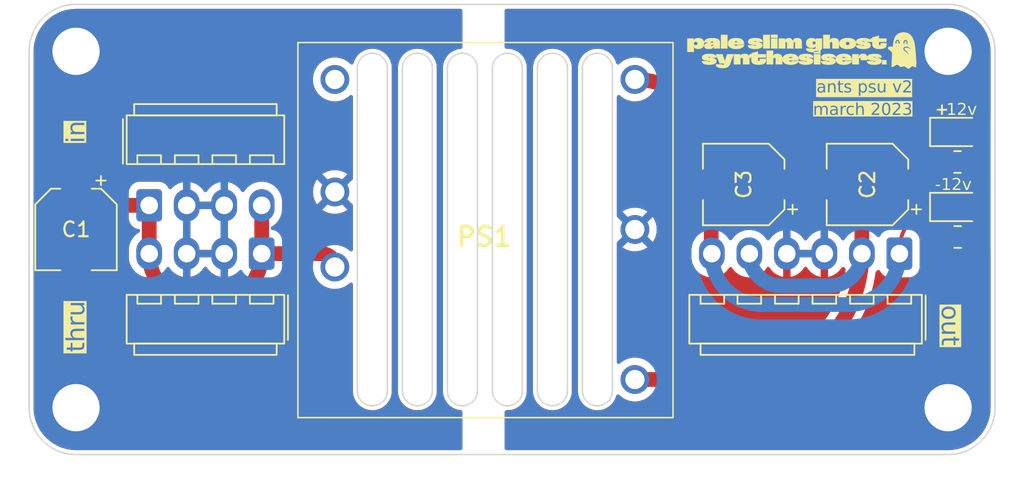
<source format=kicad_pcb>
(kicad_pcb (version 20221018) (generator pcbnew)
  (layers (0 "F.Cu" signal) (31 "B.Cu" signal) (34 "B.Paste" user) (35 "F.Paste" user) (36 "B.SilkS" user "B.Silkscreen") (37 "F.SilkS" user "F.Silkscreen") (38 "B.Mask" user) (39 "F.Mask" user) (44 "Edge.Cuts" user))
  (net 0 "")
  (net 1 "Earth")
  (net 2 "GND")
  (net 3 "VDC")
  (net 4 "-12V")
  (net 5 "+12V")
  (net 7 "Net-(D1-A)")
  (net 8 "Net-(D2-A)")
  (footprint "Pale Slim Ghost:Molex_KK-254_AE-6410-06A_1x06_P2.54mm_Horizontal" (layer "F.Cu") (at 156.591 96.8835 180)
    (fp_text reference "J3" hide)
    (fp_text value "Conn_01x06" hide)
  )
  (footprint "Resistor_SMD:R_0805_2012Metric_Pad1.20x1.40mm_HandSolder" (layer "F.Cu") (at 163.084 95.758 180)
    (fp_text reference "R2" hide)
    (fp_text value "560r")
  )
  (footprint "Capacitor_SMD:CP_Elec_5x4.5" (layer "F.Cu") (at 156.972 92.202 180)
    (fp_text reference "C2")
    (fp_text value "47μ")
  )
  (footprint "Capacitor_SMD:CP_Elec_5x4.5" (layer "F.Cu") (at 148.59 92.202 180)
    (fp_text reference "C3")
    (fp_text value "47μ")
  )
  (footprint "MountingHole:MountingHole_3.2mm_M3" (layer "F.Cu") (at 162.433 107.315)
    (fp_text reference "H3" hide)
    (fp_text value "MountingHole")
  )
  (footprint "MountingHole:MountingHole_3.2mm_M3" (layer "F.Cu") (at 162.433 83.185)
    (fp_text reference "H2" hide)
    (fp_text value "MountingHole")
  )
  (footprint "LED_SMD:LED_0805_2012Metric_Pad1.15x1.40mm_HandSolder" (layer "F.Cu") (at 163.068 88.646)
    (fp_text reference "D1" hide)
    (fp_text value "red")
  )
  (footprint "LED_SMD:LED_0805_2012Metric_Pad1.15x1.40mm_HandSolder" (layer "F.Cu") (at 163.068 93.726)
    (fp_text reference "D2" hide)
    (fp_text value "blue")
  )
  (footprint "MountingHole:MountingHole_3.2mm_M3" (layer "F.Cu") (at 103.378 83.185)
    (fp_text reference "H1" hide)
    (fp_text value "MountingHole")
  )
  (footprint "Resistor_SMD:R_0805_2012Metric_Pad1.20x1.40mm_HandSolder" (layer "F.Cu") (at 163.068 90.678 180)
    (fp_text reference "R1" hide)
    (fp_text value "560r")
  )
  (footprint "Pale Slim Ghost:Molex_KK-254_AE-6410-04A_1x04_P2.54mm_Horizontal" (layer "F.Cu") (at 112.141 91.5845)
    (fp_text reference "J1" hide)
    (fp_text value "Conn_01x04" hide)
  )
  (footprint "Capacitor_SMD:CP_Elec_5x4.5" (layer "F.Cu") (at 103.378 95.25 -90)
    (fp_text reference "C1")
    (fp_text value "47μ")
  )
  (footprint "Pale Slim Ghost:Molex_KK-254_AE-6410-04A_1x04_P2.54mm_Horizontal" (layer "F.Cu") (at 112.141 98.9155 180)
    (fp_text reference "J2" hide)
    (fp_text value "Conn_01x04" hide)
  )
  (footprint "Converter_DCDC:DKM10E12" (layer "F.Cu") (at 120.904 97.79 -90)
    (fp_text reference "PS1")
    (fp_text value "DKM10E-12" hide)
  )
  (footprint "MountingHole:MountingHole_3.2mm_M3" (layer "F.Cu") (at 103.378 107.315)
    (fp_text reference "H4" hide)
    (fp_text value "MountingHole")
  )
  (gr_poly (pts (xy 153.779367 84.055972) (xy 153.351535 84.055972) (xy 153.351535 83.394778) (xy 153.779367 83.394778)) (stroke (width 0.032411)) (fill solid) (layer "F.SilkS"))
  (gr_poly (pts (xy 156.76215 82.297646) (xy 156.814482 82.300539) (xy 156.863691 82.305335) (xy 156.909705 82.312012) (xy 156.952454 82.320551) (xy 156.991863 82.33093) (xy 157.027862 82.343128) (xy 157.060378 82.357125) (xy 157.089339 82.372899) (xy 157.114672 82.39043) (xy 157.136306 82.409697) (xy 157.145713 82.419975) (xy 157.154169 82.430679) (xy 157.161663 82.441806) (xy 157.168187 82.453354) (xy 157.173733 82.465321) (xy 157.176087 82.471719) (xy 157.176087 82.532633) (xy 156.791038 82.532633) (xy 156.791038 82.531336) (xy 156.79091 82.528218) (xy 156.790529 82.525185) (xy 156.789901 82.522236) (xy 156.78903 82.519375) (xy 156.787924 82.5166) (xy 156.786586 82.513914) (xy 156.785023 82.511317) (xy 156.783239 82.508811) (xy 156.781242 82.506395) (xy 156.779035 82.504072) (xy 156.776624 82.501841) (xy 156.774015 82.499705) (xy 156.771213 82.497664) (xy 156.768224 82.495718) (xy 156.765054 82.493869) (xy 156.761706 82.492119) (xy 156.758188 82.490467) (xy 156.754505 82.488914) (xy 156.750661 82.487462) (xy 156.746663 82.486112) (xy 156.742516 82.484865) (xy 156.738225 82.483721) (xy 156.733796 82.482681) (xy 156.729234 82.481747) (xy 156.724545 82.480919) (xy 156.719734 82.480199) (xy 156.714807 82.479586) (xy 156.709769 82.479083) (xy 156.704626 82.47869) (xy 156.699383 82.478408) (xy 156.694045 82.478238) (xy 156.688618 82.478182) (xy 156.675446 82.478372) (xy 156.663216 82.478972) (xy 156.657482 82.47944) (xy 156.652019 82.480028) (xy 156.646836 82.480741) (xy 156.641946 82.481585) (xy 156.63736 82.482566) (xy 156.633089 82.483689) (xy 156.629144 82.484961) (xy 156.625538 82.486386) (xy 156.622281 82.487971) (xy 156.619385 82.489721) (xy 156.616861 82.491642) (xy 156.61472 82.493739) (xy 156.613778 82.494726) (xy 156.612897 82.495742) (xy 156.612077 82.496784) (xy 156.611317 82.497851) (xy 156.610618 82.498941) (xy 156.60998 82.500052) (xy 156.609403 82.501182) (xy 156.608886 82.502328) (xy 156.60843 82.50349) (xy 156.608035 82.504665) (xy 156.607701 82.505852) (xy 156.607428 82.507048) (xy 156.607215 82.508252) (xy 156.607063 82.509461) (xy 156.606972 82.510674) (xy 156.606942 82.51189) (xy 156.606996 82.513797) (xy 156.607162 82.515631) (xy 156.607447 82.517395) (xy 156.607856 82.519091) (xy 156.608395 82.520723) (xy 156.60907 82.522293) (xy 156.609886 82.523804) (xy 156.610851 82.525259) (xy 156.61197 82.526661) (xy 156.613248 82.528013) (xy 156.614692 82.529317) (xy 156.616308 82.530577) (xy 156.618101 82.531795) (xy 156.620078 82.532974) (xy 156.622244 82.534116) (xy 156.624606 82.535226) (xy 156.627169 82.536305) (xy 156.629939 82.537357) (xy 156.632922 82.538384) (xy 156.636125 82.539389) (xy 156.639552 82.540375) (xy 156.643211 82.541345) (xy 156.647106 82.542301) (xy 156.651244 82.543248) (xy 156.660273 82.54512) (xy 156.670344 82.546985) (xy 156.681505 82.548865) (xy 156.693804 82.550783) (xy 156.902534 82.576713) (xy 156.936799 82.582417) (xy 156.968633 82.588862) (xy 156.998067 82.596089) (xy 157.025131 82.604141) (xy 157.049855 82.613058) (xy 157.072269 82.622884) (xy 157.092405 82.633659) (xy 157.110292 82.645425) (xy 157.118402 82.651693) (xy 157.125961 82.658224) (xy 157.132973 82.665024) (xy 157.139442 82.672098) (xy 157.145372 82.679452) (xy 157.150766 82.687089) (xy 157.155628 82.695017) (xy 157.159963 82.703239) (xy 157.163773 82.711761) (xy 157.167063 82.720588) (xy 157.169836 82.729726) (xy 157.172097 82.73918) (xy 157.173848 82.748955) (xy 157.175095 82.759055) (xy 157.176087 82.780256) (xy 157.17589 82.789844) (xy 157.175297 82.799164) (xy 157.17431 82.808222) (xy 157.172927 82.817023) (xy 157.17115 82.825574) (xy 157.168977 82.83388) (xy 157.16641 82.841946) (xy 157.163447 82.849779) (xy 157.160089 82.857384) (xy 157.156337 82.864767) (xy 157.152189 82.871933) (xy 157.147646 82.878889) (xy 157.142709 82.885639) (xy 157.137376 82.89219) (xy 157.131648 82.898547) (xy 157.125525 82.904716) (xy 157.118598 82.911306) (xy 157.11119 82.917705) (xy 157.094949 82.929924) (xy 157.076844 82.941364) (xy 157.056914 82.952017) (xy 157.035199 82.961872) (xy 157.011738 82.970919) (xy 156.986572 82.97915) (xy 156.95974 82.986555) (xy 156.931283 82.993125) (xy 156.90124 82.998849) (xy 156.869652 83.003719) (xy 156.836557 83.007724) (xy 156.801996 83.010856) (xy 156.766009 83.013105) (xy 156.728635 83.014461) (xy 156.689915 83.014915) (xy 156.633621 83.013962) (xy 156.580491 83.011117) (xy 156.53059 83.006404) (xy 156.483981 82.999844) (xy 156.44073 82.991461) (xy 156.400901 82.981278) (xy 156.364559 82.969318) (xy 156.331769 82.955602) (xy 156.302594 82.940155) (xy 156.2771 82.922999) (xy 156.25535 82.904156) (xy 156.2459 82.894109) (xy 156.237411 82.883649) (xy 156.22989 82.872779) (xy 156.223345 82.861502) (xy 156.217786 82.84982) (xy 156.213219 82.837736) (xy 156.209653 82.825254) (xy 156.207095 82.812375) (xy 156.205555 82.799104) (xy 156.20504 82.785442) (xy 156.20504 82.784146) (xy 156.597867 82.784146) (xy 156.597867 82.785442) (xy 156.597984 82.7882) (xy 156.598332 82.79088) (xy 156.598907 82.793484) (xy 156.599705 82.796009) (xy 156.600721 82.798455) (xy 156.601952 82.800822) (xy 156.603392 82.803109) (xy 156.605038 82.805315) (xy 156.606885 82.807439) (xy 156.608929 82.80948) (xy 156.611166 82.811439) (xy 156.613591 82.813314) (xy 156.616201 82.815104) (xy 156.61899 82.816809) (xy 156.621955 82.818428) (xy 156.625092 82.81996) (xy 156.628396 82.821406) (xy 156.631862 82.822763) (xy 156.635487 82.824031) (xy 156.639267 82.82521) (xy 156.643196 82.826298) (xy 156.647272 82.827296) (xy 156.651488 82.828202) (xy 156.655842 82.829015) (xy 156.660329 82.829736) (xy 156.664945 82.830363) (xy 156.669685 82.830895) (xy 156.674545 82.831332) (xy 156.679521 82.831674) (xy 156.684608 82.831918) (xy 156.689803 82.832065) (xy 156.695101 82.832115) (xy 156.708757 82.831927) (xy 156.721456 82.831345) (xy 156.727413 82.830896) (xy 156.733091 82.830337) (xy 156.738476 82.829664) (xy 156.743556 82.828874) (xy 156.748317 82.827961) (xy 156.752745 82.826924) (xy 156.756828 82.825757) (xy 156.760552 82.824458) (xy 156.763903 82.823021) (xy 156.766869 82.821444) (xy 156.769436 82.819723) (xy 156.771591 82.817854) (xy 156.772533 82.816866) (xy 156.773414 82.815846) (xy 156.774235 82.814791) (xy 156.774995 82.813701) (xy 156.775694 82.812573) (xy 156.776332 82.811404) (xy 156.776909 82.810194) (xy 156.777426 82.808941) (xy 156.777882 82.807641) (xy 156.778277 82.806295) (xy 156.778611 82.804898) (xy 156.778884 82.803451) (xy 156.779097 82.80195) (xy 156.779249 82.800395) (xy 156.77934 82.798782) (xy 156.779371 82.79711) (xy 156.779306 82.795078) (xy 156.779108 82.793112) (xy 156.778775 82.791211) (xy 156.778302 82.789372) (xy 156.777687 82.787594) (xy 156.776927 82.785875) (xy 156.776017 82.784213) (xy 156.774955 82.782606) (xy 156.773737 82.781053) (xy 156.77236 82.77955) (xy 156.770821 82.778097) (xy 156.769116 82.776691) (xy 156.767242 82.775331) (xy 156.765195 82.774015) (xy 156.762973 82.77274) (xy 156.760572 82.771505) (xy 156.757989 82.770309) (xy 156.75522 82.769148) (xy 156.752262 82.768021) (xy 156.749112 82.766927) (xy 156.745766 82.765863) (xy 156.742221 82.764828) (xy 156.738474 82.763819) (xy 156.734521 82.762835) (xy 156.73036 82.761874) (xy 156.725986 82.760934) (xy 156.716589 82.759108) (xy 156.706302 82.757343) (xy 156.695101 82.755624) (xy 156.455257 82.721916) (xy 156.426299 82.717054) (xy 156.399223 82.711218) (xy 156.374027 82.704405) (xy 156.350709 82.696615) (xy 156.329268 82.687844) (xy 156.309701 82.678092) (xy 156.292006 82.667356) (xy 156.276183 82.655634) (xy 156.268972 82.649403) (xy 156.262228 82.642925) (xy 156.25595 82.6362) (xy 156.250139 82.629227) (xy 156.244795 82.622006) (xy 156.239916 82.614537) (xy 156.235503 82.606819) (xy 156.231556 82.598854) (xy 156.228074 82.590639) (xy 156.225057 82.582175) (xy 156.222505 82.573462) (xy 156.220417 82.5645) (xy 156.218794 82.555288) (xy 156.217634 82.545826) (xy 156.216707 82.526151) (xy 156.216905 82.517476) (xy 156.217497 82.508955) (xy 156.218485 82.50059) (xy 156.219868 82.492382) (xy 156.221645 82.484334) (xy 156.223818 82.476447) (xy 156.226385 82.468724) (xy 156.229348 82.461166) (xy 156.232706 82.453775) (xy 156.236458 82.446553) (xy 156.240606 82.439502) (xy 156.245149 82.432623) (xy 156.250086 82.42592) (xy 156.255419 82.419393) (xy 156.261147 82.413045) (xy 156.267269 82.406877) (xy 156.2742 82.400287) (xy 156.28162 82.393888) (xy 156.297906 82.381669) (xy 156.316087 82.370228) (xy 156.336123 82.359576) (xy 156.357976 82.349721) (xy 156.381603 82.340674) (xy 156.406967 82.332443) (xy 156.434026 82.325038) (xy 156.462742 82.318468) (xy 156.493073 82.312744) (xy 156.524981 82.307874) (xy 156.558426 82.303869) (xy 156.593366 82.300737) (xy 156.629764 82.298488) (xy 156.667578 82.297132) (xy 156.706769 82.296678)) (stroke (width 0.032411)) (fill solid) (layer "F.SilkS"))
  (gr_poly (pts (xy 146.321772 83.367224) (xy 146.374103 83.370117) (xy 146.423312 83.374913) (xy 146.469327 83.38159) (xy 146.512075 83.390129) (xy 146.551485 83.400508) (xy 146.587484 83.412706) (xy 146.62 83.426703) (xy 146.648961 83.442477) (xy 146.674294 83.460008) (xy 146.695928 83.479275) (xy 146.705335 83.489553) (xy 146.71379 83.500257) (xy 146.721285 83.511384) (xy 146.727809 83.522932) (xy 146.733354 83.534899) (xy 146.737912 83.547281) (xy 146.741472 83.560076) (xy 146.744026 83.573282) (xy 146.745565 83.586896) (xy 146.74608 83.600914) (xy 146.74608 83.602211) (xy 146.350661 83.602211) (xy 146.350661 83.600914) (xy 146.350532 83.597796) (xy 146.350151 83.594763) (xy 146.349523 83.591814) (xy 146.348653 83.588953) (xy 146.347546 83.586178) (xy 146.346208 83.583492) (xy 146.344645 83.580895) (xy 146.342862 83.578389) (xy 146.340864 83.575973) (xy 146.338657 83.57365) (xy 146.336246 83.571419) (xy 146.333637 83.569283) (xy 146.330835 83.567242) (xy 146.327846 83.565296) (xy 146.324675 83.563448) (xy 146.321328 83.561697) (xy 146.31781 83.560045) (xy 146.314126 83.558492) (xy 146.310283 83.557041) (xy 146.306285 83.55569) (xy 146.302137 83.554443) (xy 146.297847 83.553299) (xy 146.293418 83.552259) (xy 146.288856 83.551325) (xy 146.284167 83.550497) (xy 146.279356 83.549777) (xy 146.274429 83.549164) (xy 146.269391 83.548661) (xy 146.264248 83.548268) (xy 146.259005 83.547986) (xy 146.253667 83.547817) (xy 146.24824 83.54776) (xy 146.235068 83.54795) (xy 146.222838 83.54855) (xy 146.217104 83.549018) (xy 146.211641 83.549606) (xy 146.206458 83.550319) (xy 146.201568 83.551163) (xy 146.196981 83.552144) (xy 146.19271 83.553267) (xy 146.188766 83.554539) (xy 146.185159 83.555964) (xy 146.181903 83.557549) (xy 146.179006 83.559299) (xy 146.176482 83.56122) (xy 146.174342 83.563317) (xy 146.1734 83.564304) (xy 146.172519 83.56532) (xy 146.171699 83.566362) (xy 146.170939 83.567429) (xy 146.17024 83.568519) (xy 146.169602 83.56963) (xy 146.169025 83.57076) (xy 146.168508 83.571906) (xy 146.168052 83.573068) (xy 146.167657 83.574243) (xy 146.167323 83.57543) (xy 146.16705 83.576626) (xy 146.166837 83.57783) (xy 146.166685 83.579039) (xy 146.166594 83.580253) (xy 146.166563 83.581468) (xy 146.166618 83.583375) (xy 146.166784 83.585209) (xy 146.167069 83.586973) (xy 146.167478 83.588669) (xy 146.168016 83.590301) (xy 146.168691 83.591871) (xy 146.169508 83.593382) (xy 146.170473 83.594837) (xy 146.171592 83.596239) (xy 146.17287 83.597591) (xy 146.174314 83.598895) (xy 146.17593 83.600155) (xy 146.177723 83.601373) (xy 146.1797 83.602552) (xy 146.181866 83.603694) (xy 146.184228 83.604804) (xy 146.186791 83.605883) (xy 146.189561 83.606935) (xy 146.192544 83.607962) (xy 146.195746 83.608967) (xy 146.199174 83.609953) (xy 146.202832 83.610923) (xy 146.206728 83.61188) (xy 146.210866 83.612826) (xy 146.219894 83.614698) (xy 146.229966 83.616563) (xy 146.241127 83.618443) (xy 146.253426 83.620361) (xy 146.462156 83.646291) (xy 146.496421 83.651995) (xy 146.528255 83.65844) (xy 146.557689 83.665667) (xy 146.584752 83.673719) (xy 146.609476 83.682636) (xy 146.631891 83.692462) (xy 146.652026 83.703237) (xy 146.669913 83.715003) (xy 146.678023 83.721271) (xy 146.685582 83.727802) (xy 146.692594 83.734602) (xy 146.699063 83.741677) (xy 146.704993 83.74903) (xy 146.710387 83.756667) (xy 146.71525 83.764595) (xy 146.719584 83.772817) (xy 146.723394 83.781339) (xy 146.726684 83.790166) (xy 146.729457 83.799304) (xy 146.731718 83.808758) (xy 146.73347 83.818533) (xy 146.734716 83.828634) (xy 146.735709 83.849835) (xy 146.735511 83.859422) (xy 146.734919 83.868742) (xy 146.733931 83.8778) (xy 146.732549 83.886601) (xy 146.730771 83.895152) (xy 146.728598 83.903458) (xy 146.726031 83.911524) (xy 146.723068 83.919357) (xy 146.71971 83.926962) (xy 146.715958 83.934345) (xy 146.71181 83.941511) (xy 146.707268 83.948467) (xy 146.70233 83.955217) (xy 146.696997 83.961768) (xy 146.691269 83.968125) (xy 146.685147 83.974295) (xy 146.67822 83.980884) (xy 146.670811 83.987283) (xy 146.654571 83.999502) (xy 146.636466 84.010943) (xy 146.616536 84.021595) (xy 146.59482 84.03145) (xy 146.57136 84.040497) (xy 146.546194 84.048729) (xy 146.519362 84.056133) (xy 146.490905 84.062703) (xy 146.460862 84.068427) (xy 146.429273 84.073297) (xy 146.396178 84.077302) (xy 146.361617 84.080434) (xy 146.32563 84.082683) (xy 146.288257 84.084039) (xy 146.249537 84.084493) (xy 146.193243 84.08354) (xy 146.140113 84.080695) (xy 146.090211 84.075982) (xy 146.043602 84.069422) (xy 146.000351 84.061039) (xy 145.960523 84.050856) (xy 145.924181 84.038896) (xy 145.89139 84.02518) (xy 145.862215 84.009733) (xy 145.836721 83.992577) (xy 145.814972 83.973734) (xy 145.805522 83.963687) (xy 145.797032 83.953227) (xy 145.789511 83.942357) (xy 145.782967 83.93108) (xy 145.777407 83.919398) (xy 145.77284 83.907314) (xy 145.769274 83.894832) (xy 145.766717 83.881954) (xy 145.765177 83.868682) (xy 145.764661 83.85502) (xy 145.764661 83.853724) (xy 146.157488 83.853724) (xy 146.157488 83.85502) (xy 146.157605 83.857778) (xy 146.157953 83.860458) (xy 146.158529 83.863062) (xy 146.159327 83.865587) (xy 146.160343 83.868033) (xy 146.161573 83.8704) (xy 146.163013 83.872687) (xy 146.164659 83.874893) (xy 146.166506 83.877017) (xy 146.16855 83.879058) (xy 146.170787 83.881017) (xy 146.173213 83.882892) (xy 146.175822 83.884682) (xy 146.178612 83.886387) (xy 146.181577 83.888006) (xy 146.184714 83.889538) (xy 146.188018 83.890984) (xy 146.191484 83.892341) (xy 146.195109 83.893609) (xy 146.198889 83.894788) (xy 146.202818 83.895876) (xy 146.206894 83.896874) (xy 146.21111 83.89778) (xy 146.215464 83.898593) (xy 146.219951 83.899314) (xy 146.224567 83.899941) (xy 146.229307 83.900473) (xy 146.234167 83.90091) (xy 146.239142 83.901252) (xy 146.24423 83.901496) (xy 146.249425 83.901643) (xy 146.254723 83.901693) (xy 146.268378 83.901505) (xy 146.281077 83.900923) (xy 146.287034 83.900474) (xy 146.292712 83.899915) (xy 146.298098 83.899242) (xy 146.303178 83.898452) (xy 146.307938 83.89754) (xy 146.312367 83.896502) (xy 146.31645 83.895335) (xy 146.320173 83.894036) (xy 146.323525 83.892599) (xy 146.326491 83.891022) (xy 146.329058 83.889301) (xy 146.331214 83.887432) (xy 146.332156 83.886444) (xy 146.333037 83.885424) (xy 146.333857 83.88437) (xy 146.334617 83.883279) (xy 146.335316 83.882151) (xy 146.335954 83.880982) (xy 146.336531 83.879772) (xy 146.337048 83.878519) (xy 146.337503 83.877219) (xy 146.337899 83.875873) (xy 146.338233 83.874476) (xy 146.338506 83.873029) (xy 146.338719 83.871528) (xy 146.338871 83.869973) (xy 146.338962 83.86836) (xy 146.338992 83.866688) (xy 146.338927 83.864656) (xy 146.33873 83.86269) (xy 146.338396 83.860789) (xy 146.337924 83.85895) (xy 146.337309 83.857172) (xy 146.336548 83.855453) (xy 146.335639 83.853791) (xy 146.334576 83.852184) (xy 146.333358 83.850631) (xy 146.331982 83.849128) (xy 146.330442 83.847675) (xy 146.328737 83.846269) (xy 146.326863 83.844909) (xy 146.324817 83.843593) (xy 146.322595 83.842318) (xy 146.320194 83.841083) (xy 146.31761 83.839887) (xy 146.314841 83.838726) (xy 146.311883 83.8376) (xy 146.308733 83.836505) (xy 146.305387 83.835442) (xy 146.301843 83.834406) (xy 146.298096 83.833397) (xy 146.294143 83.832413) (xy 146.289981 83.831452) (xy 146.285608 83.830512) (xy 146.27621 83.828686) (xy 146.265924 83.826921) (xy 146.254723 83.825202) (xy 146.014878 83.791494) (xy 145.98592 83.786632) (xy 145.958844 83.780796) (xy 145.933648 83.773983) (xy 145.910331 83.766193) (xy 145.888889 83.757422) (xy 145.869322 83.74767) (xy 145.851628 83.736934) (xy 145.835804 83.725212) (xy 145.828593 83.718981) (xy 145.821849 83.712503) (xy 145.815572 83.705778) (xy 145.809761 83.698805) (xy 145.804417 83.691584) (xy 145.799538 83.684115) (xy 145.795125 83.676397) (xy 145.791178 83.668432) (xy 145.787696 83.660217) (xy 145.784679 83.651753) (xy 145.782127 83.64304) (xy 145.780039 83.634078) (xy 145.778416 83.624866) (xy 145.777257 83.615404) (xy 145.776329 83.595729) (xy 145.776527 83.587054) (xy 145.777119 83.578533) (xy 145.778107 83.570168) (xy 145.77949 83.56196) (xy 145.781267 83.553912) (xy 145.78344 83.546025) (xy 145.786007 83.538302) (xy 145.78897 83.530744) (xy 145.792328 83.523353) (xy 145.79608 83.516131) (xy 145.800228 83.50908) (xy 145.804771 83.502201) (xy 145.809708 83.495498) (xy 145.815041 83.488971) (xy 145.820769 83.482622) (xy 145.826891 83.476455) (xy 145.833822 83.469865) (xy 145.841242 83.463466) (xy 145.857528 83.451247) (xy 145.875709 83.439806) (xy 145.895745 83.429154) (xy 145.917597 83.419299) (xy 145.941225 83.410252) (xy 145.966589 83.402021) (xy 145.993648 83.394616) (xy 146.022364 83.388046) (xy 146.052695 83.382322) (xy 146.084603 83.377452) (xy 146.118047 83.373447) (xy 146.152988 83.370315) (xy 146.189386 83.368066) (xy 146.2272 83.36671) (xy 146.266391 83.366256)) (stroke (width 0.032411)) (fill solid) (layer "F.SilkS"))
  (gr_poly (pts (xy 154.414631 82.3252) (xy 154.345918 82.496332) (xy 154.37833 82.496332) (xy 154.389475 82.472497) (xy 154.401555 82.450103) (xy 154.407962 82.43945) (xy 154.414622 82.429163) (xy 154.421542 82.419244) (xy 154.42873 82.409692) (xy 154.436191 82.400511) (xy 154.443932 82.391702) (xy 154.451959 82.383267) (xy 154.46028 82.375207) (xy 154.468902 82.367524) (xy 154.47783 82.36022) (xy 154.487071 82.353295) (xy 154.496632 82.346753) (xy 154.50652 82.340595) (xy 154.516741 82.334821) (xy 154.527302 82.329435) (xy 154.53821 82.324437) (xy 154.549471 82.31983) (xy 154.561092 82.315615) (xy 154.573079 82.311793) (xy 154.585439 82.308366) (xy 154.59818 82.305336) (xy 154.611306 82.302705) (xy 154.624826 82.300474) (xy 154.638746 82.298645) (xy 154.653072 82.29722) (xy 154.667811 82.296199) (xy 154.68297 82.295586) (xy 154.698555 82.295381) (xy 154.738389 82.296518) (xy 154.775722 82.299921) (xy 154.810545 82.305576) (xy 154.827011 82.309245) (xy 154.842847 82.313471) (xy 154.85805 82.318253) (xy 154.87262 82.323591) (xy 154.886554 82.329481) (xy 154.899853 82.335923) (xy 154.912515 82.342915) (xy 154.924538 82.350455) (xy 154.935922 82.358541) (xy 154.946665 82.367172) (xy 154.956766 82.376347) (xy 154.966224 82.386063) (xy 154.975038 82.396318) (xy 154.983206 82.407112) (xy 154.990728 82.418442) (xy 154.997602 82.430307) (xy 155.003827 82.442706) (xy 155.009401 82.455635) (xy 155.014325 82.469095) (xy 155.018595 82.483083) (xy 155.022212 82.497597) (xy 155.025174 82.512637) (xy 155.02748 82.528199) (xy 155.029128 82.544283) (xy 155.030118 82.560887) (xy 155.030448 82.578009) (xy 155.030448 82.986393) (xy 154.602617 82.986393) (xy 154.602617 82.63635) (xy 154.602268 82.625459) (xy 154.601225 82.615161) (xy 154.600443 82.610238) (xy 154.599489 82.60547) (xy 154.598364 82.600858) (xy 154.597067 82.596403) (xy 154.595599 82.592107) (xy 154.59396 82.587973) (xy 154.592152 82.584002) (xy 154.590174 82.580197) (xy 154.588027 82.576558) (xy 154.585712 82.573089) (xy 154.583229 82.569791) (xy 154.580578 82.566665) (xy 154.577759 82.563714) (xy 154.574775 82.56094) (xy 154.571624 82.558344) (xy 154.568307 82.555929) (xy 154.564825 82.553696) (xy 154.561178 82.551647) (xy 154.557367 82.549784) (xy 154.553393 82.548109) (xy 154.549255 82.546625) (xy 154.544954 82.545332) (xy 154.540491 82.544232) (xy 154.535865 82.543329) (xy 154.531079 82.542623) (xy 154.526131 82.542116) (xy 154.521023 82.54181) (xy 154.515755 82.541708) (xy 154.509534 82.541841) (xy 154.50351 82.542237) (xy 154.497683 82.542896) (xy 154.492054 82.543815) (xy 154.486623 82.544992) (xy 154.481389 82.546426) (xy 154.476352 82.548114) (xy 154.471513 82.550054) (xy 154.466872 82.552245) (xy 154.462428 82.554685) (xy 154.458181 82.557372) (xy 154.454133 82.560304) (xy 154.450281 82.563479) (xy 154.446627 82.566895) (xy 154.443171 82.570551) (xy 154.439912 82.574444) (xy 154.43685 82.578572) (xy 154.433987 82.582934) (xy 154.43132 82.587528) (xy 154.428851 82.592351) (xy 154.42658 82.597402) (xy 154.424506 82.60268) (xy 154.42263 82.608181) (xy 154.420951 82.613905) (xy 154.41947 82.619849) (xy 154.418186 82.626011) (xy 154.4171 82.63239) (xy 154.416211 82.638983) (xy 154.415519 82.645789) (xy 154.415026 82.652806) (xy 154.414729 82.660032) (xy 154.414631 82.667465) (xy 154.414631 82.986393) (xy 153.986799 82.986393) (xy 153.986799 82.078873) (xy 154.414631 82.078873)) (stroke (width 0.032411)) (fill solid) (layer "F.SilkS"))
  (gr_poly (pts (xy 150.876596 82.255191) (xy 150.442283 82.255191) (xy 150.442283 82.07239) (xy 150.876596 82.07239)) (stroke (width 0.032411)) (fill solid) (layer "F.SilkS"))
  (gr_poly (pts (xy 157.502428 83.367224) (xy 157.554759 83.370117) (xy 157.603968 83.374913) (xy 157.649983 83.38159) (xy 157.692731 83.390129) (xy 157.732141 83.400508) (xy 157.76814 83.412706) (xy 157.800656 83.426703) (xy 157.829617 83.442477) (xy 157.85495 83.460008) (xy 157.876584 83.479275) (xy 157.885991 83.489553) (xy 157.894446 83.500257) (xy 157.901941 83.511384) (xy 157.908465 83.522932) (xy 157.91401 83.534899) (xy 157.918568 83.547281) (xy 157.922128 83.560076) (xy 157.924682 83.573282) (xy 157.926221 83.586896) (xy 157.926736 83.600914) (xy 157.926736 83.602211) (xy 157.531316 83.602211) (xy 157.531316 83.600914) (xy 157.531188 83.597796) (xy 157.530807 83.594763) (xy 157.530178 83.591814) (xy 157.529308 83.588953) (xy 157.528201 83.586178) (xy 157.526864 83.583492) (xy 157.5253 83.580895) (xy 157.523517 83.578389) (xy 157.521519 83.575973) (xy 157.519312 83.57365) (xy 157.516902 83.571419) (xy 157.514293 83.569283) (xy 157.511491 83.567242) (xy 157.508502 83.565296) (xy 157.505331 83.563448) (xy 157.501984 83.561697) (xy 157.498466 83.560045) (xy 157.494782 83.558492) (xy 157.490939 83.557041) (xy 157.486941 83.55569) (xy 157.482793 83.554443) (xy 157.478503 83.553299) (xy 157.474074 83.552259) (xy 157.469512 83.551325) (xy 157.464823 83.550497) (xy 157.460012 83.549777) (xy 157.455085 83.549164) (xy 157.450047 83.548661) (xy 157.444904 83.548268) (xy 157.439661 83.547986) (xy 157.434323 83.547817) (xy 157.428896 83.54776) (xy 157.415724 83.54795) (xy 157.403494 83.54855) (xy 157.39776 83.549018) (xy 157.392296 83.549606) (xy 157.387114 83.550319) (xy 157.382224 83.551163) (xy 157.377637 83.552144) (xy 157.373366 83.553267) (xy 157.369422 83.554539) (xy 157.365815 83.555964) (xy 157.362558 83.557549) (xy 157.359662 83.559299) (xy 157.357138 83.56122) (xy 157.354998 83.563317) (xy 157.354056 83.564304) (xy 157.353175 83.56532) (xy 157.352355 83.566362) (xy 157.351595 83.567429) (xy 157.350896 83.568519) (xy 157.350258 83.56963) (xy 157.349681 83.57076) (xy 157.349164 83.571906) (xy 157.348708 83.573068) (xy 157.348313 83.574243) (xy 157.347979 83.57543) (xy 157.347706 83.576626) (xy 157.347493 83.57783) (xy 157.347341 83.579039) (xy 157.34725 83.580253) (xy 157.347219 83.581468) (xy 157.347273 83.583375) (xy 157.34744 83.585209) (xy 157.347725 83.586973) (xy 157.348133 83.588669) (xy 157.348672 83.590301) (xy 157.349347 83.591871) (xy 157.350164 83.593382) (xy 157.351129 83.594837) (xy 157.352248 83.596239) (xy 157.353526 83.597591) (xy 157.35497 83.598895) (xy 157.356586 83.600155) (xy 157.358379 83.601373) (xy 157.360356 83.602552) (xy 157.362522 83.603694) (xy 157.364884 83.604804) (xy 157.367447 83.605883) (xy 157.370217 83.606935) (xy 157.3732 83.607962) (xy 157.376402 83.608967) (xy 157.37983 83.609953) (xy 157.383488 83.610923) (xy 157.387384 83.61188) (xy 157.391522 83.612826) (xy 157.400551 83.614698) (xy 157.410622 83.616563) (xy 157.421783 83.618443) (xy 157.434082 83.620361) (xy 157.642812 83.646291) (xy 157.677077 83.651995) (xy 157.708911 83.65844) (xy 157.738345 83.665667) (xy 157.765408 83.673719) (xy 157.790132 83.682636) (xy 157.812547 83.692462) (xy 157.832682 83.703237) (xy 157.850569 83.715003) (xy 157.858679 83.721271) (xy 157.866238 83.727802) (xy 157.87325 83.734602) (xy 157.879719 83.741677) (xy 157.885649 83.74903) (xy 157.891043 83.756667) (xy 157.895905 83.764595) (xy 157.900239 83.772817) (xy 157.90405 83.781339) (xy 157.90734 83.790166) (xy 157.910113 83.799304) (xy 157.912373 83.808758) (xy 157.914125 83.818533) (xy 157.915371 83.828634) (xy 157.916364 83.849835) (xy 157.916167 83.859422) (xy 157.915574 83.868742) (xy 157.914587 83.8778) (xy 157.913204 83.886601) (xy 157.911426 83.895152) (xy 157.909254 83.903458) (xy 157.906686 83.911524) (xy 157.903724 83.919357) (xy 157.900366 83.926962) (xy 157.896614 83.934345) (xy 157.892466 83.941511) (xy 157.887924 83.948467) (xy 157.882986 83.955217) (xy 157.877653 83.961768) (xy 157.871926 83.968125) (xy 157.865803 83.974295) (xy 157.858876 83.980884) (xy 157.851468 83.987283) (xy 157.835227 83.999502) (xy 157.817122 84.010943) (xy 157.797192 84.021595) (xy 157.775477 84.03145) (xy 157.752016 84.040497) (xy 157.72685 84.048729) (xy 157.700018 84.056133) (xy 157.671561 84.062703) (xy 157.641518 84.068427) (xy 157.609929 84.073297) (xy 157.576834 84.077302) (xy 157.542273 84.080434) (xy 157.506286 84.082683) (xy 157.468912 84.084039) (xy 157.430192 84.084493) (xy 157.373898 84.08354) (xy 157.320768 84.080695) (xy 157.270867 84.075982) (xy 157.224258 84.069422) (xy 157.181007 84.061039) (xy 157.141179 84.050856) (xy 157.104837 84.038896) (xy 157.072046 84.02518) (xy 157.042871 84.009733) (xy 157.017377 83.992577) (xy 156.995628 83.973734) (xy 156.986178 83.963687) (xy 156.977688 83.953227) (xy 156.970167 83.942357) (xy 156.963623 83.93108) (xy 156.958063 83.919398) (xy 156.953496 83.907314) (xy 156.94993 83.894832) (xy 156.947373 83.881954) (xy 156.945833 83.868682) (xy 156.945318 83.85502) (xy 156.945318 83.853724) (xy 157.338144 83.853724) (xy 157.338144 83.85502) (xy 157.338261 83.857778) (xy 157.33861 83.860458) (xy 157.339185 83.863062) (xy 157.339983 83.865587) (xy 157.340999 83.868033) (xy 157.342229 83.8704) (xy 157.343669 83.872687) (xy 157.345315 83.874893) (xy 157.347162 83.877017) (xy 157.349206 83.879058) (xy 157.351443 83.881017) (xy 157.353869 83.882892) (xy 157.356478 83.884682) (xy 157.359268 83.886387) (xy 157.362233 83.888006) (xy 157.36537 83.889538) (xy 157.368673 83.890984) (xy 157.37214 83.892341) (xy 157.375765 83.893609) (xy 157.379545 83.894788) (xy 157.383474 83.895876) (xy 157.387549 83.896874) (xy 157.391766 83.89778) (xy 157.39612 83.898593) (xy 157.400607 83.899314) (xy 157.405222 83.899941) (xy 157.409962 83.900473) (xy 157.414822 83.90091) (xy 157.419798 83.901252) (xy 157.424886 83.901496) (xy 157.43008 83.901643) (xy 157.435378 83.901693) (xy 157.449034 83.901505) (xy 157.461733 83.900923) (xy 157.467691 83.900474) (xy 157.473369 83.899915) (xy 157.478754 83.899242) (xy 157.483834 83.898452) (xy 157.488595 83.89754) (xy 157.493023 83.896502) (xy 157.497106 83.895335) (xy 157.50083 83.894036) (xy 157.504181 83.892599) (xy 157.507147 83.891022) (xy 157.509715 83.889301) (xy 157.51187 83.887432) (xy 157.512812 83.886444) (xy 157.513693 83.885424) (xy 157.514513 83.88437) (xy 157.515273 83.883279) (xy 157.515972 83.882151) (xy 157.51661 83.880982) (xy 157.517187 83.879772) (xy 157.517704 83.878519) (xy 157.518159 83.877219) (xy 157.518554 83.875873) (xy 157.518889 83.874476) (xy 157.519162 83.873029) (xy 157.519375 83.871528) (xy 157.519527 83.869973) (xy 157.519618 83.86836) (xy 157.519648 83.866688) (xy 157.519583 83.864656) (xy 157.519386 83.86269) (xy 157.519052 83.860789) (xy 157.51858 83.85895) (xy 157.517965 83.857172) (xy 157.517204 83.855453) (xy 157.516295 83.853791) (xy 157.515232 83.852184) (xy 157.514015 83.850631) (xy 157.512638 83.849128) (xy 157.511098 83.847675) (xy 157.509393 83.846269) (xy 157.507519 83.844909) (xy 157.505473 83.843593) (xy 157.503251 83.842318) (xy 157.50085 83.841083) (xy 157.498266 83.839887) (xy 157.495497 83.838726) (xy 157.492539 83.8376) (xy 157.489389 83.836505) (xy 157.486043 83.835442) (xy 157.482499 83.834406) (xy 157.478752 83.833397) (xy 157.474799 83.832413) (xy 157.470637 83.831452) (xy 157.466264 83.830512) (xy 157.456866 83.828686) (xy 157.44658 83.826921) (xy 157.435378 83.825202) (xy 157.195534 83.791494) (xy 157.166576 83.786632) (xy 157.1395 83.780796) (xy 157.114304 83.773983) (xy 157.090986 83.766193) (xy 157.069545 83.757422) (xy 157.049978 83.74767) (xy 157.032284 83.736934) (xy 157.01646 83.725212) (xy 157.009249 83.718981) (xy 157.002505 83.712503) (xy 156.996228 83.705778) (xy 156.990417 83.698805) (xy 156.985072 83.691584) (xy 156.980194 83.684115) (xy 156.975781 83.676397) (xy 156.971834 83.668432) (xy 156.968352 83.660217) (xy 156.965335 83.651753) (xy 156.962782 83.64304) (xy 156.960695 83.634078) (xy 156.959071 83.624866) (xy 156.957912 83.615404) (xy 156.956985 83.595729) (xy 156.957183 83.587054) (xy 156.957775 83.578533) (xy 156.958763 83.570168) (xy 156.960145 83.56196) (xy 156.961923 83.553912) (xy 156.964096 83.546025) (xy 156.966663 83.538302) (xy 156.969626 83.530744) (xy 156.972983 83.523353) (xy 156.976736 83.516131) (xy 156.980884 83.50908) (xy 156.985426 83.502201) (xy 156.990364 83.495498) (xy 156.995697 83.488971) (xy 157.001424 83.482622) (xy 157.007547 83.476455) (xy 157.014478 83.469865) (xy 157.021898 83.463466) (xy 157.038183 83.451247) (xy 157.056365 83.439806) (xy 157.076401 83.429154) (xy 157.098253 83.419299) (xy 157.121881 83.410252) (xy 157.147245 83.402021) (xy 157.174304 83.394616) (xy 157.203019 83.388046) (xy 157.233351 83.382322) (xy 157.265259 83.377452) (xy 157.298703 83.373447) (xy 157.333644 83.370315) (xy 157.370042 83.368066) (xy 157.407856 83.36671) (xy 157.447047 83.366256)) (stroke (width 0.032411)) (fill solid) (layer "F.SilkS"))
  (gr_poly (pts (xy 150.347641 82.986393) (xy 149.91981 82.986393) (xy 149.91981 82.078873) (xy 150.347641 82.078873)) (stroke (width 0.032411)) (fill solid) (layer "F.SilkS"))
  (gr_poly (pts (xy 149.54643 83.394778) (xy 150.093535 83.394778) (xy 150.093535 83.602211) (xy 149.54643 83.602211) (xy 149.54643 83.791494) (xy 149.546502 83.795448) (xy 149.546716 83.799287) (xy 149.54707 83.803011) (xy 149.547562 83.806618) (xy 149.54819 83.810109) (xy 149.548951 83.813483) (xy 149.549844 83.816738) (xy 149.550867 83.819874) (xy 149.552016 83.822891) (xy 149.553291 83.825787) (xy 149.554689 83.828562) (xy 149.556207 83.831216) (xy 149.557844 83.833747) (xy 149.559598 83.836154) (xy 149.561466 83.838438) (xy 149.563446 83.840597) (xy 149.565537 83.842631) (xy 149.567735 83.844539) (xy 149.57004 83.84632) (xy 149.572448 83.847973) (xy 149.574958 83.849499) (xy 149.577567 83.850895) (xy 149.580274 83.852162) (xy 149.583075 83.853298) (xy 149.58597 83.854304) (xy 149.588956 83.855178) (xy 149.592031 83.855919) (xy 149.595192 83.856527) (xy 149.598438 83.857001) (xy 149.601766 83.857341) (xy 149.605174 83.857545) (xy 149.60866 83.857613) (xy 149.61239 83.857541) (xy 149.616041 83.857326) (xy 149.61961 83.85697) (xy 149.623096 83.856474) (xy 149.626495 83.855839) (xy 149.629806 83.855067) (xy 149.633025 83.854159) (xy 149.636149 83.853116) (xy 149.639177 83.851941) (xy 149.642105 83.850634) (xy 149.644931 83.849197) (xy 149.647653 83.847632) (xy 149.650267 83.845939) (xy 149.652771 83.84412) (xy 149.655163 83.842177) (xy 149.657439 83.840111) (xy 149.659598 83.837924) (xy 149.661637 83.835616) (xy 149.663552 83.83319) (xy 149.665342 83.830646) (xy 149.667004 83.827987) (xy 149.668535 83.825213) (xy 149.669932 83.822326) (xy 149.671194 83.819327) (xy 149.672317 83.816219) (xy 149.673298 83.813001) (xy 149.674136 83.809677) (xy 149.674828 83.806246) (xy 149.67537 83.802711) (xy 149.67576 83.799073) (xy 149.675997 83.795334) (xy 149.676076 83.791494) (xy 149.676076 83.704631) (xy 150.093535 83.704631) (xy 150.093535 83.801866) (xy 150.092976 83.817965) (xy 150.091307 83.833683) (xy 150.088544 83.849012) (xy 150.084701 83.863944) (xy 150.079794 83.878469) (xy 150.073837 83.892578) (xy 150.066846 83.906265) (xy 150.058835 83.919519) (xy 150.04982 83.932333) (xy 150.039814 83.944698) (xy 150.028835 83.956604) (xy 150.016895 83.968045) (xy 150.004011 83.979011) (xy 149.990196 83.989494) (xy 149.975467 83.999484) (xy 149.959838 84.008975) (xy 149.943324 84.017956) (xy 149.92594 84.02642) (xy 149.907701 84.034358) (xy 149.888622 84.041761) (xy 149.868717 84.048621) (xy 149.848003 84.054929) (xy 149.826493 84.060678) (xy 149.804202 84.065857) (xy 149.781147 84.070459) (xy 149.757341 84.074475) (xy 149.7328 84.077897) (xy 149.707538 84.080716) (xy 149.681571 84.082923) (xy 149.654913 84.08451) (xy 149.627579 84.085469) (xy 149.599585 84.08579) (xy 149.542679 84.084595) (xy 149.489156 84.081035) (xy 149.439054 84.075142) (xy 149.392415 84.066951) (xy 149.349278 84.056496) (xy 149.309682 84.043812) (xy 149.273668 84.028933) (xy 149.241276 84.011892) (xy 149.212546 83.992724) (xy 149.199566 83.982353) (xy 149.187516 83.971464) (xy 149.176402 83.960059) (xy 149.166228 83.948145) (xy 149.157 83.935724) (xy 149.148721 83.922801) (xy 149.141398 83.909381) (xy 149.135035 83.895467) (xy 149.129638 83.881064) (xy 149.12521 83.866177) (xy 149.121758 83.850809) (xy 149.119286 83.834965) (xy 149.117799 83.818649) (xy 149.117302 83.801866) (xy 149.117302 83.602211) (xy 148.982471 83.602211) (xy 148.982471 83.394778) (xy 149.117302 83.394778) (xy 149.117302 83.318287) (xy 149.54643 83.202902)) (stroke (width 0.032411)) (fill solid) (layer "F.SilkS"))
  (gr_poly (pts (xy 148.683929 83.366096) (xy 148.721262 83.369499) (xy 148.756085 83.375155) (xy 148.772551 83.378823) (xy 148.788387 83.383049) (xy 148.80359 83.387831) (xy 148.81816 83.393169) (xy 148.832094 83.399059) (xy 148.845393 83.405501) (xy 148.858055 83.412493) (xy 148.870078 83.420033) (xy 148.881462 83.428119) (xy 148.892205 83.436751) (xy 148.902306 83.445925) (xy 148.911764 83.455641) (xy 148.920578 83.465896) (xy 148.928746 83.47669) (xy 148.936268 83.48802) (xy 148.943142 83.499885) (xy 148.949367 83.512284) (xy 148.954941 83.525214) (xy 148.959864 83.538673) (xy 148.964135 83.552661) (xy 148.967752 83.567175) (xy 148.970714 83.582215) (xy 148.97302 83.597777) (xy 148.974668 83.613861) (xy 148.975658 83.630465) (xy 148.975988 83.647587) (xy 148.975988 84.055972) (xy 148.548157 84.055972) (xy 148.548157 83.705928) (xy 148.547809 83.695037) (xy 148.546765 83.684739) (xy 148.545983 83.679817) (xy 148.54503 83.675048) (xy 148.543904 83.670436) (xy 148.542607 83.665981) (xy 148.541139 83.661685) (xy 148.539501 83.657551) (xy 148.537692 83.65358) (xy 148.535714 83.649775) (xy 148.533567 83.646136) (xy 148.531252 83.642667) (xy 148.528769 83.639369) (xy 148.526118 83.636243) (xy 148.523299 83.633292) (xy 148.520314 83.630518) (xy 148.517163 83.627922) (xy 148.513847 83.625507) (xy 148.510365 83.623274) (xy 148.506718 83.621225) (xy 148.502907 83.619362) (xy 148.498932 83.617687) (xy 148.494794 83.616203) (xy 148.490493 83.61491) (xy 148.48603 83.61381) (xy 148.481405 83.612907) (xy 148.476618 83.612201) (xy 148.471671 83.611694) (xy 148.466563 83.611388) (xy 148.461295 83.611286) (xy 148.455073 83.611419) (xy 148.449049 83.611815) (xy 148.443223 83.612474) (xy 148.437594 83.613393) (xy 148.432162 83.61457) (xy 148.426928 83.616004) (xy 148.421892 83.617692) (xy 148.417053 83.619632) (xy 148.412411 83.621823) (xy 148.407968 83.624263) (xy 148.403721 83.62695) (xy 148.399672 83.629882) (xy 148.395821 83.633057) (xy 148.392167 83.636473) (xy 148.388711 83.640129) (xy 148.385452 83.644022) (xy 148.38239 83.64815) (xy 148.379527 83.652512) (xy 148.37686 83.657106) (xy 148.374391 83.661929) (xy 148.37212 83.66698) (xy 148.370046 83.672258) (xy 148.36817 83.677759) (xy 148.366491 83.683483) (xy 148.36501 83.689427) (xy 148.363726 83.695589) (xy 148.36264 83.701968) (xy 148.361751 83.708561) (xy 148.36106 83.715367) (xy 148.360566 83.722384) (xy 148.36027 83.72961) (xy 148.360171 83.737043) (xy 148.360171 84.055972) (xy 147.93234 84.055972) (xy 147.93234 83.394778) (xy 148.360171 83.394778) (xy 148.291459 83.56591) (xy 148.32387 83.56591) (xy 148.335015 83.542075) (xy 148.347095 83.519681) (xy 148.353502 83.509029) (xy 148.360162 83.498742) (xy 148.367082 83.488822) (xy 148.37427 83.47927) (xy 148.381731 83.470089) (xy 148.389472 83.46128) (xy 148.397499 83.452845) (xy 148.40582 83.444785) (xy 148.414441 83.437102) (xy 148.423369 83.429798) (xy 148.432611 83.422873) (xy 148.442172 83.416331) (xy 148.45206 83.410173) (xy 148.462281 83.4044) (xy 148.472842 83.399013) (xy 148.48375 83.394016) (xy 148.495011 83.389408) (xy 148.506631 83.385193) (xy 148.518619 83.381371) (xy 148.530979 83.377944) (xy 148.54372 83.374914) (xy 148.556846 83.372283) (xy 148.570366 83.370052) (xy 148.584286 83.368223) (xy 148.598612 83.366798) (xy 148.613351 83.365777) (xy 148.62851 83.365164) (xy 148.644095 83.364959)) (stroke (width 0.032411)) (fill solid) (layer "F.SilkS"))
  (gr_poly (pts (xy 157.740046 82.3252) (xy 158.254047 82.3252) (xy 158.254047 82.532633) (xy 157.740046 82.532633) (xy 157.740046 82.721916) (xy 157.740118 82.72587) (xy 157.740332 82.729709) (xy 157.740686 82.733433) (xy 157.741178 82.73704) (xy 157.741806 82.740531) (xy 157.742567 82.743905) (xy 157.74346 82.74716) (xy 157.744482 82.750296) (xy 157.745632 82.753313) (xy 157.746907 82.756209) (xy 157.748304 82.758984) (xy 157.749823 82.761638) (xy 157.75146 82.764169) (xy 157.753214 82.766576) (xy 157.755082 82.76886) (xy 157.757062 82.771019) (xy 157.759153 82.773053) (xy 157.761351 82.774961) (xy 157.763656 82.776742) (xy 157.766064 82.778395) (xy 157.768574 82.779921) (xy 157.771183 82.781317) (xy 157.77389 82.782584) (xy 157.776692 82.78372) (xy 157.779586 82.784726) (xy 157.782572 82.7856) (xy 157.785647 82.786341) (xy 157.788808 82.786949) (xy 157.792054 82.787423) (xy 157.795382 82.787763) (xy 157.79879 82.787967) (xy 157.802276 82.788035) (xy 157.806006 82.787963) (xy 157.809657 82.787748) (xy 157.813226 82.787392) (xy 157.816712 82.786896) (xy 157.820111 82.786261) (xy 157.823422 82.785489) (xy 157.826641 82.784581) (xy 157.829765 82.783538) (xy 157.832793 82.782363) (xy 157.835721 82.781056) (xy 157.838547 82.779619) (xy 157.841269 82.778054) (xy 157.843883 82.776361) (xy 157.846387 82.774542) (xy 157.848779 82.772599) (xy 157.851055 82.770533) (xy 157.853214 82.768346) (xy 157.855253 82.766038) (xy 157.857168 82.763612) (xy 157.858958 82.761068) (xy 157.86062 82.758408) (xy 157.862151 82.755635) (xy 157.863548 82.752748) (xy 157.86481 82.749749) (xy 157.865933 82.746641) (xy 157.866915 82.743423) (xy 157.867752 82.740099) (xy 157.868444 82.736668) (xy 157.868986 82.733133) (xy 157.869376 82.729495) (xy 157.869613 82.725756) (xy 157.869692 82.721916) (xy 157.869692 82.635053) (xy 158.254047 82.635053) (xy 158.254047 82.847463) (xy 158.247467 82.857254) (xy 158.240318 82.86679) (xy 158.232606 82.876068) (xy 158.224338 82.885084) (xy 158.21552 82.893835) (xy 158.206159 82.902316) (xy 158.196261 82.910524) (xy 158.185832 82.918456) (xy 158.17488 82.926107) (xy 158.163409 82.933474) (xy 158.151428 82.940553) (xy 158.138942 82.947341) (xy 158.125958 82.953834) (xy 158.112482 82.960028) (xy 158.084082 82.971505) (xy 158.053792 82.981742) (xy 158.021664 82.99071) (xy 157.98775 82.998379) (xy 157.952102 83.00472) (xy 157.914772 83.009704) (xy 157.87581 83.0133) (xy 157.83527 83.015479) (xy 157.793201 83.016212) (xy 157.736295 83.015017) (xy 157.682772 83.011457) (xy 157.63267 83.005564) (xy 157.586031 82.997373) (xy 157.542894 82.986918) (xy 157.503298 82.974234) (xy 157.467284 82.959354) (xy 157.434892 82.942314) (xy 157.406162 82.923146) (xy 157.393182 82.912775) (xy 157.381132 82.901886) (xy 157.370018 82.890481) (xy 157.359844 82.878566) (xy 157.350616 82.866145) (xy 157.342337 82.853223) (xy 157.335014 82.839802) (xy 157.328651 82.825889) (xy 157.323254 82.811486) (xy 157.318826 82.796599) (xy 157.315374 82.781231) (xy 157.312902 82.765387) (xy 157.311415 82.749071) (xy 157.310918 82.732288) (xy 157.310918 82.532633) (xy 157.186459 82.532633) (xy 157.186459 82.531336) (xy 157.185944 82.517318) (xy 157.184404 82.503704) (xy 157.18185 82.490498) (xy 157.17829 82.477703) (xy 157.176087 82.471719) (xy 157.176087 82.3252) (xy 157.310918 82.3252) (xy 157.310918 82.248709) (xy 157.740046 82.133324)) (stroke (width 0.032411)) (fill solid) (layer "F.SilkS"))
  (gr_poly (pts (xy 152.251249 82.296487) (xy 152.28454 82.29979) (xy 152.300384 82.302258) (xy 152.315689 82.305269) (xy 152.330453 82.308818) (xy 152.344673 82.312904) (xy 152.358346 82.317523) (xy 152.37147 82.322673) (xy 152.38404 82.328351) (xy 152.396056 82.334556) (xy 152.407512 82.341284) (xy 152.418408 82.348532) (xy 152.42874 82.356298) (xy 152.438504 82.36458) (xy 152.447699 82.373374) (xy 152.456322 82.382678) (xy 152.464369 82.39249) (xy 152.471837 82.402807) (xy 152.478725 82.413627) (xy 152.485028 82.424946) (xy 152.490745 82.436762) (xy 152.495872 82.449072) (xy 152.500407 82.461875) (xy 152.504346 82.475166) (xy 152.507687 82.488945) (xy 152.510427 82.503207) (xy 152.512563 82.517951) (xy 152.514092 82.533173) (xy 152.515012 82.548872) (xy 152.515319 82.565044) (xy 152.515319 82.986393) (xy 152.086192 82.986393) (xy 152.086192 82.61431) (xy 152.085949 82.605162) (xy 152.085225 82.596673) (xy 152.084021 82.588834) (xy 152.083241 82.585155) (xy 152.082343 82.581635) (xy 152.081327 82.578272) (xy 152.080194 82.575066) (xy 152.078944 82.572015) (xy 152.077578 82.569119) (xy 152.076095 82.566375) (xy 152.074498 82.563782) (xy 152.072785 82.561341) (xy 152.070959 82.559048) (xy 152.069018 82.556904) (xy 152.066963 82.554907) (xy 152.064796 82.553055) (xy 152.062516 82.551348) (xy 152.060125 82.549784) (xy 152.057621 82.548363) (xy 152.055007 82.547083) (xy 152.052281 82.545942) (xy 152.049446 82.54494) (xy 152.046501 82.544075) (xy 152.043447 82.543347) (xy 152.040284 82.542754) (xy 152.033634 82.541968) (xy 152.026555 82.541708) (xy 152.022707 82.541788) (xy 152.018946 82.542027) (xy 152.015273 82.542424) (xy 152.011691 82.542979) (xy 152.008202 82.543692) (xy 152.004808 82.544563) (xy 152.001512 82.545589) (xy 151.998316 82.546772) (xy 151.995223 82.548111) (xy 151.992235 82.549605) (xy 151.989353 82.551254) (xy 151.986582 82.553057) (xy 151.983923 82.555014) (xy 151.981378 82.557124) (xy 151.97895 82.559388) (xy 151.976641 82.561803) (xy 151.974454 82.564371) (xy 151.97239 82.56709) (xy 151.970453 82.56996) (xy 151.968644 82.57298) (xy 151.966967 82.576151) (xy 151.965423 82.579471) (xy 151.964015 82.58294) (xy 151.962744 82.586558) (xy 151.961615 82.590323) (xy 151.960628 82.594237) (xy 151.959787 82.598298) (xy 151.959093 82.602505) (xy 151.958549 82.606859) (xy 151.958158 82.611358) (xy 151.957922 82.616003) (xy 151.957842 82.620792) (xy 151.957842 82.986393) (xy 151.530011 82.986393) (xy 151.530011 82.61431) (xy 151.529769 82.605162) (xy 151.529044 82.596673) (xy 151.527841 82.588834) (xy 151.527061 82.585155) (xy 151.526162 82.581635) (xy 151.525147 82.578272) (xy 151.524013 82.575066) (xy 151.522763 82.572015) (xy 151.521397 82.569119) (xy 151.519915 82.566375) (xy 151.518317 82.563782) (xy 151.516605 82.561341) (xy 151.514778 82.559048) (xy 151.512837 82.556904) (xy 151.510783 82.554907) (xy 151.508616 82.553055) (xy 151.506336 82.551348) (xy 151.503944 82.549784) (xy 151.501441 82.548363) (xy 151.498826 82.547083) (xy 151.496101 82.545942) (xy 151.493266 82.54494) (xy 151.490321 82.544075) (xy 151.487267 82.543347) (xy 151.484104 82.542754) (xy 151.477454 82.541968) (xy 151.470374 82.541708) (xy 151.466295 82.541784) (xy 151.462324 82.542012) (xy 151.458462 82.542393) (xy 151.45471 82.542926) (xy 151.451071 82.543612) (xy 151.447545 82.544451) (xy 151.444134 82.545444) (xy 151.440839 82.54659) (xy 151.437662 82.54789) (xy 151.434605 82.549344) (xy 151.431667 82.550953) (xy 151.428852 82.552715) (xy 151.42616 82.554633) (xy 151.423593 82.556706) (xy 151.421153 82.558934) (xy 151.41884 82.561317) (xy 151.416656 82.563856) (xy 151.414603 82.566551) (xy 151.412682 82.569403) (xy 151.410894 82.57241) (xy 151.409241 82.575575) (xy 151.407724 82.578896) (xy 151.406345 82.582375) (xy 151.405106 82.586011) (xy 151.404006 82.589804) (xy 151.403049 82.593755) (xy 151.402235 82.597865) (xy 151.401566 82.602133) (xy 151.401043 82.606559) (xy 151.400667 82.611144) (xy 151.400441 82.615889) (xy 151.400365 82.620792) (xy 151.400365 82.986393) (xy 150.972534 82.986393) (xy 150.972534 82.3252) (xy 151.387401 82.3252) (xy 151.329061 82.496332) (xy 151.361472 82.496332) (xy 151.371467 82.471428) (xy 151.376849 82.459621) (xy 151.382486 82.448242) (xy 151.388376 82.437287) (xy 151.394519 82.426756) (xy 151.400913 82.416647) (xy 151.407557 82.406958) (xy 151.414449 82.397686) (xy 151.42159 82.38883) (xy 151.428976 82.380388) (xy 151.436608 82.372358) (xy 151.444484 82.364739) (xy 151.452603 82.357528) (xy 151.460963 82.350723) (xy 151.469564 82.344322) (xy 151.478404 82.338325) (xy 151.487482 82.332728) (xy 151.496797 82.32753) (xy 151.506348 82.322728) (xy 151.516134 82.318322) (xy 151.526153 82.314309) (xy 151.536403 82.310687) (xy 151.546885 82.307454) (xy 151.557597 82.304609) (xy 151.568538 82.30215) (xy 151.579705 82.300073) (xy 151.591099 82.298379) (xy 151.614561 82.296128) (xy 151.638914 82.295381) (xy 151.6633 82.296128) (xy 151.686814 82.298379) (xy 151.709375 82.30215) (xy 151.730901 82.307454) (xy 151.751311 82.314309) (xy 151.761071 82.318322) (xy 151.770522 82.322728) (xy 151.779653 82.32753) (xy 151.788453 82.332728) (xy 151.796913 82.338325) (xy 151.805022 82.344322) (xy 151.812771 82.350723) (xy 151.820148 82.357528) (xy 151.827145 82.364739) (xy 151.83375 82.372358) (xy 151.839953 82.380388) (xy 151.845744 82.38883) (xy 151.851113 82.397686) (xy 151.85605 82.406958) (xy 151.860545 82.416647) (xy 151.864586 82.426756) (xy 151.868165 82.437287) (xy 151.871271 82.448242) (xy 151.873893 82.459621) (xy 151.876022 82.471428) (xy 151.877647 82.483665) (xy 151.878759 82.496332) (xy 151.91117 82.496332) (xy 151.916319 82.483323) (xy 151.921798 82.470788) (xy 151.927602 82.458723) (xy 151.933726 82.447125) (xy 151.940165 82.435989) (xy 151.946915 82.425312) (xy 151.95397 82.415089) (xy 151.961326 82.405317) (xy 151.968979 82.39599) (xy 151.976923 82.387106) (xy 151.985154 82.378661) (xy 151.993667 82.370649) (xy 152.002457 82.363068) (xy 152.01152 82.355912) (xy 152.020851 82.349179) (xy 152.030444 82.342864) (xy 152.040296 82.336963) (xy 152.050401 82.331471) (xy 152.060755 82.326386) (xy 152.071353 82.321703) (xy 152.082191 82.317417) (xy 152.093263 82.313525) (xy 152.104565 82.310024) (xy 152.116091 82.306907) (xy 152.127839 82.304173) (xy 152.139801 82.301816) (xy 152.164354 82.29822) (xy 152.189712 82.296085) (xy 152.215838 82.295381)) (stroke (width 0.032411)) (fill solid) (layer "F.SilkS"))
  (gr_poly (pts (xy 155.431183 83.36646) (xy 155.487891 83.370953) (xy 155.541431 83.378419) (xy 155.591693 83.388842) (xy 155.638568 83.402205) (xy 155.681944 83.418491) (xy 155.721712 83.437683) (xy 155.740209 83.448363) (xy 155.757762 83.459763) (xy 155.774358 83.471881) (xy 155.789983 83.484714) (xy 155.804623 83.498261) (xy 155.818265 83.51252) (xy 155.830895 83.527488) (xy 155.842498 83.543163) (xy 155.853062 83.559543) (xy 155.862572 83.576626) (xy 155.871015 83.59441) (xy 155.878377 83.612893) (xy 155.884645 83.632072) (xy 155.889803 83.651945) (xy 155.893839 83.67251) (xy 155.896739 83.693766) (xy 155.898489 83.71571) (xy 155.899076 83.738339) (xy 155.899076 83.791494) (xy 155.236586 83.791494) (xy 155.23736 83.795824) (xy 155.238224 83.800063) (xy 155.239175 83.80421) (xy 155.240212 83.808267) (xy 155.241332 83.812232) (xy 155.242534 83.816106) (xy 155.243815 83.819889) (xy 155.245174 83.823581) (xy 155.24661 83.827182) (xy 155.248119 83.830692) (xy 155.249701 83.83411) (xy 155.251353 83.837437) (xy 155.253073 83.840673) (xy 155.25486 83.843818) (xy 155.256711 83.846872) (xy 155.258625 83.849835) (xy 155.260729 83.852585) (xy 155.26291 83.855244) (xy 155.26517 83.857812) (xy 155.267508 83.86029) (xy 155.269925 83.862678) (xy 155.272424 83.864975) (xy 155.275004 83.867183) (xy 155.277667 83.869302) (xy 155.280413 83.871331) (xy 155.283244 83.873271) (xy 155.28616 83.875123) (xy 155.289163 83.876885) (xy 155.292253 83.87856) (xy 155.295431 83.880147) (xy 155.298699 83.881645) (xy 155.302056 83.883056) (xy 155.309046 83.885617) (xy 155.316409 83.887829) (xy 155.324151 83.889696) (xy 155.33228 83.89122) (xy 155.340805 83.892401) (xy 155.349732 83.893243) (xy 155.359069 83.893747) (xy 155.368824 83.893914) (xy 155.378593 83.893703) (xy 155.387972 83.893073) (xy 155.396963 83.892034) (xy 155.40557 83.890592) (xy 155.413798 83.888755) (xy 155.42165 83.88653) (xy 155.429129 83.883926) (xy 155.43624 83.880949) (xy 155.442986 83.877608) (xy 155.449372 83.87391) (xy 155.4554 83.869862) (xy 155.461075 83.865473) (xy 155.466401 83.860749) (xy 155.471381 83.855699) (xy 155.476019 83.85033) (xy 155.48032 83.844649) (xy 155.902965 83.844649) (xy 155.899199 83.858344) (xy 155.894474 83.871713) (xy 155.888803 83.884749) (xy 155.882199 83.897444) (xy 155.874674 83.909792) (xy 155.866243 83.921785) (xy 155.856917 83.933416) (xy 155.846711 83.944679) (xy 155.835637 83.955565) (xy 155.823707 83.966068) (xy 155.810936 83.976181) (xy 155.797337 83.985897) (xy 155.782921 83.995208) (xy 155.767703 84.004107) (xy 155.751696 84.012588) (xy 155.734912 84.020643) (xy 155.717364 84.028265) (xy 155.699066 84.035447) (xy 155.680031 84.042181) (xy 155.660272 84.048461) (xy 155.639801 84.05428) (xy 155.618632 84.05963) (xy 155.596778 84.064504) (xy 155.574252 84.068895) (xy 155.551067 84.072797) (xy 155.527236 84.076201) (xy 155.502772 84.079102) (xy 155.477689 84.08149) (xy 155.451998 84.083361) (xy 155.425714 84.084706) (xy 155.398849 84.085518) (xy 155.371417 84.08579) (xy 155.32898 84.085048) (xy 155.287773 84.082835) (xy 155.247867 84.079167) (xy 155.209339 84.074061) (xy 155.172262 84.067535) (xy 155.13671 84.059605) (xy 155.102756 84.050289) (xy 155.070476 84.039604) (xy 155.039943 84.027566) (xy 155.011232 84.014194) (xy 154.984416 83.999503) (xy 154.959569 83.983512) (xy 154.936765 83.966236) (xy 154.916079 83.947694) (xy 154.897585 83.927903) (xy 154.881356 83.906879) (xy 154.875204 83.897505) (xy 154.869394 83.88786) (xy 154.863934 83.877945) (xy 154.85883 83.867762) (xy 154.854091 83.857314) (xy 154.849724 83.846601) (xy 154.845737 83.835626) (xy 154.842138 83.824392) (xy 154.838934 83.812898) (xy 154.836132 83.801149) (xy 154.83374 83.789145) (xy 154.831766 83.776889) (xy 154.830218 83.764381) (xy 154.829102 83.751625) (xy 154.828428 83.738622) (xy 154.828201 83.725375) (xy 154.828428 83.712355) (xy 154.829102 83.699554) (xy 154.830218 83.686977) (xy 154.831766 83.67463) (xy 154.83374 83.662519) (xy 154.836132 83.650648) (xy 154.836557 83.648883) (xy 155.237882 83.648883) (xy 155.497174 83.648883) (xy 155.496935 83.643589) (xy 155.49646 83.638405) (xy 155.495749 83.633335) (xy 155.494801 83.628383) (xy 155.493618 83.623553) (xy 155.492197 83.618847) (xy 155.49054 83.614271) (xy 155.488646 83.609828) (xy 155.486514 83.605521) (xy 155.484144 83.601355) (xy 155.481537 83.597333) (xy 155.478692 83.59346) (xy 155.475608 83.589738) (xy 155.472286 83.586172) (xy 155.468724 83.582766) (xy 155.464924 83.579523) (xy 155.460885 83.576447) (xy 155.456606 83.573542) (xy 155.452087 83.570812) (xy 155.447328 83.56826) (xy 155.442329 83.565891) (xy 155.43709 83.563707) (xy 155.43161 83.561714) (xy 155.425889 83.559914) (xy 155.419926 83.558312) (xy 155.413723 83.556911) (xy 155.407277 83.555715) (xy 155.40059 83.554728) (xy 155.393661 83.553954) (xy 155.386489 83.553396) (xy 155.379074 83.553059) (xy 155.371417 83.552946) (xy 155.360977 83.553114) (xy 155.351041 83.553622) (xy 155.341594 83.554475) (xy 155.332625 83.55568) (xy 155.324118 83.557242) (xy 155.316062 83.559167) (xy 155.308442 83.56146) (xy 155.301246 83.564128) (xy 155.294461 83.567175) (xy 155.288072 83.570607) (xy 155.282066 83.574431) (xy 155.276431 83.578652) (xy 155.271153 83.583275) (xy 155.266219 83.588307) (xy 155.261615 83.593753) (xy 155.257328 83.599618) (xy 155.255657 83.602308) (xy 155.254047 83.605032) (xy 155.252497 83.607794) (xy 155.251008 83.610598) (xy 155.24958 83.613447) (xy 155.248213 83.616345) (xy 155.246906 83.619297) (xy 155.245661 83.622306) (xy 155.244476 83.625376) (xy 155.243351 83.62851) (xy 155.242288 83.631712) (xy 155.241285 83.634987) (xy 155.240343 83.638338) (xy 155.239462 83.641768) (xy 155.238642 83.645282) (xy 155.237882 83.648883) (xy 154.836557 83.648883) (xy 154.838934 83.639025) (xy 154.842138 83.627654) (xy 154.845737 83.616541) (xy 154.849724 83.605693) (xy 154.854091 83.595114) (xy 154.85883 83.58481) (xy 154.863934 83.574787) (xy 154.869394 83.565052) (xy 154.875204 83.555608) (xy 154.881356 83.546463) (xy 154.889146 83.535677) (xy 154.897443 83.525196) (xy 154.906244 83.515025) (xy 154.915548 83.505164) (xy 154.925352 83.495617) (xy 154.935654 83.486385) (xy 154.946453 83.477471) (xy 154.957745 83.468878) (xy 154.96953 83.460608) (xy 154.981804 83.452663) (xy 154.994566 83.445046) (xy 155.007813 83.437758) (xy 155.021544 83.430803) (xy 155.035756 83.424183) (xy 155.065615 83.411956) (xy 155.097372 83.401096) (xy 155.131012 83.391623) (xy 155.166517 83.383555) (xy 155.20387 83.376911) (xy 155.243053 83.371711) (xy 155.28405 83.367972) (xy 155.326844 83.365716) (xy 155.371417 83.364959)) (stroke (width 0.032411)) (fill solid) (layer "F.SilkS"))
  (gr_poly (pts (xy 158.254047 84.055972) (xy 157.966926 84.055972) (xy 157.966926 83.790197) (xy 158.254047 83.790197)) (stroke (width 0.032411)) (fill solid) (layer "F.SilkS"))
  (gr_poly (pts (xy 150.874003 82.986393) (xy 150.446172 82.986393) (xy 150.446172 82.3252) (xy 150.874003 82.3252)) (stroke (width 0.032411)) (fill solid) (layer "F.SilkS"))
  (gr_poly (pts (xy 152.868886 83.367224) (xy 152.921218 83.370117) (xy 152.970427 83.374913) (xy 153.016442 83.38159) (xy 153.05919 83.390129) (xy 153.098599 83.400508) (xy 153.134598 83.412706) (xy 153.167114 83.426703) (xy 153.196075 83.442477) (xy 153.221408 83.460008) (xy 153.243042 83.479275) (xy 153.25245 83.489553) (xy 153.260905 83.500257) (xy 153.268399 83.511384) (xy 153.274923 83.522932) (xy 153.280469 83.534899) (xy 153.285026 83.547281) (xy 153.288586 83.560076) (xy 153.291141 83.573282) (xy 153.29268 83.586896) (xy 153.293195 83.600914) (xy 153.293195 83.602211) (xy 152.897774 83.602211) (xy 152.897774 83.600914) (xy 152.897646 83.597796) (xy 152.897265 83.594763) (xy 152.896637 83.591814) (xy 152.895766 83.588953) (xy 152.89466 83.586178) (xy 152.893322 83.583492) (xy 152.891759 83.580895) (xy 152.889975 83.578389) (xy 152.887978 83.575973) (xy 152.885771 83.57365) (xy 152.88336 83.571419) (xy 152.880751 83.569283) (xy 152.877949 83.567242) (xy 152.87496 83.565296) (xy 152.871789 83.563448) (xy 152.868442 83.561697) (xy 152.864924 83.560045) (xy 152.86124 83.558492) (xy 152.857397 83.557041) (xy 152.853399 83.55569) (xy 152.849251 83.554443) (xy 152.844961 83.553299) (xy 152.840532 83.552259) (xy 152.83597 83.551325) (xy 152.831281 83.550497) (xy 152.82647 83.549777) (xy 152.821543 83.549164) (xy 152.816505 83.548661) (xy 152.811362 83.548268) (xy 152.806119 83.547986) (xy 152.800781 83.547817) (xy 152.795354 83.54776) (xy 152.782182 83.54795) (xy 152.769952 83.54855) (xy 152.764219 83.549018) (xy 152.758755 83.549606) (xy 152.753572 83.550319) (xy 152.748682 83.551163) (xy 152.744096 83.552144) (xy 152.739825 83.553267) (xy 152.73588 83.554539) (xy 152.732274 83.555964) (xy 152.729017 83.557549) (xy 152.726121 83.559299) (xy 152.723597 83.56122) (xy 152.721456 83.563317) (xy 152.720515 83.564304) (xy 152.719633 83.56532) (xy 152.718813 83.566362) (xy 152.718053 83.567429) (xy 152.717355 83.568519) (xy 152.716717 83.56963) (xy 152.716139 83.57076) (xy 152.715623 83.571906) (xy 152.715167 83.573068) (xy 152.714772 83.574243) (xy 152.714437 83.57543) (xy 152.714164 83.576626) (xy 152.713951 83.57783) (xy 152.713799 83.579039) (xy 152.713708 83.580253) (xy 152.713678 83.581468) (xy 152.713732 83.583375) (xy 152.713898 83.585209) (xy 152.714183 83.586973) (xy 152.714592 83.588669) (xy 152.715131 83.590301) (xy 152.715806 83.591871) (xy 152.716623 83.593382) (xy 152.717587 83.594837) (xy 152.718706 83.596239) (xy 152.719984 83.597591) (xy 152.721429 83.598895) (xy 152.723044 83.600155) (xy 152.724838 83.601373) (xy 152.726814 83.602552) (xy 152.728981 83.603694) (xy 152.731342 83.604804) (xy 152.733905 83.605883) (xy 152.736675 83.606935) (xy 152.739658 83.607962) (xy 152.742861 83.608967) (xy 152.746288 83.609953) (xy 152.749947 83.610923) (xy 152.753842 83.61188) (xy 152.75798 83.612826) (xy 152.767009 83.614698) (xy 152.77708 83.616563) (xy 152.788242 83.618443) (xy 152.80054 83.620361) (xy 153.00927 83.646291) (xy 153.043535 83.651995) (xy 153.07537 83.65844) (xy 153.104803 83.665667) (xy 153.131867 83.673719) (xy 153.15659 83.682636) (xy 153.179005 83.692462) (xy 153.199141 83.703237) (xy 153.217028 83.715003) (xy 153.225137 83.721271) (xy 153.232696 83.727802) (xy 153.239709 83.734602) (xy 153.246177 83.741677) (xy 153.252107 83.74903) (xy 153.257501 83.756667) (xy 153.262364 83.764595) (xy 153.266698 83.772817) (xy 153.270508 83.781339) (xy 153.273798 83.790166) (xy 153.276571 83.799304) (xy 153.278832 83.808758) (xy 153.280583 83.818533) (xy 153.28183 83.828634) (xy 153.282823 83.849835) (xy 153.282625 83.859422) (xy 153.282032 83.868742) (xy 153.281045 83.8778) (xy 153.279662 83.886601) (xy 153.277885 83.895152) (xy 153.275712 83.903458) (xy 153.273145 83.911524) (xy 153.270182 83.919357) (xy 153.266825 83.926962) (xy 153.263072 83.934345) (xy 153.258925 83.941511) (xy 153.254382 83.948467) (xy 153.249444 83.955217) (xy 153.244112 83.961768) (xy 153.238384 83.968125) (xy 153.232262 83.974295) (xy 153.225334 83.980884) (xy 153.217926 83.987283) (xy 153.201686 83.999502) (xy 153.18358 84.010943) (xy 153.16365 84.021595) (xy 153.141935 84.03145) (xy 153.118474 84.040497) (xy 153.093308 84.048729) (xy 153.066476 84.056133) (xy 153.038019 84.062703) (xy 153.007976 84.068427) (xy 152.976387 84.073297) (xy 152.943293 84.077302) (xy 152.908732 84.080434) (xy 152.872744 84.082683) (xy 152.835371 84.084039) (xy 152.796651 84.084493) (xy 152.740357 84.08354) (xy 152.687227 84.080695) (xy 152.637325 84.075982) (xy 152.590717 84.069422) (xy 152.547466 84.061039) (xy 152.507637 84.050856) (xy 152.471295 84.038896) (xy 152.438504 84.02518) (xy 152.40933 84.009733) (xy 152.383835 83.992577) (xy 152.362086 83.973734) (xy 152.352636 83.963687) (xy 152.344146 83.953227) (xy 152.336625 83.942357) (xy 152.330081 83.93108) (xy 152.324521 83.919398) (xy 152.319954 83.907314) (xy 152.316388 83.894832) (xy 152.313831 83.881954) (xy 152.312291 83.868682) (xy 152.311776 83.85502) (xy 152.311776 83.853724) (xy 152.704603 83.853724) (xy 152.704603 83.85502) (xy 152.70472 83.857778) (xy 152.705068 83.860458) (xy 152.705643 83.863062) (xy 152.706441 83.865587) (xy 152.707457 83.868033) (xy 152.708688 83.8704) (xy 152.710128 83.872687) (xy 152.711774 83.874893) (xy 152.713621 83.877017) (xy 152.715665 83.879058) (xy 152.717902 83.881017) (xy 152.720327 83.882892) (xy 152.722937 83.884682) (xy 152.725726 83.886387) (xy 152.728692 83.888006) (xy 152.731828 83.889538) (xy 152.735132 83.890984) (xy 152.738598 83.892341) (xy 152.742224 83.893609) (xy 152.746003 83.894788) (xy 152.749932 83.895876) (xy 152.754008 83.896874) (xy 152.758224 83.89778) (xy 152.762578 83.898593) (xy 152.767065 83.899314) (xy 152.771681 83.899941) (xy 152.776421 83.900473) (xy 152.781281 83.90091) (xy 152.786257 83.901252) (xy 152.791344 83.901496) (xy 152.796539 83.901643) (xy 152.801837 83.901693) (xy 152.815493 83.901505) (xy 152.828191 83.900923) (xy 152.834148 83.900474) (xy 152.839826 83.899915) (xy 152.845212 83.899242) (xy 152.850292 83.898452) (xy 152.855053 83.89754) (xy 152.859481 83.896502) (xy 152.863564 83.895335) (xy 152.867288 83.894036) (xy 152.870639 83.892599) (xy 152.873606 83.891022) (xy 152.876173 83.889301) (xy 152.878328 83.887432) (xy 152.87927 83.886444) (xy 152.880151 83.885424) (xy 152.880972 83.88437) (xy 152.881731 83.883279) (xy 152.88243 83.882151) (xy 152.883068 83.880982) (xy 152.883645 83.879772) (xy 152.884162 83.878519) (xy 152.884618 83.877219) (xy 152.885013 83.875873) (xy 152.885347 83.874476) (xy 152.885621 83.873029) (xy 152.885833 83.871528) (xy 152.885985 83.869973) (xy 152.886076 83.86836) (xy 152.886107 83.866688) (xy 152.886042 83.864656) (xy 152.885844 83.86269) (xy 152.885511 83.860789) (xy 152.885038 83.85895) (xy 152.884423 83.857172) (xy 152.883663 83.855453) (xy 152.882753 83.853791) (xy 152.881691 83.852184) (xy 152.880473 83.850631) (xy 152.879096 83.849128) (xy 152.877557 83.847675) (xy 152.875852 83.846269) (xy 152.873978 83.844909) (xy 152.871931 83.843593) (xy 152.869709 83.842318) (xy 152.867308 83.841083) (xy 152.864725 83.839887) (xy 152.861956 83.838726) (xy 152.858998 83.8376) (xy 152.855848 83.836505) (xy 152.852502 83.835442) (xy 152.848957 83.834406) (xy 152.84521 83.833397) (xy 152.841257 83.832413) (xy 152.837096 83.831452) (xy 152.832722 83.830512) (xy 152.823325 83.828686) (xy 152.813038 83.826921) (xy 152.801837 83.825202) (xy 152.561992 83.791494) (xy 152.533034 83.786632) (xy 152.505958 83.780796) (xy 152.480762 83.773983) (xy 152.457445 83.766193) (xy 152.436003 83.757422) (xy 152.416437 83.74767) (xy 152.398742 83.736934) (xy 152.382919 83.725212) (xy 152.375708 83.718981) (xy 152.368964 83.712503) (xy 152.362686 83.705778) (xy 152.356875 83.698805) (xy 152.351531 83.691584) (xy 152.346652 83.684115) (xy 152.342239 83.676397) (xy 152.338292 83.668432) (xy 152.33481 83.660217) (xy 152.331793 83.651753) (xy 152.329241 83.64304) (xy 152.327153 83.634078) (xy 152.32553 83.624866) (xy 152.324371 83.615404) (xy 152.323444 83.595729) (xy 152.323641 83.587054) (xy 152.324234 83.578533) (xy 152.325221 83.570168) (xy 152.326604 83.56196) (xy 152.328381 83.553912) (xy 152.330554 83.546025) (xy 152.333121 83.538302) (xy 152.336084 83.530744) (xy 152.339442 83.523353) (xy 152.343194 83.516131) (xy 152.347342 83.50908) (xy 152.351885 83.502201) (xy 152.356822 83.495498) (xy 152.362155 83.488971) (xy 152.367883 83.482622) (xy 152.374005 83.476455) (xy 152.380936 83.469865) (xy 152.388356 83.463466) (xy 152.404642 83.451247) (xy 152.422823 83.439806) (xy 152.44286 83.429154) (xy 152.464712 83.419299) (xy 152.488339 83.410252) (xy 152.513703 83.402021) (xy 152.540762 83.394616) (xy 152.569478 83.388046) (xy 152.59981 83.382322) (xy 152.631717 83.377452) (xy 152.665162 83.373447) (xy 152.700103 83.370315) (xy 152.7365 83.368066) (xy 152.774314 83.36671) (xy 152.813505 83.366256)) (stroke (width 0.032411)) (fill solid) (layer "F.SilkS"))
  (gr_poly (pts (xy 151.832214 83.36646) (xy 151.888922 83.370953) (xy 151.942463 83.378419) (xy 151.992725 83.388842) (xy 152.0396 83.402205) (xy 152.082976 83.418491) (xy 152.122744 83.437683) (xy 152.14124 83.448363) (xy 152.158793 83.459763) (xy 152.175389 83.471881) (xy 152.191014 83.484714) (xy 152.205655 83.498261) (xy 152.219297 83.51252) (xy 152.231926 83.527488) (xy 152.24353 83.543163) (xy 152.254094 83.559543) (xy 152.263604 83.576626) (xy 152.272047 83.59441) (xy 152.279409 83.612893) (xy 152.285676 83.632072) (xy 152.290835 83.651945) (xy 152.294871 83.67251) (xy 152.297771 83.693766) (xy 152.299521 83.71571) (xy 152.300107 83.738339) (xy 152.300107 83.791494) (xy 151.637617 83.791494) (xy 151.638392 83.795824) (xy 151.639256 83.800063) (xy 151.640207 83.80421) (xy 151.641243 83.808267) (xy 151.642363 83.812232) (xy 151.643565 83.816106) (xy 151.644847 83.819889) (xy 151.646206 83.823581) (xy 151.647642 83.827182) (xy 151.649151 83.830692) (xy 151.650733 83.83411) (xy 151.652385 83.837437) (xy 151.654105 83.840673) (xy 151.655892 83.843818) (xy 151.657743 83.846872) (xy 151.659657 83.849835) (xy 151.661762 83.852585) (xy 151.663943 83.855244) (xy 151.666202 83.857812) (xy 151.66854 83.86029) (xy 151.670958 83.862678) (xy 151.673456 83.864975) (xy 151.676036 83.867183) (xy 151.678699 83.869302) (xy 151.681445 83.871331) (xy 151.684276 83.873271) (xy 151.687192 83.875123) (xy 151.690195 83.876885) (xy 151.693285 83.87856) (xy 151.696463 83.880147) (xy 151.699731 83.881645) (xy 151.703088 83.883056) (xy 151.710078 83.885617) (xy 151.71744 83.887829) (xy 151.725182 83.889696) (xy 151.733312 83.89122) (xy 151.741836 83.892401) (xy 151.750763 83.893243) (xy 151.760101 83.893747) (xy 151.769856 83.893914) (xy 151.779625 83.893703) (xy 151.789004 83.893073) (xy 151.797995 83.892034) (xy 151.806602 83.890592) (xy 151.81483 83.888755) (xy 151.822681 83.88653) (xy 151.830161 83.883926) (xy 151.837272 83.880949) (xy 151.844018 83.877608) (xy 151.850404 83.87391) (xy 151.856432 83.869862) (xy 151.862107 83.865473) (xy 151.867433 83.860749) (xy 151.872413 83.855699) (xy 151.877051 83.85033) (xy 151.881351 83.844649) (xy 152.303997 83.844649) (xy 152.300231 83.858344) (xy 152.295506 83.871713) (xy 152.289835 83.884749) (xy 152.283231 83.897444) (xy 152.275706 83.909792) (xy 152.267275 83.921785) (xy 152.257949 83.933416) (xy 152.247743 83.944679) (xy 152.236668 83.955565) (xy 152.224739 83.966068) (xy 152.211968 83.976181) (xy 152.198369 83.985897) (xy 152.183953 83.995208) (xy 152.168735 84.004107) (xy 152.152728 84.012588) (xy 152.135944 84.020643) (xy 152.118396 84.028265) (xy 152.100098 84.035447) (xy 152.081063 84.042181) (xy 152.061303 84.048461) (xy 152.040833 84.05428) (xy 152.019664 84.05963) (xy 151.99781 84.064504) (xy 151.975284 84.068895) (xy 151.952099 84.072797) (xy 151.928268 84.076201) (xy 151.903804 84.079102) (xy 151.87872 84.08149) (xy 151.85303 84.083361) (xy 151.826746 84.084706) (xy 151.799881 84.085518) (xy 151.772449 84.08579) (xy 151.730012 84.085048) (xy 151.688804 84.082835) (xy 151.648899 84.079167) (xy 151.610371 84.074061) (xy 151.573294 84.067535) (xy 151.537742 84.059605) (xy 151.503788 84.050289) (xy 151.471508 84.039604) (xy 151.440975 84.027566) (xy 151.412264 84.014194) (xy 151.385447 83.999503) (xy 151.360601 83.983512) (xy 151.337797 83.966236) (xy 151.317111 83.947694) (xy 151.298617 83.927903) (xy 151.282388 83.906879) (xy 151.276236 83.897505) (xy 151.270426 83.88786) (xy 151.264965 83.877945) (xy 151.259862 83.867762) (xy 151.255123 83.857314) (xy 151.250756 83.846601) (xy 151.246769 83.835626) (xy 151.24317 83.824392) (xy 151.239965 83.812898) (xy 151.237164 83.801149) (xy 151.234772 83.789145) (xy 151.232798 83.776889) (xy 151.23125 83.764381) (xy 151.230134 83.751625) (xy 151.22946 83.738622) (xy 151.229233 83.725375) (xy 151.22946 83.712355) (xy 151.230134 83.699554) (xy 151.23125 83.686977) (xy 151.232798 83.67463) (xy 151.234772 83.662519) (xy 151.237164 83.650648) (xy 151.237589 83.648883) (xy 151.638914 83.648883) (xy 151.898205 83.648883) (xy 151.897966 83.643589) (xy 151.897491 83.638405) (xy 151.89678 83.633335) (xy 151.895833 83.628383) (xy 151.894649 83.623553) (xy 151.893229 83.618847) (xy 151.891571 83.614271) (xy 151.889677 83.609828) (xy 151.887545 83.605521) (xy 151.885176 83.601355) (xy 151.882568 83.597333) (xy 151.879723 83.59346) (xy 151.876639 83.589738) (xy 151.873317 83.586172) (xy 151.869756 83.582766) (xy 151.865956 83.579523) (xy 151.861916 83.576447) (xy 151.857637 83.573542) (xy 151.853119 83.570812) (xy 151.84836 83.56826) (xy 151.843361 83.565891) (xy 151.838121 83.563707) (xy 151.832641 83.561714) (xy 151.82692 83.559914) (xy 151.820958 83.558312) (xy 151.814754 83.556911) (xy 151.808309 83.555715) (xy 151.801622 83.554728) (xy 151.794692 83.553954) (xy 151.78752 83.553396) (xy 151.780106 83.553059) (xy 151.772449 83.552946) (xy 151.762009 83.553114) (xy 151.752073 83.553622) (xy 151.742626 83.554475) (xy 151.733656 83.55568) (xy 151.72515 83.557242) (xy 151.717094 83.559167) (xy 151.709474 83.56146) (xy 151.702278 83.564128) (xy 151.695492 83.567175) (xy 151.689103 83.570607) (xy 151.683098 83.574431) (xy 151.677463 83.578652) (xy 151.672185 83.583275) (xy 151.667251 83.588307) (xy 151.662647 83.593753) (xy 151.658361 83.599618) (xy 151.656689 83.602308) (xy 151.655079 83.605032) (xy 151.653529 83.607794) (xy 151.65204 83.610598) (xy 151.650612 83.613447) (xy 151.649245 83.616345) (xy 151.647938 83.619297) (xy 151.646692 83.622306) (xy 151.645507 83.625376) (xy 151.644383 83.62851) (xy 151.64332 83.631712) (xy 151.642317 83.634987) (xy 151.641375 83.638338) (xy 151.640494 83.641768) (xy 151.639673 83.645282) (xy 151.638914 83.648883) (xy 151.237589 83.648883) (xy 151.239965 83.639025) (xy 151.24317 83.627654) (xy 151.246769 83.616541) (xy 151.250756 83.605693) (xy 151.255123 83.595114) (xy 151.259862 83.58481) (xy 151.264965 83.574787) (xy 151.270426 83.565052) (xy 151.276236 83.555608) (xy 151.282388 83.546463) (xy 151.290178 83.535677) (xy 151.298474 83.525196) (xy 151.307276 83.515025) (xy 151.316579 83.505164) (xy 151.326384 83.495617) (xy 151.336686 83.486385) (xy 151.347485 83.477471) (xy 151.358777 83.468878) (xy 151.370562 83.460608) (xy 151.382836 83.452663) (xy 151.395598 83.445046) (xy 151.408845 83.437758) (xy 151.422576 83.430803) (xy 151.436788 83.424183) (xy 151.466647 83.411956) (xy 151.498405 83.401096) (xy 151.532044 83.391623) (xy 151.567549 83.383555) (xy 151.604902 83.376911) (xy 151.644085 83.371711) (xy 151.685082 83.367972) (xy 151.727876 83.365716) (xy 151.772449 83.364959)) (stroke (width 0.032411)) (fill solid) (layer "F.SilkS"))
  (gr_poly (pts (xy 153.781959 83.324769) (xy 153.347645 83.324769) (xy 153.347645 83.242952) (xy 153.408212 83.241646) (xy 153.440067 83.239836) (xy 153.470812 83.237299) (xy 153.500448 83.234032) (xy 153.528979 83.230034) (xy 153.556405 83.225303) (xy 153.58273 83.219837) (xy 153.607956 83.213634) (xy 153.632083 83.206693) (xy 153.655116 83.19901) (xy 153.677055 83.190586) (xy 153.697904 83.181416) (xy 153.717663 83.171501) (xy 153.736336 83.160837) (xy 153.753924 83.149423) (xy 153.764037 83.141968) (xy 153.781959 83.141968)) (stroke (width 0.032411)) (fill solid) (layer "F.SilkS"))
  (gr_poly (pts (xy 146.515522 82.296466) (xy 146.574996 82.299749) (xy 146.630227 82.305269) (xy 146.681237 82.313066) (xy 146.728046 82.323179) (xy 146.770675 82.33565) (xy 146.809145 82.350517) (xy 146.843477 82.367821) (xy 146.859097 82.377399) (xy 146.873691 82.387601) (xy 146.887261 82.398432) (xy 146.899809 82.409897) (xy 146.911339 82.422002) (xy 146.921852 82.43475) (xy 146.931351 82.448147) (xy 146.93984 82.462199) (xy 146.94732 82.476909) (xy 146.953794 82.492284) (xy 146.959265 82.508327) (xy 146.963736 82.525044) (xy 146.967208 82.54244) (xy 146.969685 82.56052) (xy 146.971664 82.598752) (xy 146.971664 82.986393) (xy 146.567169 82.986393) (xy 146.628102 82.816557) (xy 146.594395 82.816557) (xy 146.589022 82.829449) (xy 146.58335 82.841874) (xy 146.577368 82.853835) (xy 146.571066 82.865337) (xy 146.564432 82.876382) (xy 146.557456 82.886976) (xy 146.550127 82.897122) (xy 146.542435 82.906823) (xy 146.534369 82.916084) (xy 146.525918 82.924908) (xy 146.517071 82.933299) (xy 146.507818 82.94126) (xy 146.498148 82.948797) (xy 146.488051 82.955911) (xy 146.477516 82.962608) (xy 146.466531 82.968891) (xy 146.455088 82.974764) (xy 146.443173 82.98023) (xy 146.430778 82.985294) (xy 146.417891 82.989959) (xy 146.404502 82.994228) (xy 146.3906 82.998107) (xy 146.376175 83.001598) (xy 146.361214 83.004706) (xy 146.345709 83.007434) (xy 146.329648 83.009785) (xy 146.313021 83.011765) (xy 146.295817 83.013376) (xy 146.259634 83.015508) (xy 146.221015 83.016212) (xy 146.199592 83.015939) (xy 146.179072 83.015123) (xy 146.159449 83.013768) (xy 146.140715 83.011877) (xy 146.122862 83.009454) (xy 146.105883 83.006504) (xy 146.08977 83.003029) (xy 146.074515 82.999034) (xy 146.060111 82.994522) (xy 146.04655 82.989498) (xy 146.033825 82.983964) (xy 146.021927 82.977926) (xy 146.01085 82.971386) (xy 146.000586 82.964349) (xy 145.991128 82.956817) (xy 145.982466 82.948796) (xy 145.976572 82.942612) (xy 145.971044 82.936214) (xy 145.965884 82.929599) (xy 145.961095 82.922766) (xy 145.956678 82.915712) (xy 145.952635 82.908436) (xy 145.948968 82.900936) (xy 145.945679 82.89321) (xy 145.94277 82.885257) (xy 145.940243 82.877073) (xy 145.938099 82.868658) (xy 145.936341 82.860009) (xy 145.93497 82.851125) (xy 145.933988 82.842003) (xy 145.933398 82.832642) (xy 145.933201 82.82304) (xy 145.933398 82.814122) (xy 145.933991 82.805358) (xy 145.934978 82.796749) (xy 145.93598 82.790628) (xy 146.370107 82.790628) (xy 146.370153 82.793029) (xy 146.37029 82.795368) (xy 146.370518 82.797647) (xy 146.370837 82.799865) (xy 146.371247 82.802023) (xy 146.371748 82.804119) (xy 146.372341 82.806155) (xy 146.373024 82.80813) (xy 146.373799 82.810045) (xy 146.374665 82.811898) (xy 146.375622 82.813691) (xy 146.376671 82.815423) (xy 146.37781 82.817094) (xy 146.379041 82.818705) (xy 146.380363 82.820254) (xy 146.381776 82.821743) (xy 146.383825 82.823627) (xy 146.38608 82.825389) (xy 146.388533 82.82703) (xy 146.391175 82.82855) (xy 146.393999 82.829947) (xy 146.396999 82.831223) (xy 146.400165 82.832378) (xy 146.403491 82.833411) (xy 146.406969 82.834323) (xy 146.410591 82.835113) (xy 146.41435 82.835781) (xy 146.418238 82.836328) (xy 146.422248 82.836754) (xy 146.426372 82.837058) (xy 146.430602 82.83724) (xy 146.43493 82.837301) (xy 146.444596 82.837054) (xy 146.453673 82.836334) (xy 146.462178 82.835166) (xy 146.470132 82.833578) (xy 146.477552 82.831597) (xy 146.484457 82.82925) (xy 146.490865 82.826564) (xy 146.496796 82.823566) (xy 146.502266 82.820283) (xy 146.507296 82.816743) (xy 146.511903 82.812971) (xy 146.516106 82.808996) (xy 146.519923 82.804845) (xy 146.523374 82.800543) (xy 146.526476 82.79612) (xy 146.529248 82.7916) (xy 146.531708 82.787013) (xy 146.533876 82.782384) (xy 146.535769 82.777741) (xy 146.537406 82.773111) (xy 146.539987 82.763997) (xy 146.541767 82.755259) (xy 146.542893 82.747114) (xy 146.543514 82.739778) (xy 146.543833 82.728398) (xy 146.543833 82.724509) (xy 146.441413 82.733584) (xy 146.436413 82.734131) (xy 146.431621 82.734799) (xy 146.42703 82.735589) (xy 146.422634 82.736501) (xy 146.418429 82.737534) (xy 146.414407 82.738689) (xy 146.410564 82.739965) (xy 146.406894 82.741363) (xy 146.403391 82.742882) (xy 146.40005 82.744523) (xy 146.396864 82.746285) (xy 146.393828 82.748169) (xy 146.390937 82.750175) (xy 146.388184 82.752302) (xy 146.385565 82.75455) (xy 146.383072 82.75692) (xy 146.381431 82.758652) (xy 146.379909 82.760442) (xy 146.378506 82.76229) (xy 146.377218 82.764193) (xy 146.376044 82.766148) (xy 146.374982 82.768155) (xy 146.37403 82.770212) (xy 146.373186 82.772316) (xy 146.372449 82.774465) (xy 146.371817 82.776658) (xy 146.371286 82.778893) (xy 146.370857 82.781168) (xy 146.370526 82.783481) (xy 146.370292 82.78583) (xy 146.370153 82.788213) (xy 146.370107 82.790628) (xy 145.93598 82.790628) (xy 145.936361 82.788299) (xy 145.938139 82.780007) (xy 145.940311 82.771878) (xy 145.942879 82.763911) (xy 145.945841 82.75611) (xy 145.949199 82.748476) (xy 145.952952 82.741011) (xy 145.957099 82.733717) (xy 145.961642 82.726595) (xy 145.96658 82.719649) (xy 145.971912 82.712879) (xy 145.97764 82.706287) (xy 145.983763 82.699876) (xy 145.993135 82.691081) (xy 146.003258 82.68269) (xy 146.014121 82.674714) (xy 146.025715 82.667161) (xy 146.038031 82.660041) (xy 146.05106 82.653363) (xy 146.064791 82.647137) (xy 146.079215 82.641373) (xy 146.094322 82.63608) (xy 146.110104 82.631268) (xy 146.126551 82.626945) (xy 146.143653 82.623122) (xy 146.1614 82.619807) (xy 146.179784 82.617012) (xy 146.198794 82.614744) (xy 146.218422 82.613013) (xy 146.543833 82.59227) (xy 146.543833 82.575416) (xy 146.543727 82.570524) (xy 146.543411 82.565812) (xy 146.542888 82.561279) (xy 146.542162 82.556924) (xy 146.541233 82.552744) (xy 146.540107 82.548738) (xy 146.538784 82.544905) (xy 146.537269 82.541242) (xy 146.535565 82.537749) (xy 146.533673 82.534422) (xy 146.531596 82.531262) (xy 146.529339 82.528265) (xy 146.526903 82.525431) (xy 146.524291 82.522757) (xy 146.521506 82.520243) (xy 146.518552 82.517886) (xy 146.51543 82.515684) (xy 146.512144 82.513637) (xy 146.508697 82.511742) (xy 146.505091 82.509998) (xy 146.501329 82.508403) (xy 146.497415 82.506955) (xy 146.49335 82.505654) (xy 146.489138 82.504496) (xy 146.484782 82.50348) (xy 146.480285 82.502606) (xy 146.475649 82.50187) (xy 146.470877 82.501272) (xy 146.460937 82.500482) (xy 146.450488 82.500221) (xy 146.441875 82.500397) (xy 146.43377 82.500908) (xy 146.426158 82.501735) (xy 146.419023 82.502857) (xy 146.41235 82.504254) (xy 146.406123 82.505905) (xy 146.400325 82.507788) (xy 146.394943 82.509884) (xy 146.389959 82.512172) (xy 146.385358 82.514631) (xy 146.381125 82.51724) (xy 146.377243 82.51998) (xy 146.373698 82.522828) (xy 146.370473 82.525765) (xy 146.367553 82.52877) (xy 146.364922 82.531823) (xy 146.362564 82.534901) (xy 146.360464 82.537986) (xy 146.356976 82.544091) (xy 146.35433 82.549971) (xy 146.352403 82.555463) (xy 146.351068 82.560399) (xy 146.3502 82.564616) (xy 146.349364 82.57023) (xy 145.920236 82.57023) (xy 145.923295 82.547254) (xy 145.927073 82.530423) (xy 145.933282 82.510877) (xy 145.937516 82.500283) (xy 145.942621 82.489249) (xy 145.948682 82.477853) (xy 145.955788 82.466174) (xy 145.964025 82.454292) (xy 145.973482 82.442287) (xy 145.984246 82.430236) (xy 145.996403 82.418221) (xy 146.010042 82.406319) (xy 146.025249 82.39461) (xy 146.042113 82.383174) (xy 146.06072 82.37209) (xy 146.081157 82.361437) (xy 146.103513 82.351294) (xy 146.127874 82.341741) (xy 146.154328 82.332857) (xy 146.182962 82.324721) (xy 146.213864 82.317413) (xy 146.24712 82.311011) (xy 146.282819 82.305596) (xy 146.321048 82.301246) (xy 146.361893 82.29804) (xy 146.405443 82.296059) (xy 146.451784 82.295381)) (stroke (width 0.032411)) (fill solid) (layer "F.SilkS"))
  (gr_poly (pts (xy 156.71009 83.365945) (xy 156.725277 83.367174) (xy 156.739974 83.368892) (xy 156.754177 83.371097) (xy 156.767886 83.373787) (xy 156.781099 83.376962) (xy 156.793814 83.380618) (xy 156.80603 83.384755) (xy 156.817745 83.389371) (xy 156.828957 83.394464) (xy 156.839664 83.400032) (xy 156.849865 83.406074) (xy 156.859559 83.412588) (xy 156.868743 83.419573) (xy 156.877416 83.427027) (xy 156.885576 83.434948) (xy 156.893221 83.443334) (xy 156.900351 83.452185) (xy 156.906963 83.461497) (xy 156.913056 83.47127) (xy 156.918627 83.481502) (xy 156.923676 83.492191) (xy 156.9282 83.503336) (xy 156.932199 83.514934) (xy 156.935669 83.526985) (xy 156.93861 83.539486) (xy 156.94102 83.552437) (xy 156.942898 83.565834) (xy 156.944241 83.579677) (xy 156.945048 83.593964) (xy 156.945318 83.608693) (xy 156.945318 83.773344) (xy 156.517486 83.773344) (xy 156.517486 83.700742) (xy 156.517214 83.69038) (xy 156.5164 83.680687) (xy 156.515051 83.671663) (xy 156.513171 83.663307) (xy 156.512035 83.659379) (xy 156.510768 83.655619) (xy 156.509372 83.652026) (xy 156.507846 83.6486) (xy 156.506193 83.645341) (xy 156.504412 83.642249) (xy 156.502504 83.639325) (xy 156.50047 83.636567) (xy 156.498311 83.633977) (xy 156.496027 83.631554) (xy 156.493619 83.629297) (xy 156.491088 83.627208) (xy 156.488435 83.625286) (xy 156.48566 83.623532) (xy 156.482764 83.621944) (xy 156.479747 83.620524) (xy 156.476611 83.61927) (xy 156.473356 83.618184) (xy 156.469982 83.617265) (xy 156.466491 83.616513) (xy 156.462884 83.615928) (xy 156.45916 83.61551) (xy 156.455321 83.615259) (xy 156.451367 83.615176) (xy 156.446938 83.615278) (xy 156.442647 83.615583) (xy 156.438492 83.61609) (xy 156.434475 83.616796) (xy 156.430596 83.6177) (xy 156.426854 83.618799) (xy 156.423251 83.620092) (xy 156.419786 83.621577) (xy 156.41646 83.623252) (xy 156.413272 83.625114) (xy 156.410224 83.627163) (xy 156.407315 83.629396) (xy 156.404546 83.631812) (xy 156.401916 83.634407) (xy 156.399427 83.637182) (xy 156.397078 83.640132) (xy 156.394869 83.643258) (xy 156.392801 83.646557) (xy 156.390874 83.650026) (xy 156.389089 83.653664) (xy 156.387445 83.65747) (xy 156.385942 83.66144) (xy 156.384582 83.665574) (xy 156.383364 83.66987) (xy 156.382288 83.674325) (xy 156.381355 83.678938) (xy 156.380565 83.683706) (xy 156.379917 83.688628) (xy 156.379414 83.693702) (xy 156.379054 83.698926) (xy 156.378837 83.704299) (xy 156.378765 83.709817) (xy 156.378765 84.055972) (xy 155.950934 84.055972) (xy 155.950934 83.394778) (xy 156.370987 83.394778) (xy 156.298385 83.599618) (xy 156.330797 83.599618) (xy 156.347774 83.568781) (xy 156.364763 83.540401) (xy 156.381896 83.514415) (xy 156.399306 83.490756) (xy 156.417127 83.469361) (xy 156.426233 83.459493) (xy 156.435491 83.450166) (xy 156.444918 83.441373) (xy 156.454531 83.433105) (xy 156.464346 83.425355) (xy 156.474379 83.418114) (xy 156.484649 83.411375) (xy 156.49517 83.405128) (xy 156.50596 83.399368) (xy 156.517036 83.394084) (xy 156.528413 83.389269) (xy 156.54011 83.384916) (xy 156.552141 83.381015) (xy 156.564524 83.377559) (xy 156.577275 83.37454) (xy 156.590412 83.37195) (xy 156.617907 83.368023) (xy 156.647141 83.365714) (xy 156.678248 83.364959)) (stroke (width 0.032411)) (fill solid) (layer "F.SilkS"))
  (gr_poly (pts (xy 149.437161 82.297646) (xy 149.489492 82.300539) (xy 149.538701 82.305335) (xy 149.584716 82.312012) (xy 149.627465 82.320551) (xy 149.666874 82.33093) (xy 149.702873 82.343128) (xy 149.735389 82.357125) (xy 149.76435 82.372899) (xy 149.789683 82.39043) (xy 149.811317 82.409697) (xy 149.820724 82.419975) (xy 149.82918 82.430679) (xy 149.836674 82.441806) (xy 149.843198 82.453354) (xy 149.848743 82.465321) (xy 149.853301 82.477703) (xy 149.856861 82.490498) (xy 149.859415 82.503704) (xy 149.860954 82.517318) (xy 149.861469 82.531336) (xy 149.861469 82.532633) (xy 149.46605 82.532633) (xy 149.46605 82.531336) (xy 149.465921 82.528218) (xy 149.46554 82.525185) (xy 149.464912 82.522236) (xy 149.464042 82.519375) (xy 149.462935 82.5166) (xy 149.461597 82.513914) (xy 149.460034 82.511317) (xy 149.458251 82.508811) (xy 149.456253 82.506395) (xy 149.454046 82.504072) (xy 149.451635 82.501841) (xy 149.449026 82.499705) (xy 149.446224 82.497664) (xy 149.443235 82.495718) (xy 149.440064 82.493869) (xy 149.436717 82.492119) (xy 149.433199 82.490467) (xy 149.429515 82.488914) (xy 149.425672 82.487462) (xy 149.421674 82.486112) (xy 149.417526 82.484865) (xy 149.413236 82.483721) (xy 149.408807 82.482681) (xy 149.404245 82.481747) (xy 149.399556 82.480919) (xy 149.394745 82.480199) (xy 149.389818 82.479586) (xy 149.38478 82.479083) (xy 149.379637 82.47869) (xy 149.374394 82.478408) (xy 149.369056 82.478238) (xy 149.36363 82.478182) (xy 149.350457 82.478372) (xy 149.338227 82.478972) (xy 149.332493 82.47944) (xy 149.32703 82.480028) (xy 149.321847 82.480741) (xy 149.316957 82.481585) (xy 149.31237 82.482566) (xy 149.308099 82.483689) (xy 149.304155 82.484961) (xy 149.300549 82.486386) (xy 149.297292 82.487971) (xy 149.294396 82.489721) (xy 149.291872 82.491642) (xy 149.289732 82.493739) (xy 149.28879 82.494726) (xy 149.287908 82.495742) (xy 149.287088 82.496784) (xy 149.286328 82.497851) (xy 149.285629 82.498941) (xy 149.284991 82.500052) (xy 149.284414 82.501182) (xy 149.283897 82.502328) (xy 149.283441 82.50349) (xy 149.283046 82.504665) (xy 149.282712 82.505852) (xy 149.282439 82.507048) (xy 149.282226 82.508252) (xy 149.282074 82.509461) (xy 149.281983 82.510674) (xy 149.281952 82.51189) (xy 149.282007 82.513797) (xy 149.282173 82.515631) (xy 149.282458 82.517395) (xy 149.282867 82.519091) (xy 149.283405 82.520723) (xy 149.28408 82.522293) (xy 149.284897 82.523804) (xy 149.285862 82.525259) (xy 149.286981 82.526661) (xy 149.288259 82.528013) (xy 149.289703 82.529317) (xy 149.291319 82.530577) (xy 149.293112 82.531795) (xy 149.295089 82.532974) (xy 149.297255 82.534116) (xy 149.299617 82.535226) (xy 149.30218 82.536305) (xy 149.30495 82.537357) (xy 149.307933 82.538384) (xy 149.311135 82.539389) (xy 149.314563 82.540375) (xy 149.318221 82.541345) (xy 149.322117 82.542301) (xy 149.326255 82.543248) (xy 149.335284 82.54512) (xy 149.345355 82.546985) (xy 149.356516 82.548865) (xy 149.368815 82.550783) (xy 149.577545 82.576713) (xy 149.61181 82.582417) (xy 149.643644 82.588862) (xy 149.673078 82.596089) (xy 149.700141 82.604141) (xy 149.724865 82.613058) (xy 149.74728 82.622884) (xy 149.767415 82.633659) (xy 149.785303 82.645425) (xy 149.793412 82.651693) (xy 149.800971 82.658224) (xy 149.807984 82.665024) (xy 149.814453 82.672098) (xy 149.820382 82.679452) (xy 149.825776 82.687089) (xy 149.830639 82.695017) (xy 149.834973 82.703239) (xy 149.838783 82.711761) (xy 149.842073 82.720588) (xy 149.844846 82.729726) (xy 149.847107 82.73918) (xy 149.848859 82.748955) (xy 149.850105 82.759055) (xy 149.851098 82.780256) (xy 149.8509 82.789844) (xy 149.850308 82.799164) (xy 149.84932 82.808222) (xy 149.847938 82.817023) (xy 149.84616 82.825574) (xy 149.843987 82.83388) (xy 149.84142 82.841946) (xy 149.838457 82.849779) (xy 149.8351 82.857384) (xy 149.831347 82.864767) (xy 149.827199 82.871933) (xy 149.822657 82.878889) (xy 149.817719 82.885639) (xy 149.812386 82.89219) (xy 149.806659 82.898547) (xy 149.800536 82.904716) (xy 149.793609 82.911306) (xy 149.7862 82.917705) (xy 149.76996 82.929924) (xy 149.751855 82.941364) (xy 149.731925 82.952017) (xy 149.71021 82.961872) (xy 149.686749 82.970919) (xy 149.661583 82.97915) (xy 149.634751 82.986555) (xy 149.606294 82.993125) (xy 149.576251 82.998849) (xy 149.544662 83.003719) (xy 149.511567 83.007724) (xy 149.477007 83.010856) (xy 149.441019 83.013105) (xy 149.403646 83.014461) (xy 149.364926 83.014915) (xy 149.308632 83.013962) (xy 149.255502 83.011117) (xy 149.2056 83.006404) (xy 149.158992 82.999844) (xy 149.115741 82.991461) (xy 149.075912 82.981278) (xy 149.03957 82.969318) (xy 149.006779 82.955602) (xy 148.977605 82.940155) (xy 148.95211 82.922999) (xy 148.930361 82.904156) (xy 148.920911 82.894109) (xy 148.912422 82.883649) (xy 148.904901 82.872779) (xy 148.898356 82.861502) (xy 148.892796 82.84982) (xy 148.88823 82.837736) (xy 148.884663 82.825254) (xy 148.882106 82.812375) (xy 148.880566 82.799104) (xy 148.880051 82.785442) (xy 148.880051 82.784146) (xy 149.272877 82.784146) (xy 149.272877 82.785442) (xy 149.272994 82.7882) (xy 149.273343 82.79088) (xy 149.273918 82.793484) (xy 149.274716 82.796009) (xy 149.275732 82.798455) (xy 149.276962 82.800822) (xy 149.278403 82.803109) (xy 149.280048 82.805315) (xy 149.281896 82.807439) (xy 149.28394 82.80948) (xy 149.286177 82.811439) (xy 149.288602 82.813314) (xy 149.291212 82.815104) (xy 149.294001 82.816809) (xy 149.296966 82.818428) (xy 149.300103 82.81996) (xy 149.303407 82.821406) (xy 149.306873 82.822763) (xy 149.310499 82.824031) (xy 149.314278 82.82521) (xy 149.318208 82.826298) (xy 149.322283 82.827296) (xy 149.3265 82.828202) (xy 149.330853 82.829015) (xy 149.33534 82.829736) (xy 149.339956 82.830363) (xy 149.344696 82.830895) (xy 149.349556 82.831332) (xy 149.354532 82.831674) (xy 149.359619 82.831918) (xy 149.364814 82.832065) (xy 149.370112 82.832115) (xy 149.383768 82.831927) (xy 149.396466 82.831345) (xy 149.402424 82.830896) (xy 149.408102 82.830337) (xy 149.413487 82.829664) (xy 149.418567 82.828874) (xy 149.423328 82.827961) (xy 149.427756 82.826924) (xy 149.431839 82.825757) (xy 149.435563 82.824458) (xy 149.438914 82.823021) (xy 149.44188 82.821444) (xy 149.444448 82.819723) (xy 149.446603 82.817854) (xy 149.447545 82.816866) (xy 149.448426 82.815846) (xy 149.449247 82.814791) (xy 149.450006 82.813701) (xy 149.450705 82.812573) (xy 149.451343 82.811404) (xy 149.45192 82.810194) (xy 149.452437 82.808941) (xy 149.452893 82.807641) (xy 149.453288 82.806295) (xy 149.453622 82.804898) (xy 149.453895 82.803451) (xy 149.454108 82.80195) (xy 149.45426 82.800395) (xy 149.454351 82.798782) (xy 149.454381 82.79711) (xy 149.454316 82.795078) (xy 149.454118 82.793112) (xy 149.453785 82.791211) (xy 149.453313 82.789372) (xy 149.452698 82.787594) (xy 149.451937 82.785875) (xy 149.451027 82.784213) (xy 149.449965 82.782606) (xy 149.448747 82.781053) (xy 149.44737 82.77955) (xy 149.445831 82.778097) (xy 149.444126 82.776691) (xy 149.442252 82.775331) (xy 149.440206 82.774015) (xy 149.437984 82.77274) (xy 149.435583 82.771505) (xy 149.432999 82.770309) (xy 149.43023 82.769148) (xy 149.427273 82.768021) (xy 149.424122 82.766927) (xy 149.420777 82.765863) (xy 149.417232 82.764828) (xy 149.413485 82.763819) (xy 149.409532 82.762835) (xy 149.405371 82.761874) (xy 149.400997 82.760934) (xy 149.3916 82.759108) (xy 149.381313 82.757343) (xy 149.370112 82.755624) (xy 149.130267 82.721916) (xy 149.101309 82.717054) (xy 149.074233 82.711218) (xy 149.049037 82.704405) (xy 149.02572 82.696615) (xy 149.004278 82.687844) (xy 148.984712 82.678092) (xy 148.967017 82.667356) (xy 148.951194 82.655634) (xy 148.943983 82.649403) (xy 148.937239 82.642925) (xy 148.930961 82.6362) (xy 148.925151 82.629227) (xy 148.919806 82.622006) (xy 148.914927 82.614537) (xy 148.910515 82.606819) (xy 148.906567 82.598854) (xy 148.903085 82.590639) (xy 148.900068 82.582175) (xy 148.897516 82.573462) (xy 148.895428 82.5645) (xy 148.893805 82.555288) (xy 148.892646 82.545826) (xy 148.891719 82.526151) (xy 148.891916 82.517476) (xy 148.892509 82.508955) (xy 148.893496 82.50059) (xy 148.894879 82.492382) (xy 148.896656 82.484334) (xy 148.898829 82.476447) (xy 148.901397 82.468724) (xy 148.904359 82.461166) (xy 148.907717 82.453775) (xy 148.911469 82.446553) (xy 148.915617 82.439502) (xy 148.92016 82.432623) (xy 148.925097 82.42592) (xy 148.93043 82.419393) (xy 148.936158 82.413045) (xy 148.942281 82.406877) (xy 148.949212 82.400287) (xy 148.956631 82.393888) (xy 148.972917 82.381669) (xy 148.991098 82.370228) (xy 149.011135 82.359576) (xy 149.032987 82.349721) (xy 149.056615 82.340674) (xy 149.081978 82.332443) (xy 149.109038 82.325038) (xy 149.137753 82.318468) (xy 149.168085 82.312744) (xy 149.199993 82.307874) (xy 149.233437 82.303869) (xy 149.268378 82.300737) (xy 149.304775 82.298488) (xy 149.342589 82.297132) (xy 149.38178 82.296678)) (stroke (width 0.032411)) (fill solid) (layer "F.SilkS"))
  (gr_poly (pts (xy 159.487526 81.912469) (xy 159.550914 81.921488) (xy 159.613023 81.935951) (xy 159.643419 81.945212) (xy 159.673283 81.955819) (xy 159.702541 81.967768) (xy 159.731123 81.981055) (xy 159.758958 81.995675) (xy 159.785974 82.011623) (xy 159.8121 82.028894) (xy 159.837265 82.047484) (xy 159.861397 82.067388) (xy 159.884426 82.088601) (xy 159.90628 82.111119) (xy 159.926887 82.134937) (xy 159.965292 82.186143) (xy 159.999809 82.24041) (xy 160.030681 82.297405) (xy 160.058151 82.356799) (xy 160.082464 82.418259) (xy 160.103862 82.481454) (xy 160.12259 82.546054) (xy 160.138891 82.611726) (xy 160.153008 82.67814) (xy 160.165186 82.744963) (xy 160.175668 82.811866) (xy 160.184698 82.878516) (xy 160.199376 83.009733) (xy 160.211168 83.135965) (xy 160.243274 83.536415) (xy 160.254338 83.715999) (xy 160.261292 83.876446) (xy 160.263549 84.013723) (xy 160.26052 84.1238) (xy 160.25684 84.167377) (xy 160.251618 84.202642) (xy 160.244781 84.229091) (xy 160.236255 84.24622) (xy 160.233217 84.249544) (xy 160.229754 84.252149) (xy 160.225896 84.254071) (xy 160.22167 84.255351) (xy 160.217102 84.256026) (xy 160.212222 84.256136) (xy 160.207057 84.255719) (xy 160.201635 84.254815) (xy 160.195983 84.253461) (xy 160.19013 84.251697) (xy 160.17793 84.247092) (xy 160.165257 84.241312) (xy 160.152333 84.234665) (xy 160.139381 84.227462) (xy 160.126624 84.220013) (xy 160.102581 84.205618) (xy 160.091741 84.199292) (xy 160.081984 84.193961) (xy 160.073534 84.189934) (xy 160.069868 84.188507) (xy 160.066612 84.187522) (xy 160.056288 84.185288) (xy 160.046352 84.183753) (xy 160.036783 84.182886) (xy 160.027562 84.182658) (xy 160.018667 84.183037) (xy 160.010078 84.183992) (xy 160.001773 84.185492) (xy 159.993734 84.187507) (xy 159.985937 84.190006) (xy 159.978364 84.192957) (xy 159.970993 84.19633) (xy 159.963803 84.200094) (xy 159.956775 84.204218) (xy 159.949887 84.208672) (xy 159.936449 84.218443) (xy 159.923323 84.229161) (xy 159.910345 84.240578) (xy 159.884171 84.264523) (xy 159.870643 84.276557) (xy 159.856602 84.288303) (xy 159.84188 84.299513) (xy 159.834213 84.30484) (xy 159.826314 84.309941) (xy 159.813937 84.317199) (xy 159.801967 84.32337) (xy 159.790384 84.328497) (xy 159.779165 84.332621) (xy 159.768291 84.335785) (xy 159.757739 84.33803) (xy 159.747489 84.339399) (xy 159.737518 84.339934) (xy 159.727806 84.339677) (xy 159.718332 84.33867) (xy 159.709073 84.336954) (xy 159.700008 84.334572) (xy 159.691117 84.331567) (xy 159.682378 84.327979) (xy 159.673769 84.323852) (xy 159.66527 84.319226) (xy 159.648514 84.308651) (xy 159.631939 84.296588) (xy 159.615374 84.283375) (xy 159.598649 84.269348) (xy 159.564036 84.240199) (xy 159.545807 84.225749) (xy 159.526736 84.211831) (xy 159.516196 84.20489) (xy 159.506039 84.198907) (xy 159.496238 84.193835) (xy 159.48677 84.189627) (xy 159.47761 84.186236) (xy 159.468733 84.183616) (xy 159.460114 84.181719) (xy 159.451729 84.180499) (xy 159.443553 84.179909) (xy 159.435561 84.179903) (xy 159.427729 84.180432) (xy 159.420032 84.181451) (xy 159.412445 84.182912) (xy 159.404944 84.184769) (xy 159.390101 84.189483) (xy 159.375304 84.195219) (xy 159.360356 84.2016) (xy 159.32922 84.214803) (xy 159.312636 84.220875) (xy 159.304004 84.223615) (xy 159.295113 84.226094) (xy 159.285937 84.228267) (xy 159.276452 84.230087) (xy 159.266633 84.231506) (xy 159.256455 84.232477) (xy 159.246872 84.2328) (xy 159.237687 84.232406) (xy 159.228877 84.231334) (xy 159.220417 84.229628) (xy 159.212285 84.227327) (xy 159.204457 84.224474) (xy 159.196909 84.221109) (xy 159.189618 84.217273) (xy 159.182559 84.213009) (xy 159.17571 84.208356) (xy 159.169047 84.203357) (xy 159.162546 84.198053) (xy 159.149936 84.186693) (xy 159.137692 84.174607) (xy 159.113547 84.149574) (xy 159.101267 84.137288) (xy 159.088599 84.125595) (xy 159.08206 84.120075) (xy 159.075352 84.114826) (xy 159.068453 84.109891) (xy 159.061339 84.10531) (xy 159.053985 84.101125) (xy 159.046369 84.097377) (xy 159.038468 84.094108) (xy 159.030256 84.091358) (xy 159.021136 84.088934) (xy 159.01206 84.087051) (xy 159.003032 84.085688) (xy 158.994055 84.084823) (xy 158.985135 84.084436) (xy 158.976274 84.084504) (xy 158.967479 84.085008) (xy 158.958752 84.085925) (xy 158.950098 84.087234) (xy 158.94152 84.088914) (xy 158.924614 84.093304) (xy 158.908067 84.098923) (xy 158.891912 84.105602) (xy 158.876182 84.113172) (xy 158.860912 84.121462) (xy 158.846135 84.130303) (xy 158.831885 84.139525) (xy 158.805097 84.158433) (xy 158.780818 84.176827) (xy 158.772844 84.182759) (xy 158.763833 84.18904) (xy 158.753926 84.195494) (xy 158.743264 84.201948) (xy 158.731989 84.208226) (xy 158.720244 84.214155) (xy 158.708168 84.219559) (xy 158.695904 84.224265) (xy 158.683594 84.228097) (xy 158.677465 84.229632) (xy 158.671378 84.230882) (xy 158.66535 84.231827) (xy 158.659399 84.232445) (xy 158.653542 84.232713) (xy 158.647797 84.23261) (xy 158.642182 84.232115) (xy 158.636715 84.231205) (xy 158.631413 84.229859) (xy 158.626294 84.228054) (xy 158.621375 84.22577) (xy 158.616675 84.222983) (xy 158.612211 84.219673) (xy 158.608 84.215818) (xy 158.607211 84.209479) (xy 158.607156 84.193318) (xy 158.609065 84.134447) (xy 158.619648 83.930913) (xy 158.636765 83.651864) (xy 158.657428 83.343949) (xy 158.652819 83.323917) (xy 158.646928 83.304142) (xy 158.639796 83.284671) (xy 158.631463 83.265546) (xy 158.621971 83.246813) (xy 158.611361 83.228515) (xy 158.599673 83.210697) (xy 158.586948 83.193402) (xy 158.573228 83.176676) (xy 158.558553 83.160562) (xy 158.542964 83.145104) (xy 158.526503 83.130348) (xy 158.50921 83.116336) (xy 158.491126 83.103113) (xy 158.472292 83.090724) (xy 158.452749 83.079213) (xy 158.442177 83.072889) (xy 158.432433 83.066164) (xy 158.423512 83.059078) (xy 158.415407 83.051668) (xy 158.408112 83.043973) (xy 158.40162 83.036031) (xy 158.395926 83.02788) (xy 158.391023 83.019559) (xy 158.388509 83.014398) (xy 159.388949 83.014398) (xy 159.389185 83.020324) (xy 159.38989 83.026965) (xy 159.391058 83.034224) (xy 159.392682 83.042003) (xy 159.394756 83.050204) (xy 159.397275 83.058732) (xy 159.400233 83.067487) (xy 159.403622 83.076374) (xy 159.407438 83.085295) (xy 159.411674 83.094151) (xy 159.416325 83.102847) (xy 159.421383 83.111285) (xy 159.426844 83.119368) (xy 159.4327 83.126998) (xy 159.438947 83.134077) (xy 159.442215 83.13738) (xy 159.445578 83.14051) (xy 159.459821 83.152717) (xy 159.475079 83.164944) (xy 159.491062 83.177059) (xy 159.507484 83.188928) (xy 159.524057 83.200419) (xy 159.540494 83.211398) (xy 159.556508 83.221733) (xy 159.57181 83.23129) (xy 159.578945 83.235755) (xy 159.585538 83.240054) (xy 159.59165 83.244234) (xy 159.597341 83.248339) (xy 159.602673 83.252416) (xy 159.607706 83.256511) (xy 159.6125 83.260667) (xy 159.617118 83.264932) (xy 159.621618 83.26935) (xy 159.626063 83.273967) (xy 159.630512 83.278828) (xy 159.635027 83.28398) (xy 159.644496 83.295335) (xy 159.654956 83.308397) (xy 159.684067 83.345283) (xy 159.712107 83.381085) (xy 159.754872 83.353748) (xy 159.747909 83.33743) (xy 159.741247 83.322377) (xy 159.734885 83.308589) (xy 159.728825 83.296065) (xy 159.723064 83.284807) (xy 159.717605 83.274813) (xy 159.712446 83.266083) (xy 159.707588 83.258619) (xy 159.700178 83.247897) (xy 159.69197 83.236308) (xy 159.682812 83.223975) (xy 159.677828 83.217566) (xy 159.67255 83.211017) (xy 159.666959 83.204342) (xy 159.661034 83.197557) (xy 159.654757 83.190676) (xy 159.648109 83.183715) (xy 159.641071 83.176689) (xy 159.633624 83.169613) (xy 159.625748 83.162502) (xy 159.617425 83.155372) (xy 159.601685 83.142352) (xy 159.588378 83.131564) (xy 159.577057 83.122608) (xy 159.567275 83.115084) (xy 159.558584 83.108591) (xy 159.550538 83.10273) (xy 159.534591 83.091299) (xy 159.530375 83.088098) (xy 159.526127 83.084546) (xy 159.52189 83.080689) (xy 159.517704 83.076575) (xy 159.513613 83.072252) (xy 159.509657 83.067768) (xy 159.505879 83.06317) (xy 159.50232 83.058505) (xy 159.499024 83.053823) (xy 159.49603 83.049169) (xy 159.493383 83.044591) (xy 159.491122 83.040138) (xy 159.489291 83.035857) (xy 159.487932 83.031796) (xy 159.487442 83.029862) (xy 159.487085 83.028001) (xy 159.486867 83.026219) (xy 159.486793 83.024521) (xy 159.486673 83.016399) (xy 159.486791 83.011403) (xy 159.487266 83.005957) (xy 159.487694 83.003107) (xy 159.488279 83.000194) (xy 159.489042 82.997235) (xy 159.490007 82.994245) (xy 159.491196 82.991241) (xy 159.492631 82.98824) (xy 159.494335 82.985257) (xy 159.49633 82.98231) (xy 159.498638 82.979415) (xy 159.501282 82.976587) (xy 159.504284 82.973844) (xy 159.507666 82.971202) (xy 159.511452 82.968677) (xy 159.515663 82.966286) (xy 159.520322 82.964045) (xy 159.525451 82.96197) (xy 159.531072 82.960077) (xy 159.537209 82.958384) (xy 159.543883 82.956907) (xy 159.551116 82.955661) (xy 159.558932 82.954664) (xy 159.567353 82.953931) (xy 159.5764 82.953479) (xy 159.586097 82.953325) (xy 159.621969 82.953726) (xy 159.637033 82.95424) (xy 159.650458 82.954974) (xy 159.662451 82.955937) (xy 159.673219 82.957137) (xy 159.682968 82.958583) (xy 159.691906 82.960283) (xy 159.700239 82.962246) (xy 159.708175 82.964479) (xy 159.715919 82.966993) (xy 159.723679 82.969795) (xy 159.759015 82.984052) (xy 159.769352 82.98838) (xy 159.779572 82.992934) (xy 159.789631 82.997681) (xy 159.799487 83.002585) (xy 159.818424 83.012732) (xy 159.836043 83.023102) (xy 159.852008 83.03342) (xy 159.859265 83.038475) (xy 159.865981 83.043415) (xy 159.872115 83.048205) (xy 159.877624 83.052811) (xy 159.882466 83.057199) (xy 159.886599 83.061336) (xy 159.920964 83.024521) (xy 159.913972 83.015928) (xy 159.90603 83.006932) (xy 159.897251 82.997633) (xy 159.887751 82.988128) (xy 159.877643 82.978515) (xy 159.867042 82.968891) (xy 159.856061 82.959354) (xy 159.844816 82.950001) (xy 159.833419 82.94093) (xy 159.821986 82.93224) (xy 159.810631 82.924027) (xy 159.799467 82.916389) (xy 159.78861 82.909424) (xy 159.778172 82.903229) (xy 159.768269 82.897902) (xy 159.759015 82.893542) (xy 159.741309 82.885999) (xy 159.723313 82.878872) (xy 159.713997 82.875521) (xy 159.704359 82.872343) (xy 159.694313 82.86936) (xy 159.683777 82.866594) (xy 159.672668 82.864069) (xy 159.660901 82.861806) (xy 159.648392 82.85983) (xy 159.635059 82.858161) (xy 159.620818 82.856825) (xy 159.605586 82.855841) (xy 159.589277 82.855235) (xy 159.57181 82.855028) (xy 159.561182 82.855292) (xy 159.555179 82.855668) (xy 159.548779 82.856244) (xy 159.54203 82.857053) (xy 159.53498 82.858122) (xy 159.527674 82.859481) (xy 159.520161 82.861162) (xy 159.512488 82.863192) (xy 159.504703 82.865602) (xy 159.496852 82.868422) (xy 159.488983 82.871681) (xy 159.481143 82.875408) (xy 159.47338 82.879635) (xy 159.46574 82.884389) (xy 159.458271 82.889702) (xy 159.453683 82.893313) (xy 159.449271 82.897029) (xy 159.440969 82.904739) (xy 159.433348 82.912765) (xy 159.426392 82.921036) (xy 159.420086 82.929484) (xy 159.414413 82.93804) (xy 159.409357 82.946636) (xy 159.404902 82.955201) (xy 159.401031 82.963669) (xy 159.397729 82.971969) (xy 159.394979 82.980033) (xy 159.392765 82.987791) (xy 159.391071 82.995176) (xy 159.389882 83.002118) (xy 159.38918 83.008548) (xy 159.388949 83.014398) (xy 158.388509 83.014398) (xy 158.386905 83.011105) (xy 158.383566 83.002559) (xy 158.381 82.993956) (xy 158.3792 82.985337) (xy 158.37816 82.976739) (xy 158.377874 82.968201) (xy 158.378336 82.959761) (xy 158.37954 82.951457) (xy 158.381478 82.943328) (xy 158.384146 82.935411) (xy 158.387536 82.927746) (xy 158.391643 82.920371) (xy 158.396461 82.913323) (xy 158.401982 82.906642) (xy 158.408202 82.900366) (xy 158.415113 82.894532) (xy 158.42271 82.88918) (xy 158.430986 82.884347) (xy 158.439935 82.880072) (xy 158.449551 82.876394) (xy 158.459828 82.87335) (xy 158.470759 82.870979) (xy 158.482338 82.869319) (xy 158.49456 82.868409) (xy 158.518786 82.868084) (xy 158.541315 82.869082) (xy 158.562165 82.871223) (xy 158.581356 82.874327) (xy 158.598906 82.878214) (xy 158.614832 82.882705) (xy 158.629155 82.887621) (xy 158.641891 82.892782) (xy 158.653059 82.898008) (xy 158.662679 82.90312) (xy 158.670768 82.907938) (xy 158.677344 82.912283) (xy 158.686035 82.918834) (xy 158.6889 82.921337) (xy 158.688988 82.923362) (xy 158.689063 82.924033) (xy 158.689171 82.924543) (xy 158.689239 82.924703) (xy 158.689318 82.924781) (xy 158.689409 82.924763) (xy 158.689511 82.924634) (xy 158.689626 82.924381) (xy 158.689755 82.92399) (xy 158.690056 82.922736) (xy 158.69042 82.920758) (xy 158.690854 82.917945) (xy 158.691364 82.914185) (xy 158.691954 82.909363) (xy 158.692633 82.903369) (xy 158.693404 82.896088) (xy 158.701113 82.82211) (xy 158.709545 82.748138) (xy 158.714255 82.711209) (xy 158.719412 82.674348) (xy 158.725105 82.637577) (xy 158.726229 82.631055) (xy 158.847529 82.631055) (xy 158.847648 82.644662) (xy 158.847799 82.647161) (xy 158.848072 82.649621) (xy 158.848466 82.652042) (xy 158.848977 82.65442) (xy 158.849602 82.656752) (xy 158.850337 82.659035) (xy 158.85118 82.661265) (xy 158.852127 82.663442) (xy 158.853175 82.66556) (xy 158.854321 82.667617) (xy 158.855562 82.669611) (xy 158.856895 82.671538) (xy 158.858316 82.673396) (xy 158.859823 82.675181) (xy 158.861411 82.676891) (xy 158.863079 82.678522) (xy 158.864823 82.680072) (xy 158.866639 82.681537) (xy 158.868525 82.682916) (xy 158.870477 82.684204) (xy 158.872493 82.685399) (xy 158.874568 82.686498) (xy 158.876701 82.687498) (xy 158.878887 82.688395) (xy 158.881124 82.689188) (xy 158.883408 82.689873) (xy 158.885736 82.690448) (xy 158.888106 82.690908) (xy 158.890514 82.691252) (xy 158.892956 82.691476) (xy 158.89543 82.691577) (xy 158.897932 82.691553) (xy 158.90043 82.691403) (xy 158.902891 82.691129) (xy 158.905312 82.690735) (xy 158.90769 82.690224) (xy 158.910022 82.6896) (xy 158.912305 82.688864) (xy 158.914535 82.688022) (xy 158.916712 82.687075) (xy 158.91883 82.686026) (xy 158.920887 82.68488) (xy 158.922881 82.683639) (xy 158.924808 82.682307) (xy 158.926666 82.680885) (xy 158.928451 82.679379) (xy 158.930161 82.67779) (xy 158.931792 82.676123) (xy 158.933342 82.674379) (xy 158.934808 82.672563) (xy 158.936186 82.670677) (xy 158.937474 82.668725) (xy 158.938669 82.666709) (xy 158.939768 82.664633) (xy 158.940768 82.662501) (xy 158.941666 82.660315) (xy 158.942459 82.658078) (xy 158.943144 82.655794) (xy 158.943718 82.653465) (xy 158.944179 82.651096) (xy 158.944522 82.648688) (xy 158.944747 82.646246) (xy 158.944848 82.643771) (xy 158.944824 82.641269) (xy 158.944704 82.628366) (xy 158.945204 82.615147) (xy 158.946288 82.601771) (xy 158.947918 82.588393) (xy 158.950056 82.575171) (xy 158.952665 82.56226) (xy 158.955706 82.549818) (xy 158.959142 82.538002) (xy 158.962935 82.526967) (xy 158.967049 82.51687) (xy 158.971444 82.507869) (xy 158.976084 82.50012) (xy 158.98093 82.493779) (xy 158.983419 82.491185) (xy 158.985946 82.489003) (xy 158.988505 82.487251) (xy 158.991093 82.485949) (xy 158.993704 82.485116) (xy 158.996334 82.484773) (xy 158.999424 82.484865) (xy 159.002481 82.485352) (xy 159.005502 82.486226) (xy 159.008484 82.48748) (xy 159.011423 82.489103) (xy 159.014317 82.49109) (xy 159.017161 82.493431) (xy 159.019953 82.496118) (xy 159.02269 82.499144) (xy 159.025367 82.502499) (xy 159.027983 82.506177) (xy 159.030533 82.510168) (xy 159.033014 82.514464) (xy 159.035423 82.519058) (xy 159.037757 82.523941) (xy 159.040012 82.529105) (xy 159.042186 82.534542) (xy 159.044274 82.540243) (xy 159.046274 82.546201) (xy 159.048183 82.552408) (xy 159.049996 82.558854) (xy 159.051712 82.565533) (xy 159.053325 82.572436) (xy 159.054834 82.579554) (xy 159.056235 82.58688) (xy 159.057525 82.594405) (xy 159.0587 82.602122) (xy 159.059758 82.610022) (xy 159.060694 82.618097) (xy 159.061505 82.626338) (xy 159.06219 82.634738) (xy 159.062743 82.643289) (xy 159.062947 82.645783) (xy 159.063273 82.648238) (xy 159.063719 82.650649) (xy 159.064281 82.653016) (xy 159.064956 82.655334) (xy 159.06574 82.6576) (xy 159.06663 82.659812) (xy 159.067624 82.661968) (xy 159.068717 82.664063) (xy 159.069907 82.666095) (xy 159.071191 82.668062) (xy 159.072564 82.66996) (xy 159.074025 82.671787) (xy 159.075569 82.673539) (xy 159.077195 82.675214) (xy 159.078897 82.67681) (xy 159.080673 82.678322) (xy 159.082521 82.679748) (xy 159.084436 82.681085) (xy 159.086415 82.682331) (xy 159.088456 82.683483) (xy 159.090555 82.684537) (xy 159.092708 82.685491) (xy 159.094913 82.686341) (xy 159.097166 82.687086) (xy 159.099465 82.687722) (xy 159.101805 82.688246) (xy 159.104184 82.688656) (xy 159.106599 82.688948) (xy 159.109045 82.689119) (xy 159.111521 82.689167) (xy 159.114022 82.68909) (xy 159.116517 82.688886) (xy 159.118971 82.688559) (xy 159.121383 82.688113) (xy 159.123749 82.687552) (xy 159.126067 82.686877) (xy 159.128333 82.686093) (xy 159.130546 82.685203) (xy 159.132701 82.684209) (xy 159.134796 82.683116) (xy 159.136829 82.681926) (xy 159.138795 82.680642) (xy 159.140693 82.679268) (xy 159.14252 82.677808) (xy 159.144273 82.676263) (xy 159.145948 82.674638) (xy 159.147543 82.672936) (xy 159.149055 82.671159) (xy 159.150481 82.669312) (xy 159.151819 82.667397) (xy 159.153065 82.665418) (xy 159.154216 82.663377) (xy 159.15527 82.661278) (xy 159.156224 82.659125) (xy 159.157075 82.65692) (xy 159.157819 82.654666) (xy 159.158455 82.652368) (xy 159.158979 82.650028) (xy 159.159389 82.647649) (xy 159.159681 82.645234) (xy 159.159852 82.642788) (xy 159.159877 82.641511) (xy 159.388734 82.641511) (xy 159.388797 82.644013) (xy 159.388985 82.646482) (xy 159.389294 82.648915) (xy 159.389722 82.651309) (xy 159.390265 82.653661) (xy 159.39092 82.655968) (xy 159.391684 82.658227) (xy 159.392555 82.660435) (xy 159.393528 82.662588) (xy 159.394602 82.664685) (xy 159.395773 82.666721) (xy 159.397037 82.668693) (xy 159.398393 82.670599) (xy 159.399836 82.672436) (xy 159.401364 82.6742) (xy 159.402974 82.675888) (xy 159.404662 82.677498) (xy 159.406427 82.679026) (xy 159.408263 82.68047) (xy 159.410169 82.681825) (xy 159.412142 82.68309) (xy 159.414178 82.68426) (xy 159.416274 82.685334) (xy 159.418428 82.686308) (xy 159.420636 82.687178) (xy 159.422895 82.687942) (xy 159.425202 82.688597) (xy 159.427554 82.68914) (xy 159.429948 82.689568) (xy 159.432381 82.689877) (xy 159.43485 82.690065) (xy 159.437352 82.690128) (xy 159.439854 82.690065) (xy 159.442323 82.689877) (xy 159.444756 82.689568) (xy 159.44715 82.68914) (xy 159.449502 82.688597) (xy 159.451809 82.687942) (xy 159.454068 82.687178) (xy 159.456276 82.686308) (xy 159.45843 82.685334) (xy 159.460526 82.68426) (xy 159.462562 82.68309) (xy 159.464534 82.681825) (xy 159.46644 82.68047) (xy 159.468277 82.679026) (xy 159.470041 82.677498) (xy 159.471729 82.675888) (xy 159.473339 82.6742) (xy 159.474867 82.672436) (xy 159.476311 82.670599) (xy 159.477666 82.668693) (xy 159.478931 82.666721) (xy 159.480101 82.664685) (xy 159.481175 82.662588) (xy 159.482149 82.660435) (xy 159.483019 82.658227) (xy 159.483783 82.655968) (xy 159.484439 82.653661) (xy 159.484981 82.651309) (xy 159.485409 82.648915) (xy 159.485718 82.646482) (xy 159.485906 82.644013) (xy 159.485969 82.641511) (xy 159.486366 82.62695) (xy 159.487523 82.61255) (xy 159.489389 82.598425) (xy 159.491913 82.584686) (xy 159.495044 82.57145) (xy 159.498731 82.558828) (xy 159.502923 82.546936) (xy 159.507569 82.535885) (xy 159.512617 82.525791) (xy 159.518018 82.516767) (xy 159.523719 82.508926) (xy 159.52967 82.502382) (xy 159.532723 82.499632) (xy 159.53582 82.497248) (xy 159.538953 82.495246) (xy 159.542118 82.493639) (xy 159.545306 82.492442) (xy 159.548512 82.491668) (xy 159.551729 82.491333) (xy 159.554952 82.491449) (xy 159.558029 82.491979) (xy 159.561011 82.492888) (xy 159.563894 82.494168) (xy 159.566679 82.495811) (xy 159.569364 82.497808) (xy 159.571948 82.50015) (xy 159.574429 82.50283) (xy 159.576806 82.505839) (xy 159.579078 82.509168) (xy 159.581243 82.512809) (xy 159.583301 82.516753) (xy 159.585249 82.520991) (xy 159.587088 82.525516) (xy 159.588815 82.530319) (xy 159.590429 82.535391) (xy 159.591929 82.540724) (xy 159.593313 82.546309) (xy 159.594581 82.552139) (xy 159.595731 82.558203) (xy 159.596761 82.564494) (xy 159.597671 82.571004) (xy 159.59846 82.577724) (xy 159.599665 82.591759) (xy 159.600369 82.606531) (xy 159.600559 82.621974) (xy 159.600226 82.638018) (xy 159.59936 82.654597) (xy 159.599254 82.657097) (xy 159.599275 82.659573) (xy 159.599419 82.662021) (xy 159.599684 82.664439) (xy 159.600067 82.666822) (xy 159.600566 82.669168) (xy 159.601176 82.671474) (xy 159.601896 82.673735) (xy 159.602722 82.675949) (xy 159.603652 82.678113) (xy 159.604682 82.680223) (xy 159.605811 82.682277) (xy 159.607035 82.68427) (xy 159.608351 82.6862) (xy 159.609757 82.688063) (xy 159.611249 82.689856) (xy 159.612825 82.691576) (xy 159.614482 82.693219) (xy 159.616217 82.694783) (xy 159.618027 82.696264) (xy 159.61991 82.697659) (xy 159.621862 82.698964) (xy 159.623881 82.700176) (xy 159.625964 82.701293) (xy 159.628109 82.70231) (xy 159.630311 82.703225) (xy 159.632568 82.704034) (xy 159.634879 82.704734) (xy 159.637238 82.705322) (xy 159.639645 82.705795) (xy 159.642096 82.706149) (xy 159.644588 82.70638) (xy 159.647088 82.706486) (xy 159.649564 82.706465) (xy 159.652013 82.706321) (xy 159.65443 82.706055) (xy 159.656814 82.705672) (xy 159.65916 82.705174) (xy 159.661465 82.704564) (xy 159.663726 82.703844) (xy 159.665941 82.703018) (xy 159.668105 82.702088) (xy 159.670215 82.701057) (xy 159.672268 82.699929) (xy 159.674261 82.698705) (xy 159.676191 82.697389) (xy 159.678054 82.695983) (xy 159.679847 82.694491) (xy 159.681567 82.692914) (xy 159.683211 82.691257) (xy 159.684775 82.689522) (xy 159.686256 82.687712) (xy 159.68765 82.685829) (xy 159.688956 82.683877) (xy 159.690168 82.681858) (xy 159.691285 82.679774) (xy 159.692302 82.67763) (xy 159.693217 82.675428) (xy 159.694026 82.67317) (xy 159.694726 82.67086) (xy 159.695314 82.6685) (xy 159.695787 82.666094) (xy 159.69614 82.663643) (xy 159.696372 82.661151) (xy 159.697343 82.642988) (xy 159.69778 82.624814) (xy 159.697644 82.606709) (xy 159.696894 82.588755) (xy 159.695492 82.571031) (xy 159.693397 82.553617) (xy 159.692078 82.545051) (xy 159.69057 82.536593) (xy 159.68887 82.528253) (xy 159.686972 82.52004) (xy 159.683497 82.507182) (xy 159.679506 82.49486) (xy 159.674991 82.483105) (xy 159.669946 82.471945) (xy 159.664362 82.461407) (xy 159.658233 82.451522) (xy 159.651551 82.442316) (xy 159.64431 82.433819) (xy 159.636502 82.426059) (xy 159.632383 82.422465) (xy 159.628119 82.419065) (xy 159.623711 82.415864) (xy 159.619156 82.412865) (xy 159.614454 82.410072) (xy 159.609604 82.407488) (xy 159.604605 82.405116) (xy 159.599456 82.402961) (xy 159.594157 82.401026) (xy 159.588706 82.399315) (xy 159.583102 82.39783) (xy 159.577345 82.396576) (xy 159.571434 82.395556) (xy 159.565367 82.394774) (xy 159.55454 82.394003) (xy 159.544052 82.394042) (xy 159.533905 82.394865) (xy 159.524098 82.396445) (xy 159.514632 82.398757) (xy 159.505507 82.401773) (xy 159.496723 82.405468) (xy 159.48828 82.409815) (xy 159.480179 82.414789) (xy 159.47242 82.420362) (xy 159.465004 82.426508) (xy 159.457929 82.433202) (xy 159.451198 82.440417) (xy 159.444809 82.448126) (xy 159.438763 82.456304) (xy 159.433061 82.464924) (xy 159.427703 82.473959) (xy 159.422688 82.483384) (xy 159.418018 82.493172) (xy 159.413692 82.503298) (xy 159.409711 82.513733) (xy 159.406074 82.524453) (xy 159.402783 82.535432) (xy 159.399837 82.546642) (xy 159.397237 82.558057) (xy 159.394983 82.569652) (xy 159.393074 82.581399) (xy 159.391513 82.593273) (xy 159.389429 82.617297) (xy 159.388734 82.641511) (xy 159.159877 82.641511) (xy 159.1599 82.640312) (xy 159.159822 82.637811) (xy 159.157856 82.61139) (xy 159.154957 82.585839) (xy 159.151081 82.561278) (xy 159.146189 82.53783) (xy 159.140237 82.515617) (xy 159.133185 82.494759) (xy 159.12499 82.47538) (xy 159.115611 82.457601) (xy 159.105006 82.441544) (xy 159.099231 82.434199) (xy 159.093133 82.427331) (xy 159.086709 82.420953) (xy 159.079951 82.415083) (xy 159.072856 82.409735) (xy 159.065418 82.404923) (xy 159.057632 82.400664) (xy 159.049492 82.396973) (xy 159.040994 82.393864) (xy 159.032131 82.391354) (xy 159.0229 82.389457) (xy 159.013294 82.388188) (xy 159.003309 82.387564) (xy 158.992939 82.387598) (xy 158.986819 82.387952) (xy 158.98085 82.388579) (xy 158.975029 82.389475) (xy 158.969357 82.390635) (xy 158.963831 82.392056) (xy 158.95845 82.393732) (xy 158.953213 82.39566) (xy 158.948119 82.397836) (xy 158.943165 82.400254) (xy 158.938351 82.402912) (xy 158.933676 82.405804) (xy 158.929138 82.408927) (xy 158.924735 82.412276) (xy 158.920467 82.415846) (xy 158.916332 82.419635) (xy 158.912328 82.423637) (xy 158.908455 82.427848) (xy 158.904711 82.432263) (xy 158.901094 82.43688) (xy 158.897604 82.441693) (xy 158.890997 82.451891) (xy 158.884878 82.462824) (xy 158.879238 82.474458) (xy 158.874066 82.486758) (xy 158.86935 82.499691) (xy 158.865079 82.513222) (xy 158.862752 82.521553) (xy 158.86059 82.530069) (xy 158.856765 82.547484) (xy 158.853601 82.565124) (xy 158.851098 82.582645) (xy 158.849252 82.599703) (xy 158.848063 82.615954) (xy 158.847529 82.631055) (xy 158.726229 82.631055) (xy 158.731424 82.600917) (xy 158.746683 82.522658) (xy 158.75535 82.483495) (xy 158.764907 82.444499) (xy 158.7755 82.405809) (xy 158.787279 82.367566) (xy 158.800391 82.329912) (xy 158.814984 82.292988) (xy 158.831206 82.256933) (xy 158.849205 82.22189) (xy 158.869129 82.187998) (xy 158.891126 82.1554) (xy 158.915344 82.124235) (xy 158.941931 82.094644) (xy 158.971035 82.066769) (xy 159.002804 82.04075) (xy 159.028904 82.022094) (xy 159.055896 82.004879) (xy 159.083709 81.989099) (xy 159.112271 81.974751) (xy 159.141511 81.961828) (xy 159.171358 81.950327) (xy 159.201741 81.940242) (xy 159.232588 81.93157) (xy 159.263828 81.924305) (xy 159.29539 81.918443) (xy 159.359193 81.910909) (xy 159.423429 81.90893)) (stroke (width 0.032411)) (fill solid) (layer "F.SilkS"))
  (gr_poly (pts (xy 155.676598 82.296182) (xy 155.720884 82.298564) (xy 155.763514 82.3025) (xy 155.804434 82.307961) (xy 155.843593 82.314918) (xy 155.880936 82.323344) (xy 155.91641 82.333208) (xy 155.949962 82.344484) (xy 155.981539 82.357143) (xy 156.011088 82.371156) (xy 156.038555 82.386494) (xy 156.063888 82.403129) (xy 156.087033 82.421033) (xy 156.107937 82.440177) (xy 156.126547 82.460532) (xy 156.142809 82.482071) (xy 156.148961 82.491414) (xy 156.154771 82.500969) (xy 156.160232 82.510731) (xy 156.165336 82.520701) (xy 156.170075 82.530877) (xy 156.174441 82.541255) (xy 156.178428 82.551835) (xy 156.182028 82.562614) (xy 156.185232 82.57359) (xy 156.188034 82.584762) (xy 156.190426 82.596128) (xy 156.1924 82.607686) (xy 156.193948 82.619433) (xy 156.195063 82.631369) (xy 156.195738 82.643491) (xy 156.195965 82.655796) (xy 156.195738 82.668117) (xy 156.195063 82.68028) (xy 156.193948 82.692279) (xy 156.1924 82.70411) (xy 156.190426 82.715766) (xy 156.188034 82.727241) (xy 156.185232 82.73853) (xy 156.182028 82.749628) (xy 156.178428 82.760528) (xy 156.174441 82.771224) (xy 156.170075 82.781712) (xy 156.165336 82.791985) (xy 156.160232 82.802038) (xy 156.154771 82.811865) (xy 156.148961 82.82146) (xy 156.142809 82.830818) (xy 156.134975 82.84173) (xy 156.126547 82.852343) (xy 156.117532 82.862653) (xy 156.107937 82.872657) (xy 156.097768 82.882353) (xy 156.087033 82.891737) (xy 156.075737 82.900806) (xy 156.063888 82.909558) (xy 156.051492 82.917989) (xy 156.038555 82.926095) (xy 156.025085 82.933874) (xy 156.011088 82.941324) (xy 155.981539 82.955219) (xy 155.949962 82.967757) (xy 155.91641 82.978912) (xy 155.880936 82.98866) (xy 155.843593 82.996976) (xy 155.804434 83.003835) (xy 155.763514 83.009213) (xy 155.720884 83.013085) (xy 155.676598 83.015426) (xy 155.630709 83.016212) (xy 155.585048 83.015426) (xy 155.540962 83.013085) (xy 155.498505 83.009213) (xy 155.457733 83.003835) (xy 155.4187 82.996976) (xy 155.381462 82.98866) (xy 155.346074 82.978912) (xy 155.31259 82.967757) (xy 155.281067 82.955219) (xy 155.251558 82.941324) (xy 155.224119 82.926095) (xy 155.198806 82.909558) (xy 155.175672 82.891737) (xy 155.154774 82.872657) (xy 155.136166 82.852343) (xy 155.119904 82.830818) (xy 155.113752 82.82146) (xy 155.107942 82.811865) (xy 155.102481 82.802038) (xy 155.097378 82.791985) (xy 155.092639 82.781712) (xy 155.088272 82.771224) (xy 155.084285 82.760528) (xy 155.080686 82.749628) (xy 155.077482 82.73853) (xy 155.07468 82.727241) (xy 155.072288 82.715766) (xy 155.070314 82.70411) (xy 155.068766 82.692279) (xy 155.067651 82.68028) (xy 155.066976 82.668117) (xy 155.066749 82.655796) (xy 155.501063 82.655796) (xy 155.501139 82.661555) (xy 155.501369 82.667166) (xy 155.501755 82.672632) (xy 155.502299 82.677958) (xy 155.503001 82.683147) (xy 155.503866 82.688203) (xy 155.504893 82.69313) (xy 155.506086 82.697931) (xy 155.507446 82.702611) (xy 155.508975 82.707174) (xy 155.510675 82.711622) (xy 155.512548 82.71596) (xy 155.514596 82.720192) (xy 155.51682 82.724321) (xy 155.519222 82.728352) (xy 155.521806 82.732288) (xy 155.523921 82.735284) (xy 155.526134 82.738197) (xy 155.528442 82.741024) (xy 155.530846 82.743766) (xy 155.533342 82.746421) (xy 155.53593 82.748989) (xy 155.538608 82.75147) (xy 155.541374 82.753861) (xy 155.544229 82.756164) (xy 155.547169 82.758377) (xy 155.550193 82.760498) (xy 155.553301 82.762529) (xy 155.55976 82.766313) (xy 155.566534 82.769723) (xy 155.573612 82.772753) (xy 155.580982 82.775397) (xy 155.588634 82.777651) (xy 155.596555 82.779507) (xy 155.604735 82.780961) (xy 155.613161 82.782006) (xy 155.621823 82.782638) (xy 155.630709 82.782849) (xy 155.639823 82.782638) (xy 155.648684 82.782006) (xy 155.657284 82.780961) (xy 155.665612 82.779507) (xy 155.673659 82.777651) (xy 155.681415 82.775397) (xy 155.688871 82.772753) (xy 155.696018 82.769723) (xy 155.702845 82.766313) (xy 155.709344 82.762529) (xy 155.715505 82.758377) (xy 155.721319 82.753861) (xy 155.726775 82.748989) (xy 155.731865 82.743766) (xy 155.736579 82.738197) (xy 155.740908 82.732288) (xy 155.743491 82.728352) (xy 155.745894 82.724321) (xy 155.748118 82.720192) (xy 155.750165 82.71596) (xy 155.752038 82.711622) (xy 155.753738 82.707174) (xy 155.755267 82.702611) (xy 155.756627 82.697931) (xy 155.75782 82.69313) (xy 155.758848 82.688203) (xy 155.759713 82.683147) (xy 155.760415 82.677958) (xy 155.760959 82.672632) (xy 155.761345 82.667166) (xy 155.761575 82.661555) (xy 155.761651 82.655796) (xy 155.761575 82.650251) (xy 155.761345 82.644799) (xy 155.760959 82.639442) (xy 155.760415 82.634182) (xy 155.759713 82.629021) (xy 155.758848 82.62396) (xy 155.75782 82.619002) (xy 155.756627 82.614148) (xy 155.755267 82.6094) (xy 155.753738 82.604761) (xy 155.752038 82.600232) (xy 155.750165 82.595815) (xy 155.748118 82.591512) (xy 155.745894 82.587325) (xy 155.743491 82.583255) (xy 155.740908 82.579305) (xy 155.738792 82.576309) (xy 155.736579 82.573396) (xy 155.73427 82.570569) (xy 155.731865 82.567827) (xy 155.729367 82.565172) (xy 155.726775 82.562604) (xy 155.724092 82.560123) (xy 155.721319 82.557732) (xy 155.718456 82.555429) (xy 155.715505 82.553216) (xy 155.712468 82.551095) (xy 155.709344 82.549064) (xy 155.706137 82.547126) (xy 155.702845 82.54528) (xy 155.696018 82.54187) (xy 155.688871 82.53884) (xy 155.681415 82.536196) (xy 155.673659 82.533942) (xy 155.665612 82.532086) (xy 155.657284 82.530632) (xy 155.648684 82.529587) (xy 155.639823 82.528955) (xy 155.630709 82.528744) (xy 155.621823 82.528955) (xy 155.613161 82.529587) (xy 155.604735 82.530632) (xy 155.596555 82.532086) (xy 155.588634 82.533942) (xy 155.580982 82.536196) (xy 155.573612 82.53884) (xy 155.566534 82.54187) (xy 155.55976 82.54528) (xy 155.553301 82.549064) (xy 155.547169 82.553216) (xy 155.541374 82.557732) (xy 155.53593 82.562604) (xy 155.530846 82.567827) (xy 155.526134 82.573396) (xy 155.521806 82.579305) (xy 155.519222 82.583255) (xy 155.51682 82.587325) (xy 155.514596 82.591512) (xy 155.512548 82.595815) (xy 155.510675 82.600232) (xy 155.508975 82.604761) (xy 155.507446 82.6094) (xy 155.506086 82.614148) (xy 155.504893 82.619002) (xy 155.503866 82.62396) (xy 155.503001 82.629021) (xy 155.502299 82.634182) (xy 155.501755 82.639442) (xy 155.501369 82.644799) (xy 155.501139 82.650251) (xy 155.501063 82.655796) (xy 155.066749 82.655796) (xy 155.066976 82.643491) (xy 155.067651 82.631369) (xy 155.068766 82.619433) (xy 155.070314 82.607686) (xy 155.072288 82.596128) (xy 155.07468 82.584762) (xy 155.077482 82.57359) (xy 155.080686 82.562614) (xy 155.084285 82.551835) (xy 155.088272 82.541255) (xy 155.092639 82.530877) (xy 155.097378 82.520701) (xy 155.102481 82.510731) (xy 155.107942 82.500969) (xy 155.113752 82.491414) (xy 155.119904 82.482071) (xy 155.127738 82.471156) (xy 155.136166 82.460532) (xy 155.145181 82.450205) (xy 155.154774 82.440177) (xy 155.16494 82.430452) (xy 155.175672 82.421033) (xy 155.186963 82.411924) (xy 155.198806 82.403129) (xy 155.211193 82.394651) (xy 155.224119 82.386494) (xy 155.237576 82.378661) (xy 155.251558 82.371156) (xy 155.281067 82.357143) (xy 155.31259 82.344484) (xy 155.346074 82.333208) (xy 155.381462 82.323344) (xy 155.4187 82.314918) (xy 155.457733 82.307961) (xy 155.498505 82.3025) (xy 155.540962 82.298564) (xy 155.585048 82.296182) (xy 155.630709 82.295381)) (stroke (width 0.032411)) (fill solid) (layer "F.SilkS"))
  (gr_poly (pts (xy 147.300964 83.847242) (xy 147.32819 83.847242) (xy 147.465615 83.394778) (xy 147.903817 83.394778) (xy 147.644526 84.072825) (xy 147.63844 84.087315) (xy 147.631848 84.10137) (xy 147.624743 84.114989) (xy 147.61712 84.12817) (xy 147.608975 84.140912) (xy 147.6003 84.153212) (xy 147.591092 84.165069) (xy 147.581344 84.176481) (xy 147.571051 84.187447) (xy 147.560207 84.197965) (xy 147.548807 84.208034) (xy 147.536846 84.217651) (xy 147.524318 84.226816) (xy 147.511218 84.235525) (xy 147.49754 84.243779) (xy 147.483279 84.251574) (xy 147.468429 84.25891) (xy 147.452985 84.265785) (xy 147.436941 84.272197) (xy 147.420292 84.278144) (xy 147.403032 84.283625) (xy 147.385157 84.288638) (xy 147.36666 84.293182) (xy 147.347536 84.297254) (xy 147.327779 84.300854) (xy 147.307385 84.303979) (xy 147.286347 84.306628) (xy 147.264661 84.308798) (xy 147.24232 84.31049) (xy 147.21932 84.3117) (xy 147.195654 84.312427) (xy 147.171318 84.31267) (xy 147.121783 84.311789) (xy 147.074398 84.309148) (xy 147.029307 84.304748) (xy 146.986654 84.298591) (xy 146.946584 84.29068) (xy 146.909241 84.281016) (xy 146.87477 84.269601) (xy 146.843314 84.256436) (xy 146.815019 84.241525) (xy 146.790028 84.224868) (xy 146.768486 84.206468) (xy 146.759053 84.196615) (xy 146.750537 84.186326) (xy 146.742955 84.175603) (xy 146.736325 84.164445) (xy 146.730666 84.152853) (xy 146.725995 84.140826) (xy 146.722331 84.128366) (xy 146.719691 84.115471) (xy 146.718094 84.102144) (xy 146.717558 84.088383) (xy 146.717558 84.075418) (xy 147.132425 84.075418) (xy 147.132425 84.081901) (xy 147.132485 84.083822) (xy 147.132666 84.085698) (xy 147.132964 84.087525) (xy 147.133379 84.089305) (xy 147.133909 84.091035) (xy 147.134553 84.092714) (xy 147.135308 84.094343) (xy 147.136172 84.095919) (xy 147.137145 84.097442) (xy 147.138225 84.09891) (xy 147.139409 84.100324) (xy 147.140697 84.101682) (xy 147.142087 84.102983) (xy 147.143576 84.104225) (xy 147.145164 84.105409) (xy 147.146848 84.106533) (xy 147.148627 84.107597) (xy 147.1505 84.108598) (xy 147.152464 84.109537) (xy 147.154518 84.110413) (xy 147.15666 84.111223) (xy 147.158889 84.111969) (xy 147.161203 84.112647) (xy 147.163601 84.113259) (xy 147.16608 84.113802) (xy 147.168639 84.114275) (xy 147.171276 84.114679) (xy 147.17399 84.115011) (xy 147.176779 84.115271) (xy 147.179641 84.115458) (xy 147.182576 84.115571) (xy 147.18558 84.115609) (xy 147.192507 84.115424) (xy 147.199185 84.114859) (xy 147.205609 84.113899) (xy 147.211772 84.11253) (xy 147.21767 84.110734) (xy 147.223296 84.108498) (xy 147.226005 84.10721) (xy 147.228645 84.105807) (xy 147.231213 84.104285) (xy 147.233711 84.102644) (xy 147.236136 84.100881) (xy 147.238488 84.098995) (xy 147.240766 84.096984) (xy 147.242971 84.094845) (xy 147.2451 84.092577) (xy 147.247153 84.090178) (xy 147.249131 84.087646) (xy 147.251031 84.08498) (xy 147.252853 84.082176) (xy 147.254596 84.079234) (xy 147.25626 84.076152) (xy 147.257845 84.072927) (xy 147.259348 84.069557) (xy 147.26077 84.066042) (xy 147.263367 84.058564) (xy 147.282814 83.996334) (xy 146.966478 83.996334) (xy 146.718855 83.394778) (xy 147.158354 83.394778)) (stroke (width 0.032411)) (fill solid) (layer "F.SilkS"))
  (gr_poly (pts (xy 145.542 82.296) (xy 145.568737 82.297842) (xy 145.594626 82.300885) (xy 145.61964 82.305105) (xy 145.64375 82.310479) (xy 145.666928 82.316985) (xy 145.689145 82.324601) (xy 145.710372 82.333302) (xy 145.730582 82.343068) (xy 145.749744 82.353874) (xy 145.767833 82.365697) (xy 145.784817 82.378516) (xy 145.80067 82.392308) (xy 145.815363 82.407049) (xy 145.828866 82.422716) (xy 145.841152 82.439288) (xy 145.848246 82.45018) (xy 145.854937 82.461459) (xy 145.861218 82.473119) (xy 145.867082 82.48515) (xy 145.872519 82.497546) (xy 145.877524 82.510299) (xy 145.882088 82.523402) (xy 145.886204 82.536846) (xy 145.889865 82.550625) (xy 145.893061 82.56473) (xy 145.895787 82.579155) (xy 145.898035 82.593891) (xy 145.899796 82.60893) (xy 145.901063 82.624266) (xy 145.901829 82.639891) (xy 145.902086 82.655796) (xy 145.901829 82.671916) (xy 145.901063 82.687699) (xy 145.899796 82.703144) (xy 145.898035 82.718249) (xy 145.895787 82.733013) (xy 145.893061 82.747432) (xy 145.889865 82.761506) (xy 145.886204 82.775233) (xy 145.882088 82.78861) (xy 145.877524 82.801635) (xy 145.872519 82.814308) (xy 145.867082 82.826625) (xy 145.861218 82.838585) (xy 145.854937 82.850187) (xy 145.848246 82.861427) (xy 145.841152 82.872305) (xy 145.835163 82.880702) (xy 145.828866 82.888877) (xy 145.822265 82.896825) (xy 145.815363 82.904544) (xy 145.808163 82.912032) (xy 145.80067 82.919285) (xy 145.792887 82.926301) (xy 145.784817 82.933076) (xy 145.776465 82.939609) (xy 145.767833 82.945895) (xy 145.758925 82.951933) (xy 145.749744 82.957719) (xy 145.730582 82.968525) (xy 145.710372 82.97829) (xy 145.689145 82.986992) (xy 145.666928 82.994608) (xy 145.64375 83.001114) (xy 145.61964 83.006488) (xy 145.594626 83.010708) (xy 145.568737 83.013751) (xy 145.542 83.015593) (xy 145.514445 83.016212) (xy 145.482528 83.015365) (xy 145.452362 83.012842) (xy 145.423875 83.008666) (xy 145.396994 83.002862) (xy 145.371648 82.995456) (xy 145.347764 82.986472) (xy 145.32527 82.975934) (xy 145.304095 82.963867) (xy 145.284165 82.950297) (xy 145.265408 82.935247) (xy 145.247754 82.918742) (xy 145.231128 82.900807) (xy 145.21546 82.881467) (xy 145.200677 82.860746) (xy 145.186706 82.838669) (xy 145.173476 82.815261) (xy 145.141065 82.815261) (xy 145.209777 82.986393) (xy 145.209777 83.219756) (xy 144.781946 83.219756) (xy 144.781946 82.655796) (xy 145.207184 82.655796) (xy 145.207275 82.66157) (xy 145.207546 82.667222) (xy 145.207996 82.672752) (xy 145.208623 82.67816) (xy 145.209424 82.683448) (xy 145.210398 82.688613) (xy 145.211542 82.693657) (xy 145.212856 82.69858) (xy 145.214337 82.703381) (xy 145.215984 82.70806) (xy 145.217793 82.712618) (xy 145.219764 82.717054) (xy 145.221894 82.721369) (xy 145.224183 82.725562) (xy 145.226626 82.729634) (xy 145.229224 82.733584) (xy 145.231336 82.736577) (xy 145.233538 82.739479) (xy 145.235829 82.742288) (xy 145.238208 82.745006) (xy 145.240675 82.747632) (xy 145.243228 82.750166) (xy 145.245867 82.752607) (xy 145.24859 82.754955) (xy 145.251397 82.75721) (xy 145.254286 82.759372) (xy 145.257257 82.761441) (xy 145.260309 82.763415) (xy 145.26344 82.765296) (xy 145.26665 82.767082) (xy 145.273304 82.770371) (xy 145.280261 82.77328) (xy 145.287514 82.775807) (xy 145.295056 82.777951) (xy 145.302879 82.77971) (xy 145.310976 82.78108) (xy 145.319338 82.782062) (xy 145.327959 82.782652) (xy 145.33683 82.782849) (xy 145.34593 82.782652) (xy 145.35475 82.782062) (xy 145.363286 82.78108) (xy 145.371531 82.77971) (xy 145.379479 82.777951) (xy 145.387126 82.775807) (xy 145.394465 82.77328) (xy 145.401491 82.770371) (xy 145.408198 82.767082) (xy 145.41458 82.763415) (xy 145.420631 82.759372) (xy 145.426347 82.754955) (xy 145.43172 82.750166) (xy 145.436746 82.745006) (xy 145.441419 82.739479) (xy 145.445733 82.733584) (xy 145.44833 82.729634) (xy 145.450774 82.725562) (xy 145.453062 82.721369) (xy 145.455193 82.717054) (xy 145.457164 82.712618) (xy 145.458973 82.70806) (xy 145.460619 82.703381) (xy 145.4621 82.69858) (xy 145.463414 82.693657) (xy 145.464559 82.688613) (xy 145.465533 82.683448) (xy 145.466334 82.67816) (xy 145.466961 82.672752) (xy 145.46741 82.667222) (xy 145.467682 82.66157) (xy 145.467772 82.655796) (xy 145.467682 82.650023) (xy 145.46741 82.644371) (xy 145.466961 82.638841) (xy 145.466334 82.633433) (xy 145.465533 82.628145) (xy 145.464559 82.62298) (xy 145.463414 82.617936) (xy 145.4621 82.613013) (xy 145.460619 82.608212) (xy 145.458973 82.603533) (xy 145.457164 82.598975) (xy 145.455193 82.594539) (xy 145.453062 82.590224) (xy 145.450774 82.586031) (xy 145.44833 82.581959) (xy 145.445733 82.578009) (xy 145.443621 82.575016) (xy 145.441419 82.572114) (xy 145.439127 82.569304) (xy 145.436746 82.566586) (xy 145.434277 82.56396) (xy 145.43172 82.561427) (xy 145.429076 82.558986) (xy 145.426347 82.556638) (xy 145.423531 82.554383) (xy 145.420631 82.552221) (xy 145.417647 82.550152) (xy 145.41458 82.548178) (xy 145.41143 82.546297) (xy 145.408198 82.544511) (xy 145.404885 82.542819) (xy 145.401491 82.541222) (xy 145.394465 82.538313) (xy 145.387126 82.535785) (xy 145.379479 82.533642) (xy 145.371531 82.531883) (xy 145.363286 82.530513) (xy 145.35475 82.529531) (xy 145.34593 82.528941) (xy 145.33683 82.528744) (xy 145.327959 82.528941) (xy 145.319338 82.529531) (xy 145.310976 82.530513) (xy 145.302879 82.531883) (xy 145.295056 82.533642) (xy 145.287514 82.535785) (xy 145.280261 82.538313) (xy 145.273304 82.541222) (xy 145.26665 82.544511) (xy 145.260309 82.548178) (xy 145.254286 82.552221) (xy 145.24859 82.556638) (xy 145.243228 82.561427) (xy 145.238208 82.566586) (xy 145.233538 82.572114) (xy 145.229224 82.578009) (xy 145.226626 82.581959) (xy 145.224183 82.586031) (xy 145.221894 82.590224) (xy 145.219764 82.594539) (xy 145.217793 82.598975) (xy 145.215984 82.603533) (xy 145.214337 82.608212) (xy 145.212856 82.613013) (xy 145.211542 82.617936) (xy 145.210398 82.62298) (xy 145.209424 82.628145) (xy 145.208623 82.633433) (xy 145.207996 82.638841) (xy 145.207546 82.644371) (xy 145.207275 82.650023) (xy 145.207184 82.655796) (xy 144.781946 82.655796) (xy 144.781946 82.3252) (xy 145.209777 82.3252) (xy 145.141065 82.496332) (xy 145.173476 82.496332) (xy 145.186706 82.472924) (xy 145.200677 82.450847) (xy 145.21546 82.430126) (xy 145.231128 82.410786) (xy 145.239317 82.401642) (xy 145.247754 82.392851) (xy 145.256448 82.384419) (xy 145.265408 82.376346) (xy 145.274644 82.368638) (xy 145.284165 82.361296) (xy 145.293978 82.354324) (xy 145.304095 82.347726) (xy 145.314522 82.341503) (xy 145.32527 82.335659) (xy 145.336348 82.330197) (xy 145.347764 82.325121) (xy 145.359528 82.320433) (xy 145.371648 82.316137) (xy 145.384134 82.312235) (xy 145.396994 82.308731) (xy 145.410238 82.305627) (xy 145.423875 82.302927) (xy 145.437913 82.300634) (xy 145.452362 82.298751) (xy 145.46723 82.297282) (xy 145.482528 82.296228) (xy 145.498263 82.295593) (xy 145.514445 82.295381)) (stroke (width 0.032411)) (fill solid) (layer "F.SilkS"))
  (gr_poly (pts (xy 147.485061 82.986393) (xy 147.05723 82.986393) (xy 147.05723 82.078873) (xy 147.485061 82.078873)) (stroke (width 0.032411)) (fill solid) (layer "F.SilkS"))
  (gr_poly (pts (xy 154.394817 83.367224) (xy 154.447149 83.370117) (xy 154.496358 83.374913) (xy 154.542372 83.38159) (xy 154.585121 83.390129) (xy 154.62453 83.400508) (xy 154.660529 83.412706) (xy 154.693045 83.426703) (xy 154.722006 83.442477) (xy 154.747339 83.460008) (xy 154.768973 83.479275) (xy 154.778381 83.489553) (xy 154.786836 83.500257) (xy 154.79433 83.511384) (xy 154.800855 83.522932) (xy 154.8064 83.534899) (xy 154.810957 83.547281) (xy 154.814517 83.560076) (xy 154.817072 83.573282) (xy 154.818611 83.586896) (xy 154.819126 83.600914) (xy 154.819126 83.602211) (xy 154.423707 83.602211) (xy 154.423707 83.600914) (xy 154.423578 83.597796) (xy 154.423197 83.594763) (xy 154.422569 83.591814) (xy 154.421699 83.588953) (xy 154.420592 83.586178) (xy 154.419254 83.583492) (xy 154.417691 83.580895) (xy 154.415907 83.578389) (xy 154.41391 83.575973) (xy 154.411702 83.57365) (xy 154.409292 83.571419) (xy 154.406683 83.569283) (xy 154.403881 83.567242) (xy 154.400892 83.565296) (xy 154.397721 83.563448) (xy 154.394374 83.561697) (xy 154.390856 83.560045) (xy 154.387172 83.558492) (xy 154.383329 83.557041) (xy 154.37933 83.55569) (xy 154.375183 83.554443) (xy 154.370892 83.553299) (xy 154.366463 83.552259) (xy 154.361902 83.551325) (xy 154.357213 83.550497) (xy 154.352402 83.549777) (xy 154.347475 83.549164) (xy 154.342437 83.548661) (xy 154.337294 83.548268) (xy 154.332051 83.547986) (xy 154.326713 83.547817) (xy 154.321286 83.54776) (xy 154.308114 83.54795) (xy 154.295883 83.54855) (xy 154.29015 83.549018) (xy 154.284686 83.549606) (xy 154.279503 83.550319) (xy 154.274613 83.551163) (xy 154.270027 83.552144) (xy 154.265756 83.553267) (xy 154.261811 83.554539) (xy 154.258205 83.555964) (xy 154.254948 83.557549) (xy 154.252052 83.559299) (xy 154.249529 83.56122) (xy 154.247389 83.563317) (xy 154.246446 83.564304) (xy 154.245565 83.56532) (xy 154.244745 83.566362) (xy 154.243985 83.567429) (xy 154.243286 83.568519) (xy 154.242648 83.56963) (xy 154.242071 83.57076) (xy 154.241554 83.571906) (xy 154.241098 83.573068) (xy 154.240703 83.574243) (xy 154.240369 83.57543) (xy 154.240095 83.576626) (xy 154.239882 83.57783) (xy 154.23973 83.579039) (xy 154.239639 83.580253) (xy 154.239609 83.581468) (xy 154.239663 83.583375) (xy 154.239829 83.585209) (xy 154.240114 83.586973) (xy 154.240523 83.588669) (xy 154.241062 83.590301) (xy 154.241737 83.591871) (xy 154.242554 83.593382) (xy 154.243518 83.594837) (xy 154.244637 83.596239) (xy 154.245915 83.597591) (xy 154.24736 83.598895) (xy 154.248975 83.600155) (xy 154.250768 83.601373) (xy 154.252745 83.602552) (xy 154.254911 83.603694) (xy 154.257273 83.604804) (xy 154.259836 83.605883) (xy 154.262606 83.606935) (xy 154.265589 83.607962) (xy 154.268792 83.608967) (xy 154.272219 83.609953) (xy 154.275878 83.610923) (xy 154.279773 83.61188) (xy 154.283912 83.612826) (xy 154.29294 83.614698) (xy 154.303012 83.616563) (xy 154.314173 83.618443) (xy 154.326473 83.620361) (xy 154.535201 83.646291) (xy 154.569466 83.651995) (xy 154.6013 83.65844) (xy 154.630734 83.665667) (xy 154.657797 83.673719) (xy 154.682521 83.682636) (xy 154.704936 83.692462) (xy 154.725072 83.703237) (xy 154.742959 83.715003) (xy 154.751068 83.721271) (xy 154.758628 83.727802) (xy 154.76564 83.734602) (xy 154.772109 83.741677) (xy 154.778038 83.74903) (xy 154.783432 83.756667) (xy 154.788295 83.764595) (xy 154.792629 83.772817) (xy 154.796439 83.781339) (xy 154.799729 83.790166) (xy 154.802502 83.799304) (xy 154.804763 83.808758) (xy 154.806515 83.818533) (xy 154.807761 83.828634) (xy 154.808754 83.849835) (xy 154.808556 83.859422) (xy 154.807964 83.868742) (xy 154.806976 83.8778) (xy 154.805594 83.886601) (xy 154.803816 83.895152) (xy 154.801644 83.903458) (xy 154.799076 83.911524) (xy 154.796113 83.919357) (xy 154.792756 83.926962) (xy 154.789003 83.934345) (xy 154.784855 83.941511) (xy 154.780313 83.948467) (xy 154.775375 83.955217) (xy 154.770042 83.961768) (xy 154.764315 83.968125) (xy 154.758192 83.974295) (xy 154.751265 83.980884) (xy 154.743856 83.987283) (xy 154.727616 83.999502) (xy 154.709511 84.010943) (xy 154.689581 84.021595) (xy 154.667866 84.03145) (xy 154.644405 84.040497) (xy 154.619239 84.048729) (xy 154.592408 84.056133) (xy 154.563951 84.062703) (xy 154.533908 84.068427) (xy 154.502319 84.073297) (xy 154.469224 84.077302) (xy 154.434663 84.080434) (xy 154.398676 84.082683) (xy 154.361302 84.084039) (xy 154.322582 84.084493) (xy 154.266288 84.08354) (xy 154.213158 84.080695) (xy 154.163256 84.075982) (xy 154.116648 84.069422) (xy 154.073397 84.061039) (xy 154.033568 84.050856) (xy 153.997226 84.038896) (xy 153.964436 84.02518) (xy 153.935261 84.009733) (xy 153.909767 83.992577) (xy 153.888018 83.973734) (xy 153.878568 83.963687) (xy 153.870078 83.953227) (xy 153.862557 83.942357) (xy 153.856013 83.93108) (xy 153.850453 83.919398) (xy 153.845886 83.907314) (xy 153.84232 83.894832) (xy 153.839763 83.881954) (xy 153.838222 83.868682) (xy 153.837707 83.85502) (xy 153.837707 83.853724) (xy 154.230534 83.853724) (xy 154.230534 83.85502) (xy 154.230651 83.857778) (xy 154.230999 83.860458) (xy 154.231574 83.863062) (xy 154.232372 83.865587) (xy 154.233389 83.868033) (xy 154.234619 83.8704) (xy 154.236059 83.872687) (xy 154.237705 83.874893) (xy 154.239552 83.877017) (xy 154.241596 83.879058) (xy 154.243833 83.881017) (xy 154.246259 83.882892) (xy 154.248868 83.884682) (xy 154.251658 83.886387) (xy 154.254623 83.888006) (xy 154.25776 83.889538) (xy 154.261063 83.890984) (xy 154.26453 83.892341) (xy 154.268155 83.893609) (xy 154.271935 83.894788) (xy 154.275864 83.895876) (xy 154.279939 83.896874) (xy 154.284156 83.89778) (xy 154.28851 83.898593) (xy 154.292997 83.899314) (xy 154.297612 83.899941) (xy 154.302352 83.900473) (xy 154.307212 83.90091) (xy 154.312188 83.901252) (xy 154.317275 83.901496) (xy 154.32247 83.901643) (xy 154.327768 83.901693) (xy 154.341424 83.901505) (xy 154.354122 83.900923) (xy 154.36008 83.900474) (xy 154.365758 83.899915) (xy 154.371143 83.899242) (xy 154.376223 83.898452) (xy 154.380984 83.89754) (xy 154.385412 83.896502) (xy 154.389495 83.895335) (xy 154.393219 83.894036) (xy 154.396571 83.892599) (xy 154.399537 83.891022) (xy 154.402104 83.889301) (xy 154.404259 83.887432) (xy 154.405201 83.886444) (xy 154.406083 83.885424) (xy 154.406903 83.88437) (xy 154.407663 83.883279) (xy 154.408362 83.882151) (xy 154.409 83.880982) (xy 154.409577 83.879772) (xy 154.410094 83.878519) (xy 154.410549 83.877219) (xy 154.410944 83.875873) (xy 154.411278 83.874476) (xy 154.411552 83.873029) (xy 154.411765 83.871528) (xy 154.411917 83.869973) (xy 154.412008 83.86836) (xy 154.412038 83.866688) (xy 154.411973 83.864656) (xy 154.411775 83.86269) (xy 154.411442 83.860789) (xy 154.410969 83.85895) (xy 154.410355 83.857172) (xy 154.409594 83.855453) (xy 154.408684 83.853791) (xy 154.407622 83.852184) (xy 154.406404 83.850631) (xy 154.405027 83.849128) (xy 154.403488 83.847675) (xy 154.401783 83.846269) (xy 154.399909 83.844909) (xy 154.397862 83.843593) (xy 154.39564 83.842318) (xy 154.393239 83.841083) (xy 154.390656 83.839887) (xy 154.387887 83.838726) (xy 154.384929 83.8376) (xy 154.381779 83.836505) (xy 154.378433 83.835442) (xy 154.374888 83.834406) (xy 154.371141 83.833397) (xy 154.367189 83.832413) (xy 154.363027 83.831452) (xy 154.358653 83.830512) (xy 154.349256 83.828686) (xy 154.33897 83.826921) (xy 154.327768 83.825202) (xy 154.087923 83.791494) (xy 154.058965 83.786632) (xy 154.031889 83.780796) (xy 154.006694 83.773983) (xy 153.983376 83.766193) (xy 153.961935 83.757422) (xy 153.942368 83.74767) (xy 153.924674 83.736934) (xy 153.90885 83.725212) (xy 153.901639 83.718981) (xy 153.894895 83.712503) (xy 153.888618 83.705778) (xy 153.882807 83.698805) (xy 153.877463 83.691584) (xy 153.872584 83.684115) (xy 153.868171 83.676397) (xy 153.864224 83.668432) (xy 153.860742 83.660217) (xy 153.857725 83.651753) (xy 153.855173 83.64304) (xy 153.853085 83.634078) (xy 153.851462 83.624866) (xy 153.850303 83.615404) (xy 153.849376 83.595729) (xy 153.849573 83.587054) (xy 153.850166 83.578533) (xy 153.851153 83.570168) (xy 153.852536 83.56196) (xy 153.854313 83.553912) (xy 153.856486 83.546025) (xy 153.859053 83.538302) (xy 153.862016 83.530744) (xy 153.865374 83.523353) (xy 153.869126 83.516131) (xy 153.873274 83.50908) (xy 153.877817 83.502201) (xy 153.882754 83.495498) (xy 153.888087 83.488971) (xy 153.893815 83.482622) (xy 153.899938 83.476455) (xy 153.906868 83.469865) (xy 153.914288 83.463466) (xy 153.930574 83.451247) (xy 153.948755 83.439806) (xy 153.968791 83.429154) (xy 153.990643 83.419299) (xy 154.014271 83.410252) (xy 154.039635 83.402021) (xy 154.066694 83.394616) (xy 154.09541 83.388046) (xy 154.125741 83.382322) (xy 154.157649 83.377452) (xy 154.191093 83.373447) (xy 154.226034 83.370315) (xy 154.262431 83.368066) (xy 154.300245 83.36671) (xy 154.339436 83.366256)) (stroke (width 0.032411)) (fill solid) (layer "F.SilkS"))
  (gr_poly (pts (xy 153.230321 82.296185) (xy 153.257073 82.298592) (xy 153.282698 82.302594) (xy 153.307192 82.308184) (xy 153.330555 82.315353) (xy 153.352784 82.324096) (xy 153.373877 82.334403) (xy 153.393832 82.346267) (xy 153.412648 82.359681) (xy 153.430323 82.374637) (xy 153.446854 82.391128) (xy 153.46224 82.409145) (xy 153.47648 82.428682) (xy 153.48957 82.449731) (xy 153.501509 82.472283) (xy 153.512296 82.496332) (xy 153.546004 82.496332) (xy 153.470809 82.3252) (xy 153.889565 82.3252) (xy 153.889565 82.86323) (xy 153.889041 82.886904) (xy 153.887466 82.909799) (xy 153.884838 82.931914) (xy 153.881156 82.953253) (xy 153.876417 82.973816) (xy 153.870619 82.993607) (xy 153.86376 83.012627) (xy 153.855837 83.030878) (xy 153.846849 83.048362) (xy 153.836794 83.06508) (xy 153.825669 83.081034) (xy 153.813472 83.096228) (xy 153.800201 83.110661) (xy 153.785854 83.124337) (xy 153.770429 83.137257) (xy 153.764037 83.141968) (xy 153.347645 83.141968) (xy 153.347645 83.242952) (xy 153.341163 83.243092) (xy 153.279933 83.242078) (xy 153.222636 83.239053) (xy 153.169255 83.234042) (xy 153.119773 83.227069) (xy 153.074172 83.218158) (xy 153.032437 83.207336) (xy 152.994549 83.194625) (xy 152.960491 83.180052) (xy 152.930247 83.16364) (xy 152.903799 83.145415) (xy 152.88113 83.1254) (xy 152.862223 83.103622) (xy 152.854176 83.092078) (xy 152.847062 83.080103) (xy 152.84088 83.0677) (xy 152.835628 83.05487) (xy 152.827906 83.027947) (xy 152.823876 82.999358) (xy 153.245225 82.999358) (xy 153.245792 83.002123) (xy 153.246518 83.004825) (xy 153.247407 83.007463) (xy 153.248459 83.010036) (xy 153.249675 83.012541) (xy 153.251057 83.014977) (xy 153.252605 83.017342) (xy 153.254321 83.019635) (xy 153.256206 83.021854) (xy 153.258261 83.023997) (xy 153.260488 83.026063) (xy 153.262887 83.02805) (xy 153.26546 83.029956) (xy 153.268208 83.031779) (xy 153.271132 83.033519) (xy 153.274234 83.035173) (xy 153.277514 83.036739) (xy 153.280973 83.038217) (xy 153.284614 83.039603) (xy 153.288437 83.040898) (xy 153.292443 83.042098) (xy 153.296633 83.043203) (xy 153.301009 83.04421) (xy 153.305572 83.045119) (xy 153.310323 83.045927) (xy 153.315263 83.046632) (xy 153.320393 83.047234) (xy 153.325715 83.04773) (xy 153.33123 83.048118) (xy 153.336939 83.048398) (xy 153.342843 83.048567) (xy 153.348943 83.048623) (xy 153.361732 83.048274) (xy 153.373834 83.047226) (xy 153.385229 83.045479) (xy 153.395899 83.043032) (xy 153.400956 83.041547) (xy 153.405824 83.039888) (xy 153.410502 83.038053) (xy 153.414986 83.036044) (xy 153.419275 83.03386) (xy 153.423366 83.031501) (xy 153.427256 83.028968) (xy 153.430944 83.026259) (xy 153.434426 83.023377) (xy 153.437701 83.020319) (xy 153.440766 83.017087) (xy 153.443619 83.01368) (xy 153.446258 83.010098) (xy 153.448679 83.006342) (xy 153.450881 83.00241) (xy 153.452862 82.998305) (xy 153.454618 82.994024) (xy 153.456148 82.989569) (xy 153.457449 82.984939) (xy 153.458518 82.980134) (xy 153.459355 82.975154) (xy 153.459955 82.97) (xy 153.460317 82.964671) (xy 153.460438 82.959168) (xy 153.460438 82.918978) (xy 153.546004 82.745252) (xy 153.512296 82.745252) (xy 153.507047 82.757345) (xy 153.501509 82.769073) (xy 153.495684 82.780433) (xy 153.48957 82.791426) (xy 153.483168 82.802049) (xy 153.47648 82.812301) (xy 153.469504 82.822182) (xy 153.46224 82.831689) (xy 153.454691 82.840823) (xy 153.446854 82.849581) (xy 153.438732 82.857963) (xy 153.430323 82.865967) (xy 153.421628 82.873592) (xy 153.412648 82.880837) (xy 153.403383 82.887701) (xy 153.393832 82.894183) (xy 153.383997 82.900281) (xy 153.373877 82.905994) (xy 153.363472 82.911321) (xy 153.352784 82.916261) (xy 153.341811 82.920812) (xy 153.330555 82.924974) (xy 153.319015 82.928745) (xy 153.307192 82.932124) (xy 153.295087 82.935111) (xy 153.282698 82.937702) (xy 153.270027 82.939899) (xy 153.257073 82.941698) (xy 153.243838 82.9431) (xy 153.230321 82.944103) (xy 153.216522 82.944706) (xy 153.202442 82.944907) (xy 153.175086 82.944318) (xy 153.14847 82.942564) (xy 153.122631 82.939668) (xy 153.097611 82.935649) (xy 153.07345 82.930529) (xy 153.050187 82.924328) (xy 153.027862 82.917067) (xy 153.006515 82.908768) (xy 152.986186 82.899451) (xy 152.966915 82.889136) (xy 152.948741 82.877846) (xy 152.931705 82.8656) (xy 152.915847 82.85242) (xy 152.901205 82.838326) (xy 152.887821 82.82334) (xy 152.875735 82.807482) (xy 152.869369 82.797865) (xy 152.863401 82.787974) (xy 152.857831 82.77781) (xy 152.852662 82.767373) (xy 152.847896 82.756662) (xy 152.843534 82.745677) (xy 152.839578 82.73442) (xy 152.836031 82.722888) (xy 152.832894 82.711083) (xy 152.830169 82.699005) (xy 152.827858 82.686653) (xy 152.825963 82.674028) (xy 152.824486 82.661129) (xy 152.823428 82.647957) (xy 152.822793 82.634511) (xy 152.82258 82.620792) (xy 153.242633 82.620792) (xy 153.242709 82.625409) (xy 153.242937 82.630019) (xy 153.243316 82.634614) (xy 153.243848 82.639186) (xy 153.244532 82.643727) (xy 153.245367 82.64823) (xy 153.246355 82.652688) (xy 153.247494 82.657093) (xy 153.248785 82.661437) (xy 153.250229 82.665712) (xy 153.251824 82.669912) (xy 153.253571 82.674028) (xy 153.25547 82.678053) (xy 153.257521 82.681979) (xy 153.259724 82.685799) (xy 153.262079 82.689504) (xy 153.266119 82.694714) (xy 153.270458 82.699643) (xy 153.275089 82.704283) (xy 153.280007 82.708627) (xy 153.285206 82.712667) (xy 153.29068 82.716396) (xy 153.296424 82.719805) (xy 153.302431 82.722888) (xy 153.308698 82.725637) (xy 153.315216 82.728044) (xy 153.321982 82.730101) (xy 153.328988 82.731801) (xy 153.336231 82.733137) (xy 153.343703 82.734101) (xy 153.351399 82.734684) (xy 153.359313 82.73488) (xy 153.367456 82.734684) (xy 153.375352 82.734101) (xy 153.382997 82.733137) (xy 153.390388 82.731801) (xy 153.397521 82.730101) (xy 153.404391 82.728044) (xy 153.410996 82.725637) (xy 153.41733 82.722888) (xy 153.423392 82.719805) (xy 153.429176 82.716396) (xy 153.434679 82.712667) (xy 153.439897 82.708627) (xy 153.444826 82.704283) (xy 153.449463 82.699643) (xy 153.453804 82.694714) (xy 153.457844 82.689504) (xy 153.460199 82.685799) (xy 153.462402 82.681979) (xy 153.464453 82.678053) (xy 153.466352 82.674028) (xy 153.4681 82.669912) (xy 153.469695 82.665712) (xy 153.471138 82.661437) (xy 153.47243 82.657093) (xy 153.473569 82.652688) (xy 153.474557 82.64823) (xy 153.475392 82.643727) (xy 153.476076 82.639186) (xy 153.476608 82.634614) (xy 153.476988 82.630019) (xy 153.477215 82.625409) (xy 153.477291 82.620792) (xy 153.477215 82.615947) (xy 153.476988 82.611137) (xy 153.476608 82.606369) (xy 153.476076 82.601649) (xy 153.475392 82.596982) (xy 153.474557 82.592374) (xy 153.473569 82.58783) (xy 153.47243 82.583357) (xy 153.471138 82.578959) (xy 153.469695 82.574644) (xy 153.4681 82.570415) (xy 153.466352 82.56628) (xy 153.464453 82.562244) (xy 153.462402 82.558311) (xy 153.460199 82.554489) (xy 153.457844 82.550783) (xy 153.453804 82.545573) (xy 153.449463 82.540645) (xy 153.444826 82.536004) (xy 153.439897 82.531661) (xy 153.434679 82.527621) (xy 153.429176 82.523892) (xy 153.423392 82.520482) (xy 153.41733 82.5174) (xy 153.410996 82.514651) (xy 153.404391 82.512244) (xy 153.397521 82.510187) (xy 153.390388 82.508486) (xy 153.382997 82.507151) (xy 153.375352 82.506187) (xy 153.367456 82.505604) (xy 153.359313 82.505407) (xy 153.351399 82.505604) (xy 153.343703 82.506187) (xy 153.336231 82.507151) (xy 153.328988 82.508486) (xy 153.321982 82.510187) (xy 153.315216 82.512244) (xy 153.308698 82.514651) (xy 153.302431 82.5174) (xy 153.296424 82.520482) (xy 153.29068 82.523892) (xy 153.285206 82.527621) (xy 153.280007 82.531661) (xy 153.275089 82.536004) (xy 153.270458 82.540645) (xy 153.266119 82.545573) (xy 153.262079 82.550783) (xy 153.259724 82.554489) (xy 153.257521 82.558311) (xy 153.25547 82.562244) (xy 153.253571 82.56628) (xy 153.251824 82.570415) (xy 153.250229 82.574644) (xy 153.248785 82.578959) (xy 153.247494 82.583357) (xy 153.246355 82.58783) (xy 153.245367 82.592374) (xy 153.244532 82.596982) (xy 153.243848 82.601649) (xy 153.243316 82.606369) (xy 153.242937 82.611137) (xy 153.242709 82.615947) (xy 153.242633 82.620792) (xy 152.82258 82.620792) (xy 152.822793 82.607059) (xy 152.823428 82.593574) (xy 152.824486 82.580344) (xy 152.825963 82.567374) (xy 152.827858 82.55467) (xy 152.830169 82.542237) (xy 152.832894 82.530082) (xy 152.836031 82.51821) (xy 152.839578 82.506626) (xy 152.843534 82.495337) (xy 152.847896 82.484348) (xy 152.852662 82.473664) (xy 152.857831 82.463292) (xy 152.863401 82.453238) (xy 152.869369 82.443506) (xy 152.875735 82.434102) (xy 152.881613 82.425948) (xy 152.887821 82.418016) (xy 152.894354 82.410309) (xy 152.901205 82.40283) (xy 152.908371 82.395581) (xy 152.915847 82.388563) (xy 152.923626 82.381781) (xy 152.931705 82.375235) (xy 152.940078 82.368928) (xy 152.948741 82.362863) (xy 152.966915 82.351468) (xy 152.986186 82.341068) (xy 153.006515 82.331682) (xy 153.027862 82.323329) (xy 153.050187 82.316028) (xy 153.07345 82.309798) (xy 153.097611 82.304659) (xy 153.122631 82.300628) (xy 153.14847 82.297726) (xy 153.175086 82.29597) (xy 153.202442 82.295381)) (stroke (width 0.032411)) (fill solid) (layer "F.SilkS"))
  (gr_poly (pts (xy 150.577115 83.394778) (xy 150.508402 83.56591) (xy 150.540813 83.56591) (xy 150.551959 83.542075) (xy 150.564038 83.519681) (xy 150.570445 83.509029) (xy 150.577106 83.498742) (xy 150.584026 83.488822) (xy 150.591213 83.47927) (xy 150.598674 83.470089) (xy 150.606415 83.46128) (xy 150.614443 83.452845) (xy 150.622764 83.444785) (xy 150.631385 83.437102) (xy 150.640313 83.429798) (xy 150.649554 83.422873) (xy 150.659115 83.416331) (xy 150.669003 83.410173) (xy 150.679224 83.4044) (xy 150.689786 83.399013) (xy 150.700693 83.394016) (xy 150.711954 83.389408) (xy 150.723575 83.385193) (xy 150.735562 83.381371) (xy 150.747923 83.377944) (xy 150.760663 83.374914) (xy 150.77379 83.372283) (xy 150.78731 83.370052) (xy 150.80123 83.368223) (xy 150.815556 83.366798) (xy 150.830295 83.365777) (xy 150.845454 83.365164) (xy 150.861039 83.364959) (xy 150.900873 83.366096) (xy 150.938206 83.369499) (xy 150.973028 83.375155) (xy 150.989495 83.378823) (xy 151.005331 83.383049) (xy 151.020534 83.387831) (xy 151.035103 83.393169) (xy 151.049038 83.399059) (xy 151.062337 83.405501) (xy 151.074998 83.412493) (xy 151.087022 83.420033) (xy 151.098406 83.428119) (xy 151.109149 83.436751) (xy 151.11925 83.445925) (xy 151.128708 83.455641) (xy 151.137522 83.465896) (xy 151.14569 83.47669) (xy 151.153212 83.48802) (xy 151.160085 83.499885) (xy 151.16631 83.512284) (xy 151.171885 83.525214) (xy 151.176808 83.538673) (xy 151.181079 83.552661) (xy 151.184696 83.567175) (xy 151.187658 83.582215) (xy 151.189963 83.597777) (xy 151.191612 83.613861) (xy 151.192602 83.630465) (xy 151.192932 83.647587) (xy 151.192932 84.055972) (xy 150.765101 84.055972) (xy 150.765101 83.705928) (xy 150.764752 83.695037) (xy 150.763708 83.684739) (xy 150.762927 83.679817) (xy 150.761973 83.675048) (xy 150.760847 83.670436) (xy 150.75955 83.665981) (xy 150.758082 83.661685) (xy 150.756444 83.657551) (xy 150.754636 83.65358) (xy 150.752658 83.649775) (xy 150.750511 83.646136) (xy 150.748196 83.642667) (xy 150.745712 83.639369) (xy 150.743061 83.636243) (xy 150.740243 83.633292) (xy 150.737258 83.630518) (xy 150.734107 83.627922) (xy 150.73079 83.625507) (xy 150.727308 83.623274) (xy 150.723662 83.621225) (xy 150.719851 83.619362) (xy 150.715876 83.617687) (xy 150.711738 83.616203) (xy 150.707437 83.61491) (xy 150.702974 83.61381) (xy 150.698348 83.612907) (xy 150.693562 83.612201) (xy 150.688614 83.611694) (xy 150.683506 83.611388) (xy 150.678238 83.611286) (xy 150.672017 83.611419) (xy 150.665993 83.611815) (xy 150.660166 83.612474) (xy 150.654537 83.613393) (xy 150.649106 83.61457) (xy 150.643872 83.616004) (xy 150.638836 83.617692) (xy 150.633997 83.619632) (xy 150.629355 83.621823) (xy 150.624911 83.624263) (xy 150.620665 83.62695) (xy 150.616616 83.629882) (xy 150.612765 83.633057) (xy 150.609111 83.636473) (xy 150.605654 83.640129) (xy 150.602396 83.644022) (xy 150.599334 83.64815) (xy 150.59647 83.652512) (xy 150.593804 83.657106) (xy 150.591335 83.661929) (xy 150.589064 83.66698) (xy 150.58699 83.672258) (xy 150.585114 83.677759) (xy 150.583435 83.683483) (xy 150.581954 83.689427) (xy 150.58067 83.695589) (xy 150.579584 83.701968) (xy 150.578695 83.708561) (xy 150.578004 83.715367) (xy 150.57751 83.722384) (xy 150.577214 83.72961) (xy 150.577115 83.737043) (xy 150.577115 84.055972) (xy 150.149283 84.055972) (xy 150.149283 83.148451) (xy 150.577115 83.148451)) (stroke (width 0.032411)) (fill solid) (layer "F.SilkS"))
  (gr_poly (pts (xy 148.137308 82.296882) (xy 148.194016 82.301375) (xy 148.247557 82.308841) (xy 148.297819 82.319264) (xy 148.344694 82.332627) (xy 148.38807 82.348913) (xy 148.427838 82.368105) (xy 148.446334 82.378785) (xy 148.463887 82.390185) (xy 148.480483 82.402302) (xy 148.496108 82.415136) (xy 148.510749 82.428683) (xy 148.524391 82.442942) (xy 148.53702 82.45791) (xy 148.548624 82.473585) (xy 148.559188 82.489965) (xy 148.568698 82.507048) (xy 148.577141 82.524832) (xy 148.584503 82.543314) (xy 148.59077 82.562493) (xy 148.595929 82.582367) (xy 148.599965 82.602932) (xy 148.602865 82.624188) (xy 148.604615 82.646132) (xy 148.605201 82.668761) (xy 148.605201 82.721916) (xy 147.942711 82.721916) (xy 147.943486 82.726246) (xy 147.94435 82.730485) (xy 147.945301 82.734632) (xy 147.946337 82.738689) (xy 147.947457 82.742654) (xy 147.948659 82.746528) (xy 147.949941 82.750311) (xy 147.9513 82.754003) (xy 147.952736 82.757604) (xy 147.954245 82.761113) (xy 147.955827 82.764532) (xy 147.957479 82.767859) (xy 147.959199 82.771095) (xy 147.960986 82.77424) (xy 147.962837 82.777294) (xy 147.964751 82.780256) (xy 147.966855 82.783006) (xy 147.969037 82.785665) (xy 147.971296 82.788234) (xy 147.973634 82.790712) (xy 147.976052 82.793099) (xy 147.97855 82.795397) (xy 147.98113 82.797605) (xy 147.983793 82.799724) (xy 147.986539 82.801753) (xy 147.98937 82.803693) (xy 147.992286 82.805544) (xy 147.995289 82.807307) (xy 147.998379 82.808982) (xy 148.001557 82.810568) (xy 148.004825 82.812067) (xy 148.008182 82.813478) (xy 148.015172 82.816039) (xy 148.022535 82.818251) (xy 148.030277 82.820118) (xy 148.038406 82.821642) (xy 148.046931 82.822823) (xy 148.055858 82.823665) (xy 148.065195 82.824169) (xy 148.07495 82.824336) (xy 148.08472 82.824125) (xy 148.094098 82.823495) (xy 148.103089 82.822456) (xy 148.111696 82.821014) (xy 148.119924 82.819177) (xy 148.127776 82.816952) (xy 148.135255 82.814348) (xy 148.142366 82.811371) (xy 148.149112 82.80803) (xy 148.155497 82.804332) (xy 148.161526 82.800284) (xy 148.167201 82.795895) (xy 148.172527 82.791171) (xy 148.177507 82.786121) (xy 148.182145 82.780752) (xy 148.186445 82.775071) (xy 148.609091 82.775071) (xy 148.605325 82.788766) (xy 148.6006 82.802135) (xy 148.594929 82.815171) (xy 148.588325 82.827866) (xy 148.5808 82.840214) (xy 148.572369 82.852207) (xy 148.563043 82.863838) (xy 148.552837 82.875101) (xy 148.541762 82.885987) (xy 148.529833 82.89649) (xy 148.517062 82.906603) (xy 148.503462 82.916319) (xy 148.489047 82.92563) (xy 148.473829 82.934529) (xy 148.457821 82.94301) (xy 148.441037 82.951065) (xy 148.42349 82.958687) (xy 148.405192 82.965868) (xy 148.386157 82.972603) (xy 148.366397 82.978883) (xy 148.345927 82.984702) (xy 148.324758 82.990052) (xy 148.302904 82.994926) (xy 148.280378 82.999317) (xy 148.257193 83.003219) (xy 148.233362 83.006623) (xy 148.208898 83.009524) (xy 148.183814 83.011912) (xy 148.158124 83.013783) (xy 148.13184 83.015128) (xy 148.104975 83.01594) (xy 148.077543 83.016212) (xy 148.035106 83.01547) (xy 147.993899 83.013257) (xy 147.953994 83.009589) (xy 147.915465 83.004483) (xy 147.878388 82.997957) (xy 147.842836 82.990027) (xy 147.808883 82.980711) (xy 147.776602 82.970026) (xy 147.74607 82.957988) (xy 147.717358 82.944615) (xy 147.690542 82.929925) (xy 147.665695 82.913933) (xy 147.642891 82.896658) (xy 147.622205 82.878116) (xy 147.60371 82.858325) (xy 147.587482 82.837301) (xy 147.58133 82.827927) (xy 147.57552 82.818282) (xy 147.570059 82.808367) (xy 147.564956 82.798184) (xy 147.560217 82.787735) (xy 147.55585 82.777023) (xy 147.551863 82.766048) (xy 147.548264 82.754813) (xy 147.545059 82.74332) (xy 147.542258 82.731571) (xy 147.539866 82.719567) (xy 147.537892 82.70731) (xy 147.536344 82.694803) (xy 147.535228 82.682047) (xy 147.534554 82.669044) (xy 147.534327 82.655796) (xy 147.534554 82.642777) (xy 147.535228 82.629976) (xy 147.536344 82.617399) (xy 147.537892 82.605052) (xy 147.539866 82.592941) (xy 147.542258 82.58107) (xy 147.542683 82.579305) (xy 147.944008 82.579305) (xy 148.203299 82.579305) (xy 148.20306 82.574011) (xy 148.202585 82.568827) (xy 148.201874 82.563757) (xy 148.200927 82.558805) (xy 148.199743 82.553975) (xy 148.198323 82.549269) (xy 148.196666 82.544693) (xy 148.194771 82.54025) (xy 148.192639 82.535943) (xy 148.19027 82.531777) (xy 148.187663 82.527755) (xy 148.184817 82.523882) (xy 148.181734 82.52016) (xy 148.178411 82.516594) (xy 148.17485 82.513188) (xy 148.17105 82.509945) (xy 148.167011 82.506869) (xy 148.162732 82.503964) (xy 148.158213 82.501234) (xy 148.153454 82.498682) (xy 148.148455 82.496312) (xy 148.143216 82.494129) (xy 148.137736 82.492136) (xy 148.132014 82.490336) (xy 148.126052 82.488734) (xy 148.119848 82.487333) (xy 148.113403 82.486137) (xy 148.106716 82.48515) (xy 148.099786 82.484376) (xy 148.092615 82.483818) (xy 148.0852 82.483481) (xy 148.077543 82.483368) (xy 148.067103 82.483536) (xy 148.057167 82.484044) (xy 148.04772 82.484897) (xy 148.03875 82.486102) (xy 148.030244 82.487664) (xy 148.022188 82.489589) (xy 148.014568 82.491882) (xy 148.007372 82.494549) (xy 148.000586 82.497597) (xy 147.994197 82.501029) (xy 147.988192 82.504853) (xy 147.982557 82.509074) (xy 147.977279 82.513697) (xy 147.972345 82.518729) (xy 147.967741 82.524175) (xy 147.963454 82.53004) (xy 147.961783 82.53273) (xy 147.960173 82.535454) (xy 147.958623 82.538216) (xy 147.957134 82.541019) (xy 147.955706 82.543869) (xy 147.954339 82.546767) (xy 147.953032 82.549719) (xy 147.951786 82.552728) (xy 147.950601 82.555798) (xy 147.949477 82.558932) (xy 147.948414 82.562134) (xy 147.947411 82.565409) (xy 147.946469 82.56876) (xy 147.945588 82.57219) (xy 147.944767 82.575704) (xy 147.944008 82.579305) (xy 147.542683 82.579305) (xy 147.545059 82.569447) (xy 147.548264 82.558076) (xy 147.551863 82.546963) (xy 147.55585 82.536115) (xy 147.560217 82.525536) (xy 147.564956 82.515232) (xy 147.570059 82.50521) (xy 147.57552 82.495474) (xy 147.58133 82.48603) (xy 147.587482 82.476885) (xy 147.595271 82.466099) (xy 147.603568 82.455618) (xy 147.612369 82.445447) (xy 147.621673 82.435586) (xy 147.631477 82.426039) (xy 147.64178 82.416807) (xy 147.652579 82.407893) (xy 147.663871 82.3993) (xy 147.675656 82.39103) (xy 147.68793 82.383085) (xy 147.700692 82.375468) (xy 147.71394 82.36818) (xy 147.72767 82.361225) (xy 147.741882 82.354605) (xy 147.771741 82.342378) (xy 147.803499 82.331518) (xy 147.837139 82.322045) (xy 147.872643 82.313977) (xy 147.909996 82.307333) (xy 147.949179 82.302132) (xy 147.990176 82.298394) (xy 148.03297 82.296138) (xy 148.077543 82.295381)) (stroke (width 0.032411)) (fill solid) (layer "F.SilkS"))
  (gr_line (start 134.62 84.328) (end 134.62 106.172) (stroke (width 0.1)) (layer "Edge.Cuts"))
  (gr_arc (start 124.46 106.172) (mid 123.444 107.188) (end 122.428 106.172) (stroke (width 0.1)) (layer "Edge.Cuts"))
  (gr_line (start 125.476 84.328) (end 125.476 106.172) (stroke (width 0.1)) (layer "Edge.Cuts"))
  (gr_arc (start 125.476 84.328) (mid 126.492 83.312) (end 127.508 84.328) (stroke (width 0.1)) (layer "Edge.Cuts"))
  (gr_arc (start 130.556 106.172) (mid 129.54 107.188) (end 128.524 106.172) (stroke (width 0.1)) (layer "Edge.Cuts"))
  (gr_arc (start 100.203 83.185) (mid 101.132936 80.939936) (end 103.378 80.01) (stroke (width 0.1)) (layer "Edge.Cuts"))
  (gr_arc (start 103.378 110.49) (mid 101.132936 109.560064) (end 100.203 107.315) (stroke (width 0.1)) (layer "Edge.Cuts"))
  (gr_arc (start 128.524 84.328) (mid 129.54 83.312) (end 130.556 84.328) (stroke (width 0.1)) (layer "Edge.Cuts"))
  (gr_line (start 130.556 106.172) (end 130.556 84.328) (stroke (width 0.1)) (layer "Edge.Cuts"))
  (gr_line (start 103.378 80.01) (end 162.433 80.01) (stroke (width 0.1)) (layer "Edge.Cuts"))
  (gr_line (start 131.572 84.328) (end 131.572 106.172) (stroke (width 0.1)) (layer "Edge.Cuts"))
  (gr_line (start 133.604 106.172) (end 133.604 84.328) (stroke (width 0.1)) (layer "Edge.Cuts"))
  (gr_line (start 124.46 106.172) (end 124.46 84.328) (stroke (width 0.1)) (layer "Edge.Cuts"))
  (gr_arc (start 133.604 106.172) (mid 132.588 107.188) (end 131.572 106.172) (stroke (width 0.1)) (layer "Edge.Cuts"))
  (gr_line (start 137.668 84.328) (end 137.668 106.172) (stroke (width 0.1)) (layer "Edge.Cuts"))
  (gr_line (start 100.203 107.315) (end 100.203 83.185) (stroke (width 0.1)) (layer "Edge.Cuts"))
  (gr_line (start 136.652 106.172) (end 136.652 84.328) (stroke (width 0.1)) (layer "Edge.Cuts"))
  (gr_line (start 165.608 83.185) (end 165.608 107.315) (stroke (width 0.1)) (layer "Edge.Cuts"))
  (gr_line (start 127.508 106.172) (end 127.508 84.328) (stroke (width 0.1)) (layer "Edge.Cuts"))
  (gr_arc (start 162.433 80.01) (mid 164.678064 80.939936) (end 165.608 83.185) (stroke (width 0.1)) (layer "Edge.Cuts"))
  (gr_line (start 139.7 106.172) (end 139.7 84.328) (stroke (width 0.1)) (layer "Edge.Cuts"))
  (gr_arc (start 165.608 107.315) (mid 164.678064 109.560064) (end 162.433 110.49) (stroke (width 0.1)) (layer "Edge.Cuts"))
  (gr_line (start 122.428 84.328) (end 122.428 106.172) (stroke (width 0.1)) (layer "Edge.Cuts"))
  (gr_arc (start 131.572 84.328) (mid 132.588 83.312) (end 133.604 84.328) (stroke (width 0.1)) (layer "Edge.Cuts"))
  (gr_arc (start 139.7 106.172) (mid 138.684 107.188) (end 137.668 106.172) (stroke (width 0.1)) (layer "Edge.Cuts"))
  (gr_arc (start 134.62 84.328) (mid 135.636 83.312) (end 136.652 84.328) (stroke (width 0.1)) (layer "Edge.Cuts"))
  (gr_arc (start 127.508 106.172) (mid 126.492 107.188) (end 125.476 106.172) (stroke (width 0.1)) (layer "Edge.Cuts"))
  (gr_arc (start 136.652 106.172) (mid 135.636 107.188) (end 134.62 106.172) (stroke (width 0.1)) (layer "Edge.Cuts"))
  (gr_arc (start 122.428 84.328) (mid 123.444 83.312) (end 124.46 84.328) (stroke (width 0.1)) (layer "Edge.Cuts"))
  (gr_arc (start 137.668 84.328) (mid 138.684 83.312) (end 139.7 84.328) (stroke (width 0.1)) (layer "Edge.Cuts"))
  (gr_line (start 162.433 110.49) (end 103.378 110.49) (stroke (width 0.1)) (layer "Edge.Cuts"))
  (gr_line (start 128.524 84.328) (end 128.524 106.172) (stroke (width 0.1)) (layer "Edge.Cuts"))
  (gr_text "-12v" (at 161.544 92.71) (layer "F.SilkS") (effects (font (size 0.8 0.8)) (justify left bottom)))
  (gr_text "thru" (at 104.14 100.076 90) (layer "F.SilkS" knockout) (effects (font (size 1.2 1.2)) (justify right bottom)))
  (gr_text "march 2023" (at 160.02 87.63) (layer "F.SilkS" knockout) (effects (font (size 0.8 0.8)) (justify right bottom)))
  (gr_text "ants psu v2" (at 160.02 86.106) (layer "F.SilkS" knockout) (effects (font (size 0.8 0.8)) (justify right bottom)))
  (gr_text "out" (at 161.798 103.124 -90) (layer "F.SilkS" knockout) (effects (font (size 1.2 1.2)) (justify right bottom)))
  (gr_text "+" (at 161.544 87.63) (layer "F.SilkS") (effects (font (size 0.8 0.8) (thickness 0.16) bold italic) (justify left bottom)))
  (gr_text "in" (at 104.14 87.884 90) (layer "F.SilkS" knockout) (effects (font (size 1.2 1.2)) (justify right bottom)))
  (gr_text "12v" (at 162.306 87.63) (layer "F.SilkS") (effects (font (size 0.8 0.8)) (justify left bottom)))
  (segment (start 111.777504 100.33) (end 112.5045 100.33) (width 1) (layer "F.Cu") (net 3))
  (segment (start 115.951 96.8835) (end 115.951 93.6165) (width 1) (layer "F.Cu") (net 3))
  (segment (start 115.951 96.8835) (end 119.9975 96.8835) (width 1) (layer "F.Cu") (net 3))
  (segment (start 108.331 93.6165) (end 108.331 96.8835) (width 1) (layer "F.Cu") (net 3))
  (segment (start 108.331 93.6165) (end 103.9445 93.6165) (width 1) (layer "F.Cu") (net 3))
  (arc (start 108.331 96.8835) (mid 109.340458 99.320542) (end 111.777504 100.33) (width 1) (layer "F.Cu") (net 3))
  (arc (start 103.9445 93.6165) (mid 103.543924 93.450576) (end 103.378 93.05) (width 1) (layer "F.Cu") (net 3))
  (arc (start 112.5045 100.33) (mid 114.941544 99.320544) (end 115.951 96.8835) (width 1) (layer "F.Cu") (net 3))
  (arc (start 119.9975 96.8835) (mid 120.638492 97.149008) (end 120.904 97.79) (width 1) (layer "F.Cu") (net 3))
  (segment (start 159.131 96.8835) (end 159.131 96.638) (width 0.25) (layer "F.Cu") (net 4))
  (segment (start 146.39 90.256) (end 146.39 92.202) (width 1) (layer "F.Cu") (net 4))
  (segment (start 146.39 92.202) (end 146.39 96.8425) (width 1) (layer "F.Cu") (net 4))
  (arc (start 141.224 85.09) (mid 144.876914 86.603086) (end 146.39 90.256) (width 1) (layer "F.Cu") (net 4))
  (arc (start 159.131 96.638) (mid 159.983905 94.578905) (end 162.043 93.726) (width 0.25) (layer "F.Cu") (net 4))
  (arc (start 146.39 96.8425) (mid 146.402009 96.871491) (end 146.431 96.8835) (width 1) (layer "F.Cu") (net 4))
  (segment (start 146.431 96.8835) (end 146.431 96.965966) (width 1) (layer "B.Cu") (net 4))
  (segment (start 149.795034 100.33) (end 155.6845 100.33) (width 1) (layer "B.Cu") (net 4))
  (arc (start 146.431 96.965966) (mid 147.416303 99.344697) (end 149.795034 100.33) (width 1) (layer "B.Cu") (net 4))
  (arc (start 155.6845 100.33) (mid 158.121544 99.320544) (end 159.131 96.8835) (width 1) (layer "B.Cu") (net 4))
  (segment (start 141.224 105.41) (end 148.0645 105.41) (width 1) (layer "F.Cu") (net 5))
  (segment (start 156.591 96.8835) (end 156.591 94.783) (width 1) (layer "F.Cu") (net 5))
  (segment (start 162.068 90.678) (end 160.696 90.678) (width 0.25) (layer "F.Cu") (net 5))
  (arc (start 148.0645 105.41) (mid 154.093646 102.912646) (end 156.591 96.8835) (width 1) (layer "F.Cu") (net 5))
  (arc (start 156.591 94.783) (mid 157.346957 92.957957) (end 159.172 92.202) (width 1) (layer "F.Cu") (net 5))
  (arc (start 160.696 90.678) (mid 159.618369 91.124369) (end 159.172 92.202) (width 0.25) (layer "F.Cu") (net 5))
  (segment (start 151.13 99.06) (end 154.4145 99.06) (width 1) (layer "B.Cu") (net 5))
  (segment (start 148.971 96.8835) (end 148.971 96.901) (width 1) (layer "B.Cu") (net 5))
  (arc (start 148.971 96.901) (mid 149.603356 98.427644) (end 151.13 99.06) (width 1) (layer "B.Cu") (net 5))
  (arc (start 154.4145 99.06) (mid 155.953518 98.422518) (end 156.591 96.8835) (width 1) (layer "B.Cu") (net 5))
  (segment (start 164.093 88.646) (end 164.093 90.653) (width 0.25) (layer "F.Cu") (net 7))
  (arc (start 164.093 90.653) (mid 164.085678 90.670678) (end 164.068 90.678) (width 0.25) (layer "F.Cu") (net 7))
  (segment (start 164.093 93.726) (end 164.093 95.749) (width 0.25) (layer "F.Cu") (net 8))
  (arc (start 164.093 95.749) (mid 164.090364 95.755364) (end 164.084 95.758) (width 0.25) (layer "F.Cu") (net 8))
  (zone (net 1) (net_name "Earth") (layers "F&B.Cu") (connect_pads (clearance 0.508)) (min_thickness 0.25) (fill yes (thermal_gap 0.5) (thermal_bridge_width 0.5))
    (polygon (pts (xy 99.06 80.01) (xy 129.54 80.01) (xy 129.54 110.49) (xy 99.06 110.49)))
  )
  (zone (net 2) (net_name "GND") (layers "F&B.Cu") (priority 1) (connect_pads (clearance 0.508)) (min_thickness 0.25) (fill yes (thermal_gap 0.5) (thermal_bridge_width 0.5))
    (polygon (pts (xy 132.403633 80.01) (xy 166.693633 80.01) (xy 166.693633 110.49) (xy 132.403633 110.49)))
  )
)
</source>
